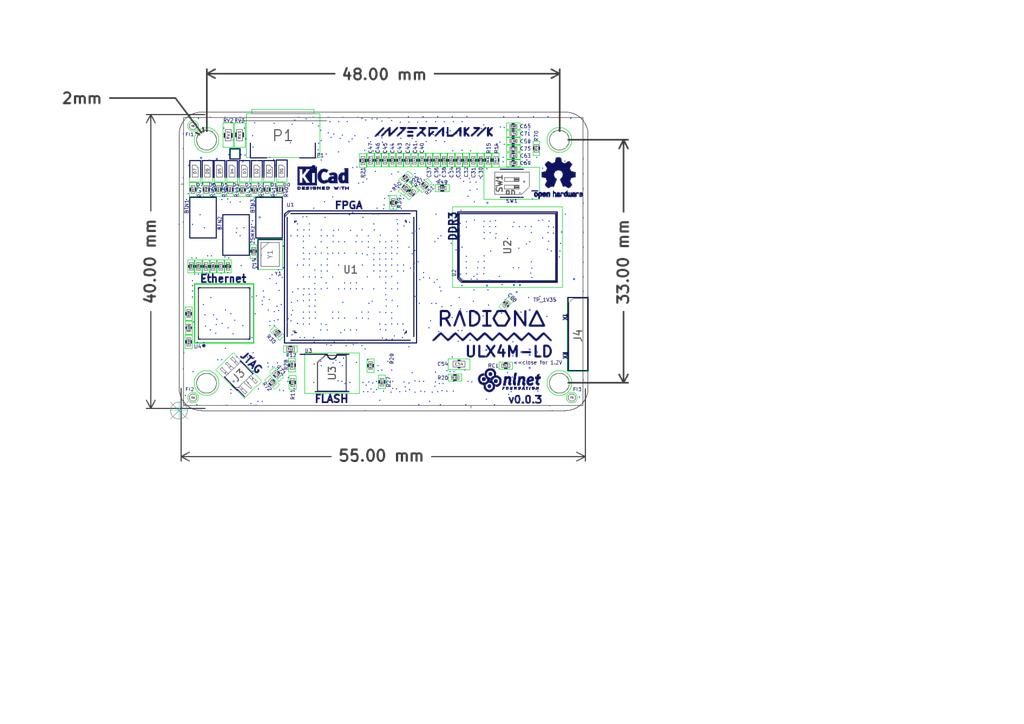
<source format=kicad_sch>
(kicad_sch
	(version 20231120)
	(generator "eeschema")
	(generator_version "8.0")
	(uuid "e3faa013-7c7f-4e6b-8ddc-c7907b29e1ad")
	(paper "A4")
	(title_block
		(title "${project_name}")
		(date "2025-03-12")
		(rev "${project_version}")
		(company "${project_creator}")
		(comment 2 "License: ${project_license}")
	)
	(lib_symbols)
	(image
		(at 100.33 76.708)
		(scale 0.438779)
		(uuid "a1b13f8b-6507-421d-8477-3ab964957f95")
		(data "iVBORw0KGgoAAAANSUhEUgAABBcAAALaCAYAAABqGrthAAABhGlDQ1BJQ0MgcHJvZmlsZQAAKJF9"
			"kT1Iw0AYht+mlYpUHOwg4pChOrWLfzjWKhShQqgVWnUwufQPmhiSFBdHwbXg4M9i1cHFWVcHV0EQ"
			"/AFxF5wUXaTE75JCixjvOO7hve99ufsOEJo1plmhJKDptplNp8R8YUUMvyJEM4wpxGVmGbOSlIHv"
			"+LpHgO93CZ7lX/fn6FeLFgMCInGSGaZNvE48vWkbnPeJo6wiq8TnxHGTLkj8yHXF4zfOZZcFnhk1"
			"c9k54iixWO5ipYtZxdSIJ4ljqqZTvpD3WOW8xVmr1Vn7nvyFkaK+vMR1WiNIYwGLkCBCQR1V1GAj"
			"QbtOioUsnad8/MOuXyKXQq4qGDnmsQENsusH/4PfvbVKE+NeUiQF9Lw4zscoEN4FWg3H+T52nNYJ"
			"EHwGrvSOf6MJzHyS3uhosSNgYBu4uO5oyh5wuQMMPRmyKbtSkJZQKgHvZ/RNBWDwFuhb9frWPsfp"
			"A5CjXmVugINDYKxM2Ws+7+7t7tu/Ne3+/QC3oHLCMHGp9AAAAAlwSFlzAAALEwAACxMBAJqcGAAA"
			"AAd0SU1FB+kEBAc6DK4tVaoAAAAZdEVYdENvbW1lbnQAQ3JlYXRlZCB3aXRoIEdJTVBXgQ4XAAAg"
			"AElEQVR42uzde3wTVd4/8M+Ytoo+6D4F2nBpKfuAgKA0XFZBoqiLCyxoH8EKUlko12XbwgJeSrqg"
			"SFovqJSyLBepLOKtiFZFYBeVSoDKIqYs7QLKrtBySQv0p/IISFvO7486IZdJMrk2TT/v14sXzWTO"
			"zOTMJHPOd85FAhEREZEbFotFrFy5EgAwY8YMaLVaiblCREREtqKYBUREROSO0WhEWVkZAODcuXM+"
			"b8dsNouioiIcPXoUFosF0dHR0Gg06NGjB9LT06HT6YIStJD329DQALPZ7Nf+ArktIiKiSMIbIRER"
			"EbmtTGdlZVlf9+/fH6+88opX5QeLxSJsAxSuJCcnw2AwBKxlhKf9erO/QG6LiIgoErHlAhG5pdfr"
			"hfy3yWRSXWg2m81i27ZtKCsrw6lTp7xKS0Tho7Cw0O51XFyc1xX8jIwMVFdXe1y3rKwMGRkZsFgs"
			"wt9Kupr9erM/T8GRQB47EVFTlfk6dOiAuLg4r1tk+VpepMhyDbOAiNyJioqy+19NUCEzM1NkZWVh"
			"y5YtOHXqFDORqBk7fPiw3ethw4Z5ld5oNKoKLMiqq6thNBr9Pm61+1W7P8d8COaxExE1lVOnTqGs"
			"rAxZWVnIzMwUZrNZBKO8SAwuEFELJEmS3f+uWCwWa1DBU9NnImoeTCaTuHTpkvX1dddd59WTLLPZ"
			"LGx/D+Lj45Gbm4uioiKYTCZJ/rds2TLEx8db1ysrK4PaAq03+33++efhy/4c8yE+Ph5PPfUUXn75"
			"ZQT62ImIwoVtkMFisYhAlBcpsjG0RERu1dXV2f3vqiCv1Pw4OTmZA50RNWNFRUV2r/v374/t27er"
			"Tu/YpcJgMCj+Huh0OslxbAfHtN7wtF9v9+eYD47bC+SxExE1FZPJJJnNZlFYWGj3oEju9mU2m4Wr"
			"Mp2a8iJFPrZcICKf2XaBsA0sJCcnY9myZSgoKJAYWCBqvhy7AqSmpnqV3rF5bH19vct1Hd/zp2mt"
			"7XG7am2h0+mk6667zuVn9WZ73myLiCic6XQ6qaCgQFq2bBmSk5Oty6urq73uKkEtD1suEJFqp0+f"
			"Fu3bt7dGtW2f1MlBBbmlQkFBATOMqBkzmUxi/vz5dt9vuVJtsVjEypUrAQAzZsxwOUOC4+CPNTU1"
			"Lvfn+J63A0e6Om53rS369++PXbt2AQAuXboEk8kk9Hq95Mv21GzLX7b5npSUhCNHjuDo0aM4d+6c"
			"dUrP1NRUaDQaDBo0SLKd+tN2HbUtypT2ZzsFZyD3RUThF2QAGh8k2bZksO0qIX+/T58+LbwNPlNk"
			"4o89EbllO/rv0qVLsW7dOqcxFdj9gSjyZGZm2o1bsGzZMut33Pa95ORkFBQUKH73HbsLxMfHY9as"
			"WejatSvat29v163AcQBG2/0F6rg9HZ/SZ1G7PTXbCvQ58YeaqTMDtT9O00nU/Cl1l5C/3xMnTsTs"
			"2bOtyzhbBIMLREQegwtKlixZgsTERLuKAhE1/0KkbUX5uuuuw/bt263f8aFDh1oHOHR8LxAVVH8q"
			"5rbHpqaQa/sbp/RZvNmep235y/FYAlHpd5fPgdxfMIItRNT09wclDC60XOwWQUR+mTdvnqogBBEF"
			"X3R0NIQQqK+v96tw5zggoWNXgIaGBsW/lTz44INezyDz4IMPwteuVZ6Ox9u0vm7Pn+MI1TblmS1c"
			"tewI5P487Ust3muImpanwAIxuEBEREQRIFCjdDsOSHjfffchLy9PcT/hNjK4P8ejlNbX7QUjXxy3"
			"qRRAcqx8e1rH3cwWnvYXyH0REVHzx9kiiIiIIkR0dLRfsyz8XEF0agr/61//2uenzR988EFI0pBv"
			"QjmzBWfRICKKbGy5QER+4ZgLRJGlqKjIaZmnpuh6vV4oDdrn64COgWpCT54Fo/tGMPfFvtxETUvN"
			"mAvUcrHlAhGptnr1ars5j4HGMRdyc3PBOY+JIoOvLR/KysogT1soc2wGbzAYoNfrJcdgpE6nkwwG"
			"g9u0vjp9+rTw5T1v0/iyrXAQym4t4daFhoi8CypkZmYKpWnIV69ezQwiBheIyDs9e/aUCgoKpGXL"
			"ltkFGWznPGaQgah5i4uLC9i2HJvBu2uJ4Pier03otVqt3eujR4+6XNfxPce03mxPzbaIiJpzUMF2"
			"cN7k5GQsW7YMBQUFUs+ePdmiiBhcICLf6HQ6BhmIItSkSZMwePBgryvHycnJmDFjht2yQM/coEbX"
			"rl3tXit183D1nmNab7anZltERJEUVGDXNWJwgYiCEmSIj49nkIEoAmi1WikvL0/auHGjZDKZFP85"
			"pjGZTFJBQYFkO94CALRp08ZuPW+6KDimVSs1NdXutbsWEI7vOab1ZntqtkVE1FyDCvHx8QwqEIML"
			"RBSaIMPy5cudxmOQgwycl5yoZXJ8eu9NFwWlJ/8Wi0U8/fTT4umnnxYWi0W4+j2y/S26dOkSTCaT"
			"07qOs2IkJycrdttQsz212yIiCmd6vd4pqCD/pi1fvpy/a8TgAhGFhlarVewqQUQtl+PT+/z8fJhM"
			"JuHYSsFsNov8/Hy3aS0Wi8jIyMCnn36KTz/9FBkZGXAVYEhPT1fc7549e4Sr/Tmm8bS9jz/+WOzb"
			"t094uy0ioubCtguEY8s0IiWcipKIAkqOapvNZrFt2zaUlZXh1KlTzBiiFvp7kJmZKeSnYNXV1Zg/"
			"fz4A++ktlUYfd3xCtnLlSutUlfK2HGenULtfNftz3N7QoUOtrROqq6vx3HPPuSyM8+keETVXHTp0"
			"QFxcHNLT0+Xur8wUUo0tF4goaJWK7Oxs6Z133pE4LzlRZLEd7NHTwI8Gg8FuTBZP4uPj4TgtpS/U"
			"7lft/vr37x+yY/cn3wO1jpr1ArkvImp6JpNJeueddySOq0AMLhAREVFI2I6H4GlWBK1WqzgmixK5"
			"X69S89sZM2bYBQvi4+OdZqfwdr/u9udo1qxZAdtWMPM9UOuoWS+Q+yIiouaPESkicsu26TJbIBAR"
			"0Dj+gdwlYcaMGaor1GazWRQVFeHo0aOwWCyIjo6GRqNBjx49rE1wg7nfhoYGmM1m1fsL9raCke+B"
			"WkfNeoHcFxGxvEgMLhARbxZERERExPIiy4stHLtFEBEREREREZFfGFwgIiIiIiIiIr8wuEBERERE"
			"REREfmFwgYiIiIiIiIj8wuACEREREREREfmFwQUiIiIiIiIi8guDC0RERERERETkFwYXiIiIiIiI"
			"iMgvDC4QERERERERkV8YXCAiIiIiIiIivzC4QERERERERER+YXCBiIiIiIiIiPzC4AIRERERERER"
			"+YXBBSIiIiIiIiLyC4MLREREREREROQXBheIiIiIiIiIyC8MLhARERERERGRXxhcICIiIiIiIiK/"
			"MLhARERERERERH6JclxgNptFUVERjh49CovFgujoaGg0GvTo0QPp6enQ6XQSs42IiIiIiIiIZNaW"
			"CxaLRWRmZoqsrCzs2rULFosFAFBXV4dLly6hrKwMWVlZyMzMFBaLRTDriIiIiIiIiAj4ueWCxWIR"
			"GRkZqK6u9pigrKwMGRkZsFgsQqvVshUDERERERERUQt3DQCsXLlSVWBBVl1dDaPRyNwjIiIiIiIi"
			"IucxF+Lj4zFr1ix07doV7du3t7ZMMJvNwmg0WoMQZWVlMJvNgmMwEBEREREREbVsUQAwY8YM64IZ"
			"M2ZAqbuDTqeTzGazyMrKsi4rLCxkDhIRERERERG1cFEA7IIJTz/9tMuVdTqdpNfrrYM5Hj58mDlI"
			"RERERERE1MJFebPynj17xJNPPml93dDQoLiexWIRK1euBAAkJSXhyJEjOHr0KM6dO4c77rgD1113"
			"He655x5oNBoMGjRIsp3+8ty5c15NfeluX/J2UlNTA7IvIiIiIiIiInLmVWXaZDKJ+fPnW19rtVps"
			"3LjRaRuZmZmirKwsIAeYnJwMg8EAVzNThHJfRC2RbWslk8nE7wYRERERsbxITq7xZuWioiK71127"
			"dlVcL5DdJcrKytzOTBHKfRERERERERGRM9XBBbPZ7NRCIDU1VXFdV90l/Kn0m81m0dT7IiIiIiIi"
			"IiJnqsZcsFgsIiMjw25ZcnKyyzEK6urq7F4rNY2xbTqjZh1XM1OEcl/ecNwnRZ7o6GgIIVBfX8/m"
			"X0RERERE1KJ5bLlw4MABkZGRgerqauuy+Ph4GAyGkB5oKGem4CwYpEZdXR3q6+sBgK1diIiIiIio"
			"RXMbXDhw4IBYu3atXWDhtttuw/Lly0M+6GGguz+Ey74oMhiNRlgsFgYYiIiIiIioRXLZLUIOLJjN"
			"Zuuy2267DZMnT26S2RQcuz+E+77YTD7ymc1mYTQaUV1djerqamRkZMBisQjONkJERERERC2NYssF"
			"d4GFvn37suJEBECn00nLly9HfHw8AKC6upqzjRARERERUYvkFFxgYIFIPa1WK9mOP8LZRoiIiIiI"
			"qCWyCy4oBRbi4+MZWCByQ6fTScnJydbXHH+BiIiIiIhaGmtwwVVg4fe//z0DC0QeGAwGu+4R8vgL"
			"zBkiIiIiImoJrgEAi8XiFFgAgOzsbNxyyy3MJSIPtFotx18gIiIiIqIWK8pisYi//OUvToEFAJg9"
			"ezYAQK/XW5/ARkdHQ6PRoEePHjAYDODI+ESNtFqtZDabRVZWFoCr4y/odDp+R4iIiIiIKKJds3Ll"
			"Snz22WeqE9TV1eHSpUsoKyvDypUrXVWyFP9u7usQecLxF4iIiIiIqEUGF4Kx0a5duyr+3dzXIVKD"
			"4y8QEREREVFLI1ksFpGfn4+jR4/CYrF4TKCmW4TFYhFyq4YZM2ZEzDpEalksFpGRkYHq6moAQHJy"
			"MgoKCprlNWXbLcpkMvF7QUREREQsL5JzcIFZQBQctuMvAMCyZcvQHMdf4M2CiIiIiFheJE+uYRYQ"
			"BQfHXyAiIiIiopaCwQWiIOL4C0RERERE1BIwuEAURFqtVlq+fLldgMFoNDJjiIiIiIgoojC4QBRk"
			"Wq1WMhgM1tdlZWUwm81svUBERERERBGDwQWiEOD4C0REREREFMkYXCAKEY6/QEREREREkYrBBaIQ"
			"4fgLREREREQUqRhcIAohjr9ARERERESRKIpZQBRaOp1OyszMFGVlZQCujr+g1Wol5k4LcCSBwaRm"
			"LkaKhoBAnagHulfxe0tEREQEBheImoTBYEBGRgaqq6vtxl9ggCHyRUtRqLv5W57nZuyyfC6/7iLq"
			"mB1EREREANgtgqhJcPyFlksC4wqRok7UMxOIiIiIfsbgAlET4fgLLdNlPusmIiIiogjE4AJRE9Lp"
			"dFJycrL1tTz+AnOGiIiIiIiaE7bPJWpiFotFyOMvAEB8fDyWL1+OQI+/0OfWvgxaEBEREVFYiY6O"
			"hhAC9fX1OHDwK9ZPmzGePKIw4BhgSE5ORkFBgc/fTzmQEIgfa71ebw1KmEwm/mb460iC4AwDPJdE"
			"RESRJFDlRaUy7NL8l3HPvUN4v20GOFsEURjQarXSJ598Ip555hkAV8df0Ol0qn9I+9zaV0RFRTHq"
			"SxRCxef/Jvpcewu6xCTwO0dEROQnpTLs7FlzRD/drwQDDeGPJ4YojNhGfePj4zFr1ix07doV7du3"
			"d/qufrlvv3j99Q34onQvoqKisNi4KCg/tmy5oNKRBNXdTlKe7Mf8aqaioqIghEBDQwOKn9/vcf0Y"
			"KRoConFmCbZyICKiFlCGDWZ50fZh2trCNeg/oB/vrQwuUEv+wSH//fDdjwCAG39xQ8C3bdsMzWQy"
			"SQwuqMy3r7uIupu/Zf4Qrw8iImJwIQTkLhQMMoQPzhZB1MyCCj989yNu/MUNQQkskO8kxmqJ1wcR"
			"EVHIHDj4lbS2cA0mp09Fn1v7ii/37efDzCbGMRcoJNxFMB1bNfDpuH2+XLki8OP/XYQ2XotFzzyL"
			"m7t3Q8eOHZlHYeayqGMmEK8PIiKiEJJbLHy5b7+Qgwxb/7YZHTp0YFm5CbDlAjWpTz75RKhZ1hJF"
			"RTXG/i5e+Ak3/FcrrFu/FvfcO0RiYIGIiIiI6Kr+A/pJckuGh0ePBVsxNA0GF6jJWCwWsXLlSqfl"
			"K1euhMViafE/CLVnv8f57y+g1fXX4pprJGRkZGDr1q38oSQiIp91GnZAdBp2QHBf3Bev3/DKe15X"
			"gQsybNz0trWrxKlTp/j9CSF2i6AmYzQaUV1d7bS8uroaRqOxxebLl/v2ixzDAmz7+8cScLV7RHV1"
			"NdauXQuTySRczSARSmazWazZFgsAGDe4EsE8plDuqyn2R7wWW9pn43eMiIiCRe4S8eW+/SJ94lTs"
			"+KxE9OjZnfeZEGAGU5NVBrKysgAAy5Ytg6u/dTpdxF6jrmbQCOZMEIH27Q3LAQBdfsyIqH01xf6I"
			"12JL+2wt5TvG3xIioqajVK6Wp7LkOG9EESIzM1Po9XqRmZkp5Iq2XNl2fC9S3XPPPXaf79SpU2LY"
			"/b8VOz4rESdPnrS+ZzabxZgxY4ScR3q9Xuzfv1+cPn1adf740/zNdr+8ct04ksD8IV4fARQJzXbN"
			"ZrOYmXdczMw7Lkwmk1e/20REzUkwyouBug98uW+/GHb/b+1mk3Ash1NgcMwFapLCVllZGQAgPT3d"
			"6X15WVlZGcxmc8R+8SVJsgssjHtkPArXrXEatFGn00nLly+3S5uXl2eXPtK1jp0gWsdOEHEdp4jW"
			"sRNEZeVZAQDDR+baXR+pj74iAGDs+KWiV/Ic0UabLmLjJ4nWsROEq23K/+TlttusrDwr7rp3gXWb"
			"N/eaJdpo00Vcxyni7vsW8qbECixF0HkOxrWg0+mkFdmdpRXZnSW9Xi+xSS4RUej1H9BPKly3Bo/P"
			"exJ9bu0rAKC+vp4ZEwQcc4FCrrCwEACQnJys2O1Bp9NJmZmZoqyszLpuJKqrq8OePXvEtddeh4dH"
			"j8ULS55zOW2OVquV1q9fLz788ENUV1d7PS7FiW19mn2B9nzteun8z3/3SoYAgG+P1VjfN+0+JEaM"
			"ygMAvP3GbLvPGxs/SbjaphxokJftN//H+n6v5DnWdeRtmnYfEtNnrsHrr2UiMfEZfqGJgiQSfreI"
			"iCg87gMdOnSQ9n6xV/xx9lx8uW+/+OOc2czgIGDLBQopT60WZC2l9cK1116Lv/x5JfKXvYI77xzk"
			"9gd0woQJksFgsL6O9LxR4+SpWmze0tjEbcSoPGsgwFFUlMbtdn4ztI/174aGK9a/o6Pt0w0fmStG"
			"jMrDvw68LCUmtmXFJ8SC8WT5xLY+EiuxkX8tqDnPvBaIiCLb7XfcLhly5iPHsAAAwK5qDC5QM+ep"
			"1YJMp9NJycnJdmkiUfrEqdi370v0H9BPVYFWp9NJUVFXGxwZjcYWM21n69gJIjZ+kuiYNF1UlL0M"
			"oLHlwbi0fMVAgK17h/R2uc3WsROEbfBBq/2F9e+6uga79bduni9t+Sgbt/SZI0wmk9izZw9vSkTk"
			"NXbHISJqGr8dOUJabFyEH777EYcPHWGGBBgj9BQy8gwR8fHxWL58ObRarfX6kwd/sR211WKxiIyM"
			"DFRXV0fczBEnT54UI4aNwoGDX3n/mY4kCP2UJOvL+Ph4fDRnP35qU4+7W92BZ9rOwZDrBwYsr2wH"
			"5mmqUXVbx04QJZ88jccmLce2j+bDttVAXMcponDN7zEuLd+u5UJl5VnRK3kOAKCi7GU4tjRoHTtB"
			"bPkoGyNG5WHLR9nQ39lTAoDs7Gyxa9cufmGpyURHR0Oj0aBHjx4oKCjgfTrMggKA/011A7UdIqJw"
			"EQ7lRW+Pt1vX7ih87VX+DhM1R/IsEEpN+V2NLms2myNy5ogdn5UIeUAZNY5dPiFwJEHII847ziBh"
			"lz8/r3fs8omA5Fk4zBYhj4lg2n3IaXDGseOXOi2rrDwrOiZNF6bdh4SnbToOCinvQ2kQSNvt39Jn"
			"jvj444+vzuzB2QDInQBdH/4+8W7q9JEQXGCLg/DIx3C4lvl9Igqv8qK3x3vnwLvsZpAg/7FbBIWE"
			"PNaCp+4QjuTuEZE0vsCpU6fE88+9aDffrqfAQp/j9wPdqyR0r5LkfMnNzbWuI49jAQDoXiWVJBSh"
			"z/H7I+/G9XPrAtugwR9m/sZpvWGjclG602hd352tm+dLtoEE/Z09pcGDejitd/d9C63BioF3GbDt"
			"o/n47W9/azezBxFFtnAZl4FBJiIi/23c9DZmZf0Rp06d4u8ZgwvUnHzwwQcA3A/i6IqcRt5Gczf8"
			"NyOx2LhIdWBhxfd/xYHOfwcA1NTUvJ6bmyseeeQR8cQTT9hXvPV6YTAYRE1NzetDrh8oHej8d8yq"
			"WRiwFgzhoqLsZUyfucYp4GCrquoseiXPgTxtpGPrBE9WrZjmtOwr87cYMSoPw0fmitKdRgRyQEcW"
			"1ClUldumTk8UqOsoHK5lfp+ImrcOHTpI+ctewfDfjGRmBAinoqSQ+PTTTwHAp3ETdDqdpNfrhbyN"
			"5uzLffvF5PSp6D+gn6Sm2VjStwNRklCEpJhOUk1NzeuzZ89O69KlC6ZOnYp27drhypUrMBqNqK6u"
			"BgDs3LkTNTU1aQAeS4rpJJVcKBVJ3w5stvl1d+XD4vOLX+A8dgBobFaeeFEHFMH6GoDd+1dfX7UV"
			"AF5KEOheJSlt0zF94kUdUArFbW7FDiRe/It9M/efW5RECvYHZ95Q+FfOm3N6ooALYtfEGCkaAgJ1"
			"oj7i7vcE9B/QT+pza1/x5b79Qu0A68TgAjUxfwd2aQ4Dw3hy6tQp8fDosVhbuAb9B/TzuH7JhVIx"
			"pCoVQ64fKNXU1LxeUlKS9uabb0pA4ywRMtuBLwHg8OHD2LBhg7j//vs3xF0fJ+FIgii5UCoCOchj"
			"qOy7dCBwN/KfCx4B3SaA6K+7iLomrigQERG1ZNFSFOpu/tbjvdTaDTL6CiAkoF5yOY217HIA7/cU"
			"ntYWrrF2j+jQoQPLZH5gtwiiEMkxLED3HjernnZySFWqtRKcn5+fduDAAcX1tFqtZDAY7JZt3LgR"
			"+fn5aQCA7lXSkKrUZpln9agP+21KETjpTjg01Q3XriJsxkxEFH68vhfXXQPUe5emTlwtP5h2HxId"
			"k6aLysqzTgNKT5z8Z/FQ6hK75fJA0e06TPa6qyYFX/8B/aTuPW5GjmEBM8NPbLlAFCIV5f/Cn1cU"
			"oPC1V1WtHy1FQY6QHz16FH/605/sWizY0ul0UmZmppAHdqytrcXRo0cVt9WcXA7CM4JAb/Myn2MQ"
			"EVEEak7dwFzdi1NSUhwq8j8orSUAICoqCkIINDQ0oLi42OVnbh07QYwdvxQnj62S0ibGC9vAwsC7"
			"Gh/2lO404r2ieXbpzteul84D2HqK11Y4mjnz9/jDzExmhJ/YcoEoBHZ8ViIuXboEb/py2UbhGxoa"
			"0Lt3b8n2Zjl9+nRhMBhEUVGRePTRR0VBQYEUHx9vTXPq1CmYTCbhuC2i5oAtBIiIyF8ajQbFxcXS"
			"n/70J+uyxYsXAwDatWsH2+Xdu3fHc889B41G43J7pt2HxI03tkLpzsaHPTs/W2S9T02fuRo//HAR"
			"H773ZEAHfabQ6D+gn3Tp0iXs+KyELUsYXCAKb7NnzcHawjVepbGNwtfX1zvdLKurq1FRUYE333wT"
			"P/30EwBg+fLlsA0wFBUVOW2LiEKDs4AQUXMWCUFeSWo8/Pfee8+6TH5YM2PGDPTr1/jQZ/HixTAa"
			"jVK3bt0kOY2SEaPycPLYKkkpeLDf/B8AwPBRuWgdO8Guy0RiYltr1wjb6a8pvKwtXIPZs+YwIxhc"
			"IApfX+7bLwAgkCPQJicnWyPv48aNQ0NDA/bu3Sscx18oKyuD2WzmTYyIiIhaHPnhjEajweLFi+26"
			"Ozz77LPWbhM5OTnWvx0f6KjV0HAF52vXSzUnX5XO166XeiVfraQmdW6H116difO166XoaA1PTJiS"
			"y+py2Z0YXCAKO5PTp+LAwa/8DixUV1f/R/77ypUr1sj7W2+9BY1Gg40bNwJoHH8hOTnZms5oNOLa"
			"cxxehSjU2LWDiMg3gW751a5dO7sAgqMlS5agXbt2fu3j8mX7oESrVjHWvz/+IFsa89AdEgDU1TXw"
			"BIexAwe/kianT2VG+Ig1DqJgf8mi/P+axcXF4dixY13k1wsXLpQAuBxwqF+/fpAHd6yurkafF7T4"
			"0FIqtFqt4vp6vd56s42EaT+JiIKpsvKs+OuGz/G7tLs99q2urDwrnnuxGKZdh3Ds+BmP096pSaem"
			"WXVMTOPgdHV1DThfu16qrDwrnsjegIMVlaisPOv1Z46JiYJGcw366X6JVSum2X1utcfjKr3abaj5"
			"nP6eC9vjUHuuvLlu3O3f3fveXEeBOB+ejitQx+pr4AHwbqDJRx55ZMNPP/2UtmvXLuuywYMHIzEx"
			"EZWVlXj++edhNBo3rFnjvgvrlo+yMXZ8K7FqxTSMHOG+RerFi5f5Y9mCy+4MLhBRwO34rEQEou9W"
			"UlISPvzwQ9Xrf/PNN2jTpg3OnTsHALj2XJTLmSacHEmwL5RMUX4vWopCnahHSUIRhlw/MGgBiXAd"
			"rdp6XBjJC52oBdldekQMG5WLqqqzeOud3aisPCtcVcwqK89a1wUAtc2hHdMldW6Hg7U294TO7XDs"
			"+Bm325CfosppFzzzDj7e+pXPn1ve3q49h7HgmXfs71FeHI9SejlvfHmiK2/XU96qPRfycQS66bpp"
			"9yGP+58+czV27Tns9L6n68GpzBCA8+Fp34E6VlcCfc+Pi4t7DMBj8uvi4mKpuLjYbh1PgQUA0N/Z"
			"U2odO0GMS8tHuw6TRf++/4Otm+c7Bdocr+ex45eKH3+8hN2lR5p1y4WSC6XC5fTmTVxeDKT6+nrs"
			"+KxE3HPvED5wY3CBKHzMnjXH5y4RJQlFGHIkVaB7lTRlypQNs2fPTlOb9ttvv8XcuXOh1+sluVWC"
			"PP6CTqeTbG8SD56cDKTbJO5eZX+8+iSh9J48ROSQI6kCRxJEc7ppEBH5Glgw5r1nrThVVZ3FXzd8"
			"7nLdJ7I3WNcFrg4u52kfjun0g3vioBl2rz1VHh3Tbnp/b8DywXFb3hyPK2ryxlYZXOgAACAASURB"
			"VB13FTZvzoW83N/jsdU6doIYMSrP4+eVBwSU3z9+/Iw4caoWnq4HpXPuy/lwDOa7uxYDday+8Dbw"
			"4KorhFOlyGYqSnfklhiO00q6a6Hx9huzm3X5SA4qDKlKdS4nRmB58cDBr6TZs+Zw3AUfcMwFoiDy"
			"p1mV/MNbcqFUxMXFPbZ06dIN+fn5wmAwiL179wrbMRgAoLy8XBgMBpGVlSWWLl26Qa/XS0Dj4I8y"
			"o9EIi8XS+GN5JEEMqUrFgc5/t5th4pNPPrH+mJ48edLzD2v3KqkkoajxhnMkQZRcKA3oj3G49ltn"
			"f3qilhlYMO06ZF2WkNAWv0u72+W6ji0FHPtkq0mXkNAWTz2eYrfeU4+n4LfD+yIxsa3b7dmmPV+7"
			"XtryUbaqdI5iYqLQqlUMBg/qgS0fZTtVotQej3xMixY+4rTcU964OzZ3rQy8PRfycl+Px5Fp9yHh"
			"bj+2Ghqu2L1/7PgZqLkeHAXifHi6FgN1rMH2cwsFqbi4WFq8eDE+3Xmj0z/5/XfffVfatGmT5KrL"
			"abTU8p7JllwoFXJ5sSShyGVgIRzKi+FUhm/RdR9mAVHw+Pvk41iXUvQ5fj+OXT4h4mLipJqaGrz6"
			"6qtpa9euRU1NTRc5Gh8VFYVnn30WXbt2RU5Ozoa4uLjHjl0+IZK+HQjDTQZkZGSguroa1dXVyMjI"
			"QFRZZ1Hf/bgEAEnoBLPZLLKysgAAH3zwgXX/8rgN3gRC5JvGsS6lSIrpFNDKt5qnD7ZPHlwVEIK9"
			"zUjgLl+ioqKg0WjQtWtXjBs3zjq4qDdqampeX79+fdquXbtaTJ5SZAUWBt1xM9asnOHUV11p3UDv"
			"w/H1/q/+I4b8+mm77Sml1d/Z06/v2taTwNbN852WK3ULUer3/+ADA5C7aJzHcSoC1Uff13MRKHIX"
			"AbUcAw4jU57zeE6VKE6TqOIasW2x4OlaDNSxBpRjt04HvTEcrXGPNSglj9XhKV2MFA0BgTrhX8Ap"
			"XLt5KpY/fy5DykGFIdcPlIZgoMv1w628GKgy/MmTJ0XHjh1ZRmFwgSg81NXV+ZU+KaaTdOzyCTHv"
			"zLONLRiuj5Ng02dQidFoRMmFUtHn+P041qUU2hitZLFYxMMPPwygcYDH3699AAUosKaJi4tzukF8"
			"8sknYuXKlV4dr+1No8/x+xtvHgFs+qbRaLBp0yZV2xs9erRoqm1GAo1G47JpaH19Perr61FRUYGc"
			"nBwYDAYxa9asDT/3aVUlPz8/raKiAhpNy5mSqzkVLMlzpd+Q/ZBTxan4g38ENLCgtA81FVi1aYPl"
			"3fe+EJOmrLBbNnhQD1WBhUDx9VwE8rqxHXvAX/6cU2+uEX+uxSa9/lw11XcMXGG9QloPQZ8W9ptn"
			"LcOpCCoAgNlsFqrH9QpReTFQZXgGFhhcIIo4coAh6duBjdF1NzfQkgul4qX/txpDqlIhR4KPXT4h"
			"tN8OAF4F9FOSrAEE2/EXOnbsKNnOGKHX68UzzzzjtH15naioKNTX1yM3Nxdy9wvHm8axyyfErypH"
			"4u7Kh8Vfta8EJCrtTUsQtesGY5uRQP6s7loVlJeXi/z8fFRUVCA/Pz8NHgJftulycnJaXJ5SZAUW"
			"7tLfYnfxmnYfEtNnrvG6Mumqu4XSPpRMn7nabp+uji9UlCqy52vXS1s3A4kKrR6CQelcbPkoG47j"
			"HqjlbWDQcWwOV44fPyM6d27ncZveXA9qghyurhFvrvdgHKtfPLQ+kLUe6Nxy4XzpDrdp7FouqAxi"
			"KAn3wPKxyyfE7yx/xIMnJ+NA57+7LbfZlhnllq/hVF4MhAMHv5L63NpXBGI6eQYXiMhvgfxBkn9o"
			"Sy6UiiFHUl3eQG0H2klCJxy7fEL0OX5/402jSynmxc9GdXU1gMYWDuvWrRP79+93as5mOx2lu2kq"
			"58+fL4YOHSp69OiB9PR02A4WmRTTSfrkx10it7bA2rXD3xtGfX19wNcNxjYjgZrP2rt3b6mmpuZ1"
			"g8GQVlFRgfLycqGmi8Rbb73VIvOULRYiN7CgNGBfQkJbvP5aBhyboqsJLDy7MFVV5cy0+5Ddft1V"
			"BNVMRenNtI5Kij/4h1NFdvCgHti62b9gxXMvFqPqxDnU1zW4nTaxsvKsmD5ztVMQYfCgHtZR/pvi"
			"unF1LRysqFRVWVd7PagJcgQ7sODrsforWopC3c3fut1veXm5GIgXADh06/AQMJBbLkR/3UXUhfhz"
			"ydfslo+y/e7W5Cmw0Of4/bjt2p5QquCbzWZRVFSEL7/8EpcuXVKctlxtedFgMMB2avRglBcDVlHm"
			"uAsMLhCFzZcrCD9I3jYZu/vEGHx/5by1FYPFYhG24y+sXbsWALBs2TJr5Nmb4zaZTJLZbBaFhYXI"
			"yspCZmamsL1p/PqGwdLOC3vF0+dexu8sfwxoXqSkpIj4+Hi0bdsWcpN8g8EgjEajzzekefPmiQED"
			"BuDf//43GhoasH///sYCM8cEcCkuLu6x8vLytJycHLuggbvCndxqgSgSAguOFXzAfmwBVxVaV+MB"
			"rFoxVVUlQn46b1uxc1cRVDMVpdppHd0dj+PT+snp9/ocXHCc1lD+HK7YTo9omy+rVkzzq9WEty0W"
			"HAML2z6a73Qt3PSrudhy4Bcet7loYSpGP3SHFMxrOBCBBQCYMP4un441ECRILssK8t85OTm47y7F"
			"taxP2d2NrySPuSAHvEy7DuHY8TPWQNzY8UvFwYpKWCzfKQbpho/MFbbTVroLKMhTWcrpR4yCaB07"
			"QVSUvRyU7ia/s/wRt13bE8+0mYt7bxhk3b7FYhFGoxFZWVlITk7GCy+8YPcgyZfy4sSJE51mLwtm"
			"edGv64qtKxlcIGrpP0h6vV5ERUXhUvRl7PvhBJBcJSWhEwBAq9VK69atE3JQQabT6azdIhyfJCtF"
			"px3TAo1R7ezsbEycOBG1tbWxsbGxtQBw1/W3W28YgexTp9FoMG/ePKxbtw6zZ89Oq6mpwe9//3u/"
			"tllVVYWjR4/aBRRa0jgLvurdu7eUkpIi5LxzF1jIz88HACxevBgMMlBzDywodQHwNLaAPGWfq/EA"
			"PAUWlJ7OB/qJsbtpHZ0q3tU/iamTX/K5y4E7jl0+PAU3HI/BdlDB48fPiN66uS7Ty10fvv/HSwG7"
			"buTzonQtiIafsOPL801+DQcqsAAAn+/8V5N9by+7aFPgzbhKMk/3/ekzV+Of5ceR9Yfh2LvvKN4r"
			"alxuO91k6T//T0x+bAH+VXv1+nzwoRdUH0Nt9Wt2xywHGXolIyhlkiu4ohhYmDhxIoDGh1A6nU4q"
			"KChwG0Dwprzo+EAqWOVF/34L60De4VSURE3wg3T69GnFm0Pr2AmidewE0a7DZDF8ZK51Hdu/5ZvU"
			"3fctVNxGhw4dUF9fj6iL12BgZiIyMzOFyWSyrrtnzx6XNwX5ny+fV6fTSevWrUO3bt2waNGic7bv"
			"3XX97dLTbebgwZOTcezyiYDcGHv16oVu3bpJRqNRmj9/PgwGQ5rttJueyHntUEnGiy++iK5du9rt"
			"x1M6auRubvCUlBSRk5ODM2fOWAMSzDF1Og07IOSKD4VPYEGpL3vj2ALzJXdPFuUp+xwroUpTPCoF"
			"FoaNynV6Or9qxVSPT4wXLXzE4/SEnqZ1VAosjH78PzhY/1uX6yx4pgiVlWd9un4dP+fgQT0Up01s"
			"DLiscQos2A4qqKYLQiCvG0/n5XzZGhza5Pl30Nv8a6rAgny+XE292VTkBz01NTWvp6SkiGnTpomU"
			"lBQxZswYMXr0aDF16lRRU1Pz+rx584RjGldBrH+WH0fpTiOefDxFeq9onqT0m/3wE//Gvw68bH2v"
			"5PN/qX7oNHhQj5Dlz7HLJ8RN39wilAIL+fn56NatG9atW+dTawVP5UUAkIMXwSwvUmix5QJRE3D3"
			"hPd87XrpPICtp64u22/+D2wDDSNG5aFVqxjF9MnJyTh16mrisrIylJWVYejQoUKj0WD16tWS2WwW"
			"27ZtQ1lZmd26/rLtQ7do0SIxbdo0u4h0yYXSxoEpvXS1Mv+Dddl1111nGxSQampqXi8oKEhTSqdU"
			"YJebHNq6cuUKunXrZreu7X5s09JV1dXV/5k+fTpiY2PdF5gGD8awYcMYWKBmE1hw1dVAqS+72rEF"
			"HKfss2027+n4nsjeoPgkX003ikA3pd5dekTMm/MXnDx3j9v1qqrOYuBdBny+s0LcfVcvl605bFsV"
			"KAVwXQ0KqXbAwi0H2uKmX8112TJB7vrgbfBYaVaKm341F1FRktvzIhp+UrX9qqqzGDYqF2+8ZRLj"
			"x+klb48lVIEF2fSZa2DafUgEc3wAb8itMfPz89McuzqkpKQIo9G4wWAwpNXW1jqlUTJiVB7O166X"
			"EhNXuVzngbt/gQ8//85u2ZC7b8ELSz5QdcyrVkxDrz2Hrdeh7Vgojd0i1gcsf5K+HWidFcI2sPDK"
			"K69g7NixHlsrBKK8uHr1avHAAw8EpLxIDC4QtUhv7UrEtzcsB9BH1foNDVesf8v99WK06YoFoHFz"
			"H8MXE47iwsRKXLp0ybpc/nvMmDEikBFoV86cOQPHqYmGXD9QwpEE4W1zN6VAwPz59v0Wf54G8TG1"
			"gQClJwgLFy50Wui4H1dpW7Jjx451AYCkpCTXhd7iYqm4uBjz5s1jhnlJbX9vTnUZ+MCCUlcDV+v6"
			"0q9/0B03IzNjuKrAgvI+p6IpKnGVlWfFjIw1Px/PV3YBlsnp9wJofOL+Q/vfAWjsapD73PsuAwye"
			"WhW4CtwoBXlCOVuBq3EmoqIk1NcH7qFrVdVZGJ97322lXelYQh1YkI91xKg8DB+ZK9wNvhlqFRUV"
			"Tss0Gg3i4uIeKyoqSnvzzTexd+9ecfvtt/t9vE+NvwElb+fbLfNmQFF3eRbIwELJhVIxpCrVaTyv"
			"hx9+2NoNIhTn5uDBgzh48GBAyovU9NgtgijMtI6dIBy7QdiNauxmGdAYhf6g41pp+/bt0rJlyxAf"
			"H2/3fnV1NV599dWgNzUzGAz45ptvYDab7fZVklDUOKuFF5Qq8y+99JKYMmWKSElJEXv37hXepHWV"
			"f2q36SrvW6KamprXX331VQDAAw88wAyhiAgsAMDv0pwHp6usPKtYKVPT8kApsGDIfggjR/Tz2BXC"
			"1SCBTRVY+NMz7zjll9wlZMxDd0hjHrpD2vbRfLT9xdVnWHu++Bq5z72vuE25VYGrwELukiyn7kGO"
			"+XLTr+bipl/NxdrXFylWkMfddcHn8RSUKvJyK0LHwMZbG2bh2ObbpEAH+eRKu2MFtbLyrOKxuBsn"
			"JFiBBVu79hzGsFG5PneJCYbp06cLg8FgPZ5+/foBAP7zn//gtttuw8aNGz1uY8tH2R5bt/RKnmPX"
			"JQIAtv29LOya+A+pSkVJQpHdMrnMFqrAQqDLi9T02HKBqAlMHVaLg1uycELhPbnpZyD83K/NaQBH"
			"+YYaTFqtVpIH7bFYLEJu7uZLNFqpMj937lxr2uuvv16MHj1aKI3w7E0gwHGbjzzyiEhISMCSJUsY"
			"NVdQXl4uDAYDzpw5g169erG7QxPztzLTEls+2D+Bv+qmX83F8fpfeKxUO/br9zaw4Kky52qfalo7"
			"KG0rEFNRKs3IoNSyIDGxrbTLfF7kPf1n7LQJMEye9hexMOdhVccv3w+3bp4Px8CCUoADAAbe9l+K"
			"2/VlKkpX6ysNXnlLz07Y+NacgD6pl8+B43HYtmBQOh/uAguurmF/AwslnzyNxyYttwtwVFWdxfSZ"
			"q8Piu640+4PcMvGpp55S/dltryPT7kPilfyP4TjuQscOsThca5+uvr7B6+tu8KAemJ/9v0EJIiq1"
			"WpAHcNy4cSO0Wm3Izk0gy4vE4AJRi2Q7O4Ot9u3/G+drnddPTGyLiloVGz6SIEoSijAEV/up7d+/"
			"HzfccIO1Ofo777wTsoi0TqeTMjMzhWP3iEBFo8vLy0Vubi4uX77sdjBBX7bZ0NCArl27YtasWRuW"
			"LFkS0HxpTpU422m8HMmzPfTq1QuzZs3a4HieicL5mj9R/ZMwzH/VqUXA79LuwvF65z7TC555B++9"
			"v9frSlliYlu7yrw3lTl5n/JT/V7XfORzRTBQU1HajgEk55mrLiGDda2l3aVHBADsNDXOJFD0bqld"
			"Vz+gsVXB6y++5DZgYXvtOJ6LhIS2WPvC/7gMLCidC9X3VRUGD+oBNV0APO3f9v1WrWJw3mb7tgGE"
			"3LyrLUCiHM6Vu+vL12vY02dp1SoG/fr+UqqsPCt+n/mq9VwrHV+43cfsKkU2U1G6U1H2MqbP7CFc"
			"zZAyaODNOFxuv+wvq/6O3wztg89KJonbB3SDuykpo6M1qK1+Tdq6Gdi157BoHTtBvLVhlsdWTt6Q"
			"Wy3Ylhfl7hC24yGEslwczPIiMbhA1CL1Te6Cr527BeLWXomoKGv8+38fflF8/c1pWCzfITbe/iY1"
			"6r9+bReFNpvNIisrK6R95xylp6cjKyvLbk7jQESjjUajyMnJQXFxsVRdXf2f+Pj4X/p7rPI2s7Oz"
			"Ife7ZIVZuQCm0WjQtWtXjBs3Dr1795aYT81fSxurIbfQgk9PDgbQWNl68IEBbqeQtPXgAwMwbfJ9"
			"qiplt/ZKtFbCvEnnaMTgm5B2d2jGEnA3FeXFi5ft8sFTnt05sLu0u/SI6NQxFm++vUtxHf2dPaXY"
			"+ElC3q83Y1hcbTHwX16dC9v7qj9cDTTpy/5t3793SG+8/Ubj8lUrpsF20MoTJ69OyJTQqY1P16U/"
			"16KrY01MbOt0rm2Pryk4tlhwNViol4EVt+sXrpnp9P7HH2Rbl3lqnWrbnfN87XpJnma1R+/ZoktS"
			"nNvAhBpKrRbk8mJTlRXl8uITTzxhHwRh6wUGF4jId7ZzJLta/v7Gx+3Wsd6kjiSIuf89DR/htas3"
			"uMJCJCcnN+nNQo5GFxYW2r/RvUoaciTV5z6IBoPB+pkCEViw3WZxcTErcS4KZgoBGX5xqVle83LL"
			"hFatYtBP90uPlWTbKRAXLXxEdfP3F/LScN110V6ns9/nLuRMeASJiUk+5+OihY+guvp77Npz2NoS"
			"wnEMAttuEe4kdW6HTh3bqA7G3Dmwu1RZeVb89FOd9VjWrf2DU0BD3q6nVgCBOhdvvzHbp7xUm0/e"
			"7t/V+4mJbaXKyrPiuReLYdp1CMeOn7GmeerxFFy48JOqvPA137z5LI7n+qnHU7CiYAp/BL2g1f4C"
			"5yxXX8vdIg7XwqlFhC+GVKUC3avszn1WVhZ8nYo8kOVFvV4vTCaT0OttZkbxs7xIRC2QXq8XSt0E"
			"mrM+t/YVnj5zQHd4JMFpe0OHDhWOA+Q0BbPZLIYOHep0HNFfdxFqPlPr2AmidewEYdu0MSUlRciD"
			"M5WXlwsAmDt3rt37cjq7/FG5TXlObKPR6HqbCtuNFCkpKUJtU9Jw3kfYCPD14Ti4HZFapt2HxMy8"
			"42Jm3nGxect+cfz4GV5HFBm/saH4FwJjxy8N6n6Uyl733HNP2PwOKJWPPZYXA7Qfb8vy5IyzRRBF"
			"agHSZAr5iL+uyMcgH5NMgn+HlpaWhoqKCuTk5MBgMIgnn3xyg9q052vXS0pNIeVtGgyGtMWLF9u1"
			"kHCXjoiaTqiCLZEQ1NHf2VNakd1ZWpHdWRo5op/UuXM7/p4RhRFXrVgDxbHsZTKZRH19+MyCFRXl"
			"3LC+TnCWruaC3SKIIlRRURH69++P7du3h8Xx9O/fH0VF9lMeXRZ1qgMBjX8pP+VesGAB+vbt69Tv"
			"358gQGZmJmc/oLAViG4GLXF2iEgSjPPHa4KaNYem/kqsLQ+jrwBCAuol9WWFELVcqKw8KxY88w7+"
			"8eW/7aa5raw8K9ImLsPOzxb59f10LHvNnz+/ybtE2AqnQAd5jy0XiCLU4cOHkZoaPiPspqam4vDh"
			"wwHd5ksvNfYXXrRoEVJTU+3mr/Z3mwsWLFC9zU7DDogOT77Di44ITfN0/8S2PlIoKsSh2g8RBVnd"
			"NUB9eH6Vp89cje2f/hPbPpqPgXcZrMsH3mXAhnVZAd+fUksBIp+vJ2YBUWRqaGgIiy4RMp1OJ917"
			"770Bq3B4Gmgw1NuMqf8vXnTUrLCSzPPHa4IinfO4Pj8orSXkSrY8FaWn8oBp9yExdvxSlO40WlsW"
			"yK0iYmKioNFcg366X1pndqisPCt6Jc8B0DiVpbvBNPfu+war/zLdbrs33tjKbl+BZDs7RVOyHQPB"
			"aTyEKQD0SSEfd+GH735EpI0JF0jXXHMNNBoNhBCor6+HyWSSGFwgilB1dXU8pp/1HF0uvn/yB5zC"
			"oKBsf8N7F3D/ifHAZl53RKygElG40Gg02LRpk1e/SaNHj3ZbmWwdO0GMHb8UJ4+tktImxtuta9vF"
			"YuvJq8unz1xtfW/6zB7CfVmpAWMeusPumN9cPysogYVwLS9S83DlyhVcuXLFbhmDC0QU8e7p3xpb"
			"dl8J2vbleZiZ0665mxXC9j1vnhw1R+zTTsTvE4WO/FQ+JSVFxMfHo23btjAajZJ83ykuLpZs70HF"
			"xcWSuyf59i0WVqke/2DXnsOKf7sLYNi+HpnyHNp1mCz69/0fa2uISBQVFRWSMReuSK1Q1WoRrkit"
			"0OXHDH5RfOTYcoHBBaIId/r0adG+fXspXI4lEGNAeJq60LZyKkuddQqvjnbdssCXbRIREVF4s62o"
			"rlq1yloeGjx4MHbt2oXy8nKRk5PjMo2jEaPycL52vZSYuMrpvcTEtqjEBBEdrUFdXYNd94eYmCin"
			"gIErrgaYPA9g66nIPVfyoJKHDh0S06ZNsx9k8kiCUDNgpzc6DXtRdIyLQe7UXHTt2hVK5eU+t/YV"
			"4TTYZSjJ58HRM888g//+7/922fWawQWiCKXVanH06NGwOZ6jR49Cq9X6tQ1fn2S7a1kQiU/HAyHQ"
			"+cJ8bhRJT1jD/akxn2qHb34Galv+puc10nIlJiYCAOTAwrhx4/DWW2/5tc2kzu3wfO54jBzRTwKA"
			"XsmwljsuX67H+dr10t8/rRCjH35eeQNetICMlqIap2cMcIU7HKxYsQLJyckwmUxB3U+XHzOw7I/L"
			"oNPp+f13cR6UvP/++ygoKHCZZ5wtgihCde3a1Wnqx6ZUVFSErl278sQQUbOvZId6Ngwifsf8N336"
			"dOsMUIcPH8bgwYPx6KOP4r777sNnn33m9/Y//iBbkgMLANCqVYzd+98eqxGrt12Lm34112XAAN2r"
			"JDX/6m7+VoqO0KHzDh8+jPT09JDsK5wGPg8nZrNZlJWVKb5XVlYGs9ns8vvJlgtEESo1NRVPPPFE"
			"WN0sXnjhBeTl5fHkkMsCJcCniM1FuJ8nXkfhm5/hcm54jbQcjq3nFixY4NO5ryh7GQPvaiVWrZgG"
			"20CCkosXL9u9/ue/zuCLg667XEjw7pC8Xd8Vk8kk6fX6sGn+H26znbVEhYWFPr/P4AJRhJKnfgyH"
			"cRdOnz4tHn300RZ7s5D7WbrqR0mReX4ZLAm9u+9bKF5/LTNoo6rzfBIFX6C/Y57GVbJWilSMr5SY"
			"2FaSp5Xs0Xu26JIUZx1gcez4peJgRSUslu8ghEBdnf120tKed7v/y8K7WRu8Xd/TZw8XnL2iaZnN"
			"ZpGVleV2Hbn1glK5nsEFogjWpk2bsBh3oX379lJLnic4OlrDizGCK208v+Hj0OGTGDYqF5u37Bee"
			"nirKho/MFXLlwHbANXlQNldBQTldZeVZ8UT2BnxWUg4A6Kf7JVatmKYqwGHafUiUfP4vDLn7Fujv"
			"7Oly/bvvWygy/zAcAPDupi9QX9+Az0rKcfuAbh735TiInO3nsf3sarlKI1e4ZDExUdYKFgOrkUXp"
			"O9OqVQwuXrxsN4hhoK5/fzi2WFAaVNHb61P+fIdrgcPlV5e//cZsl9sJ9+9A27ZtYTKZhF7P8Qda"
			"Ok+tFjytxzEXiCJESUKR02BA4TLugl6vF8uWLbNfeCRBlCQUtYhzI0kS3E1tRZF5fk9s6yPxKXdo"
			"NTRcwbaP5mNcWj5i4yeJ1rEThGn3IfezwURrIK8THa3B+dr10vna9VJt9Wtuz92XX/0bQOP89W+/"
			"MVuqOfmqtKloLv5ZfhzTZ65WVUEbMSoPLyz5ACNG5WH4yFzhLmgyacoKTJqyAqbdhzD2kTux+i/T"
			"Ve1L/kyvvToTN97YCrb5IX8Gb+zd943i8ukzV1vz7nzteumcpVD64L0nnPZJzd9+83+crq+ak69K"
			"52vXS7YBpkBd/4447klklhctFosYNmxYiy4vNjXHsRYcz4Xta1djL7DlAlGEkGdEKLlQKoZcP1AC"
			"gFmzZmHixIkumy6F6ocqKyvLrktEyYVSMaQqFfJxRrrLl+t5gfL8UojOheNT0xGjIFIffUUUvflH"
			"xd+bhE5tMHb8Uny+819iZMpz1uXvvveFePud3Xj3HeV9XbpUh+2f/FM8lLoEpt2HhP7OnpL+zp7S"
			"8y8Wi117jiimueveBWLnZ4skANi6eb5k2n1IyFPbbd3sPmhS8snT2Po3MyaMv9v6GU27D4mZGa+6"
			"zRM58DXmoTukysqz4oGHnrf7DEp++2CeOHb8DCorz7rcnqMTJ89Z80FeJv89djxYEYwgDQ1XXF4P"
			"rVrF4LyLdL5e/6qpmG3hPHYo/QqE1fXpqhuHbbcNf2ZgCtfyotFoRLdu3Vp0ebGp2bZGSE5Ohk6n"
			"s2t5rNPppMzMTGsAQqn1AlsuEEWQkoQiDKlKtb7WarVSXl4ePPWdChaLxSKys7OdIp9DqlLBKDQR"
			"BVpiYlvnykTteslVYAEAnno8Bbf17gzHwMKsOa8hKsp9l5eHUpcAANYWXh1p/tDhk0jo1EZx/Q3r"
			"stA6doLolTxHtI6dIEaMylPVraZNm9bo1/eXUk72aMk2eKK/s6fUqWMbt2m12l/Y5o/04XtPYvjI"
			"XNE6doJQyi8A+EvBVAhxNf9s/9luz5Z+cE+MHb8U6zd8LnaUlAvT7kNi+Mhc0TFpuijdaeTFGUFs"
			"A6q2f2/esl84DmLo6fr3RaS3CtNoNCguLpYc/7377rvSpk2bJI3G/654657DdwAAIABJREFU4VZe"
			"lJ+YO84SwfJi6M+BzNWMHbbLlVovsOUCUQRRikbLUcemiEYzCk1EoXRrr0RUlHkdkLC2Avjzir+h"
			"vr6PmPb7Vbh9QDe8kJeGt9+YrZjufO16ybT7kFhb+Bk2vb/XuvyH8xexaOEjWFEwxeW+KmobX5t2"
			"HxLPvVCMjz9wf4x9k7vg6wrn5Xfdu0CsWjENiZvnq84T28/73AvFivklD1r32KQCfP6p/Xs3d2uv"
			"mOapx1NQW/t/eH7JB6isPItWrWLQT/dLlO40BnWATWoaSmMXFK7boeq7Znv9jx2/FDf9KkCD33av"
			"klQfd/QVQEhAvaR+PIQjoWnhILcGqampeX39+vVpR44cwaxZs9C7d2/J9v1IKS9aLBYxceJE65Ny"
			"lhebhlKrBaX11LReIGpyer1eRNqAf31u7Ss8feZg7LfkQqlwvAHK/dgsFkvI8thsNivv8+ebWchv"
			"5PK2Al04ULHd1rEThFJBjCKnkO3x/B5J4PknInJQWXlW3D7hkEga+U//fiNV/sbKv9e2/wK9D1dM"
			"uw+JmXnHXY8X8fP25W4RS5YsESkpKeLo0aPi0UcfFfJya7cJP48nXMqLmZmZ/pcXfax7+FuWjxRm"
			"s1nIdTE5wORYR7PNL3frs+UCUYRRikZrtVrJbDaLiRMnYv/+/aJfv35BjQLLUei8vDxotVpGoRVw"
			"mkKi4PJ1JHpf0slpdMlJUDtLRaj3Fcrj9OcYqWVJTGwrvfveF2LSlBVB2b7z+AU/KK0lAPVjGsgB"
			"ieuui0b/vv/jdipKuVWE3A2kzaB5rgMfA+8BYiHkY9y1axcA4KmnnkJ9fb3zMQwEzmN9sy4vAsCV"
			"K1ewbt06lhebkNpWCzJ3rRcYXCBqAqdPnxapqalB2/6xLqXoc/x+HLt8QiTFdLJr7lZYWIitW7eK"
			"4cOHB+UHe8eOHWLixIn48ccf7X6cjl0+Ifocvx/HupQiCZ3UbzAYT3wDsM0YKRoCAnWCg/kRhRt5"
			"JHoAeGHJB6qmXBw7fqn4+ycH4G06230BQGz8JHH7gG7wJl2w9+VrWl/yxJ9jpObNtPuQyFnwNj7/"
			"9BmvzvWYh+6QgtW6T6PRYNOmTdL+/fvFs88+63bd7t27Y+LEiXjqqafcfsax45di1YppGDmin7T1"
			"1NX3bKeirKw8K4aNysW/aq++/17RPAz99W0u80ae/lbmadDGQEyD3JTlRYvFInJycjB58mS7wILP"
			"5UXyiTzwuiw9PR0FBQUe06Wnp1vH6JDHXmiqwUCJnLS0bhE/zyUc1M9bcqFU3PTNLeLTH3cLxx+R"
			"3/zmN0Jp+phA/EDdf//9TtveeWGvuOmbW4LavK3JsVtEi8VuEeF9bkKVrjnsK5THyd+8yP/NU/oX"
			"13GK8DVtMO7BY8aMEQBgMBhESkqKMBgMwmQyWbsXlJeXC/l/xzRK+1B7nI7rjXnkJdE6doIYPjJX"
			"VFaeVdxGG226aB07wa77g3zMtseXkpIiWsdOEG206QH5jjVVefHxxx8XX331VZOVF9ktolFmZqa1"
			"e0NmZqZwVUdTyi+ltGy5QNQE3tqViG9vWA6gT9D2MeT6gdLdlQ+Lp8+9jE9/3C3uu+FOa0TaYrGI"
			"hx9+GHq9Xixbtgz+RhrlqGdWVhY2btxoF4HeeWGvWHjuJSRf2yvozdsCVZiNiYlyatJIROFt7Pil"
			"4rvvf8Q/9h1FXV0DKspeRq/kOR7TpU9dIfaUfo2Tp2pVf99DuS9f0vib1tt0vuYHNV833thKcbDO"
			"3zzyknA1fSsAjP7f27Hp/b1O11Wv5Dmiojbwxyl3J9BoNFi8eDF69+4tGY1G67LevXtLKSkpIicn"
			"BykpKaK4uFhy7ILgC8dWBRcvXcaWj7Khv7On1GvPYcWyitK0xj/PFIGKigphNBqFwWCQ3K3P8iJ5"
			"q6am5upvv8pWC7bry60X5O0wuEAUwf6qfQV9jt8PxxuG/GNuNptFdnY2MjMzRXp6utc3DbPZLAoL"
			"CyFPN6nT6SStVgvHG8VXl8pxoPPfkYSNQf28jk0KfSXfsAPR5JCIQsO2STIADBvVVlWwsXDNTGu6"
			"4SNzxa49h8NqX76k8Tett+l8zQ9qns7Xrpe2fHRIpE1c5vRew5UrbtMuWvgIvj1Wo3oWkkBp164d"
			"bAMIANCvXz9s2rQJALBkyRI8//zzAdnX5i37xbi0fLtlH3+QLX38QTYAoFWrGJz3cptykKG5lheB"
			"xifgWVlZYVFepKtOnbrat8fb8yp3oXHcDlGTa2ndIuRRVkNxHMcunxB3Vz4s9JWjxbrvNzrt02Kx"
			"iOzsbDF06FCvjkmv14uhQ4eKzMxMxVGFN57/WNxTlSrurnxYHLt8IiSfVW5SiCMJvv0r7yxQkSjk"
			"po9eNTlkt4gWS+n8dhp2wH5EcHaLICIKHhe/sXIXg5qamtfl2RcAYO7cuaKmpuZ1eZ2pU6favXa1"
			"D9PuQ6Jj0nSxect+t/d80+5DwlXgYcwjLwl39xKlbhE1NTWvz50717o8GOWKYJQX9Xq9uOeee5xm"
			"FGjq8qJ8bP6U5VtaHU3tOWfLBaImYBvpCzZ5gJ6SC6Vi1MlJsB0VGIBdkzRPP7bR0dEQQqC+vh65"
			"ubnQ6/XS9u3bnZpQlVwoFSNPTsLmjq9hyPUDpVBFoK1NBOsloFel703qKhKF3faIKCxwlhXi9dy8"
			"VVaeFc+98SMA4KnxNzh1qwiWuLi4xwA8Jr9+6aWXpJdeegnA1YET16xZ47midWdPqXXsBDEuLR9x"
			"HaeInj062g1gadp9SIwYlec0q8pd9y4QG9ZlYeBdBujv7Km47fOlO1BetxU5OTnWZePGjcNbb70F"
			"g8GQZjQaN8jHXLrzCfSOHg50D7/yolJZ8eeyr9O6TVVeJKII19JaLniqxAfLscsnrE/pgzFYjnXO"
			"5CMJIY0+y6yR/PLO/u27vHNA579my4XIxgEdQ1sZczlHPBqb8LtbrpS+dewE8VDqEqd0D6UucXte"
			"Xe3r7vsWuhywrbLyrLj7voXCm+35ui9/0vqSJ/4cYyRei6HYRiCOwdcAwS195ohBEw+JMY8ftXuK"
			"f9e9Czxej/Jxd0yabn3C7ymdr/dg+em/mn9jxowRo0ePFu5aLtgGERbnbXK6tu+6d4Hi9S7n2cTJ"
			"f3b9ffh5+44tF1JSUsTo0aPFvHnz7N4P5n0l0suLasvhbLngfcsFIgYXWlBwQelHPRA3jUBvz+9K"
			"nr833J+7RTC4QAwuNC/tOkwW7pa7Ci68+94XTunefe8Lt+fV1b5i4yeJiZP/rPjexMl/FrHxk4Q3"
			"2wMAVyPwu9uXP2l9yRN/jrGlBhea6zHI18CYx4+KTsMOiNaxE0Rs/CTROnaCx0CS7XUi/3a6m0Eh"
			"EPdgWXl5uV+zVER/3SW4ee0QXHAlFMGFSC8vMrgQvOACu0UQtUByM7eSC6ViSFVq4w2qe5VvTROP"
			"JIghVakoSSjCkOsHSkMwkBlMFMYVIiBym2Hfrb8FE3+3X4wc0c/6+TZv2S/W/bUE774T2M/tal+O"
			"A7k5kiTnQ7A9RiUNDVdUbyuQaZX8ZmgfxeMM9H7CXTh8h5rqGOQBCd99saskBwlqq1+TACAxcb3b"
			"tBcvXrZ7fb52vbR1M5C4eX7AKueu9MZwtMY9AOxnhfKULkaKhoBAnWh5XSVZXiRvMbhAxCBD403j"
			"SKrq6KztjZY3CSIKm0JNlAbTZ67G+g2fi4RObRAVrcHY8Utd9nGWzZrzmqplavZ1442tsGjhI1i3"
			"9g9OaRYtfATbP/2n3TLT7kPC0zG6Gv/l8uV6TE6/F+vWIuBpHT+/p+N0tZ/rrot2mR/UPLkKJDUp"
			"lRXe81AIfngYt+ByE3wcpdYLUVGNAZGGhoaQHw/Li6QWB0SisCA3tTGZTBFzTfa5ta84cPAryd1n"
			"jqTPGw7k5o3nS3fA58g60NgtYmDj0w3Vc8O7ieZbj8vLOeqpmV137s6vP097SLXKyrOiV/Icp+UV"
			"ZS+7HThOHoTNljwnfaD3JadLTGyLysqzqtK52pea3xVf08p5ovY4fc0Par6/eY5atYpBP90vsXXz"
			"fMmbtGrSqboHqzn2gc4tF86X7lBdQQ7q77i39wneV/yue3gqh3sqy7ekOpraehpbLhAREQW58H0e"
			"O+wqYY9NKrAbYZx8U3KhVLzy/17F9h9NuCAuIvGiDih1Xi/xos5t5UOP+53S6bHDbRpf9yWnq/Ai"
			"nat9NXJfqVKVtnuVhCMJIlqKsjb9lvNE7XH6mh/U/Nj+ntkvB7YCwEuuz7dSWqd0PlSYo6Uo1N38"
			"rdt05eXlYiBeAODQ0sbD/uSWC9FfdxF1PP1EDC4QERGFUnS0BnIfZNtAQ2XlWTFsVC4slv/nMm2L"
			"nW7RhwrokKpUVZUDl/vy9ilhBO9LTeWsJeVHSPbF/AjI7wAASC4aY9t2L8jJycF9dymuJQD7bgfy"
			"9JS25MCb3EqnY4dYdEmKs2tx0Tp2gkjq3A6dOraxLh87fqk4WFEJi+W7q60l2JKRGFwgIgpPcmXs"
			"+3+8FLRtt7iKHvmlru5qn1h58DMAeGxSAaqqziImhrdfR15Xbv2oiJD6yhlRc3DZRZsCjUaDTZs2"
			"eXVxjx492u3vSq/kOThfu146XAscLr+6XB6XZMXyKXZdqt5+Y7b1bznA/K9anjNicIGIiBh4IC/d"
			"O6Q33sbfAMDaFcLd9Gct9Xpi5TY8K2dEzfp35efZSlJSUkR8fDzatm0Lo9EoyS0aiouLpeeee05c"
			"uHABFy5cwJIlSyR3M5wojc8imz5zDUp3Gt2OnTJsVC62fTQfiYkv8+QQgwtEROFIrox5M1+1t9sm"
			"8lbr2Ali8KAeeCEvDW9ffIkZwsotEYVYff3VsRVWrVplvZ9rNBo0NDSgvLxc9O7dW5o6daowGo0b"
			"lixZYpfG0YhReS67NFgs/w+9kuegdewEER2tcer+ILdcmz5ztesDVtEaqyVPjUkMLhARRSwGHsgd"
			"u/nb2XyfiChsyNM55ufnw2Qyie7du28wGAxpAB7zdZuSJNkFExwfeMgt1/abpyjfD1SOT3GZp4/C"
			"GIMLREREFFY8zfGuNNhaINNF6r7UpGtJeR9u+dFc897Xz6Z2n4Eyffp0IXeLkJedOXMG+fn5qK+v"
			"T1OzjS0fZWPEKAil1gsazTXWv9997wvx9ju78e47ztu4eJHhAWJwgYgiyInqn0RuoQUAMD9di07x"
			"1/IJfAsyM++4+PDz79jyIkSKz/9NpJyaAgD434dfFF9/cxoWy3eIjZ8kbh/Qzb+53SOUu0HY3A22"
			"ptFosHDhQsTHx38bHx//S7XpAChWbDzty9djVErnqvLlz75cfS536QL9uXw9Z8HYV6jzw9trMdR5"
			"7yo/fL0Wff1sao4T8G+cI8fP6WsgQ39nT0lukWDafUi8kv8x3iuaJwE/j6/zxtWBHfV39gQA3HXv"
			"ArHzs0U+/85zfCdicIGIwlpuoQUffv4dMyLQXDV9H9j4XzDGhHAlJqbxadDla3/C/203QZ6/PkaK"
			"xpY537s/3mas9cB7wuL8N87l3vj60dOZuLvVHfgcVXh/4+N2hcOtm/m1UeJuQDVP7xUUFGDKlCld"
			"vEkXFdVYHDKZTGLv3r3YtWsXiouLJbXHUV5eLnJzc7F06dINcXFxj7lL19DQAIvFIq655poN27dv"
			"T0tMTIRer5fU5Me8efPEgAEDUFVVpeoYo6KisH//fnH48GEMHTp0Q1xc3GMGg0EYjUaX6RyXl5eX"
			"i3Xr1nkc6E5+r6am5vX169enAcCECRM85oercyY3Ww9k3kdFRcFkMgm9Xi+lpKSIwYMHezxG2+U1"
			"NTWvb9++PU3OSzWf69e//nWXJUuWCDX5YZuH27dvT4uKisK+fftU572350y+Pnbs2IEjR45gzZo1"
			"ku33QU3eb9u2zXotuvueuctHT99Pf7kLljjmh9yKwp2KspcxfWYPp4EdX8hLw/ffXxAzM17Fbb07"
			"N46388ZsbFiXhSeyY8VnJeWor2+wm02oOaqsPCueyN6AgxWVqKw8a1fu0GiuQT/dL7FqxTSXA1uG"
			"k9OnT4v27dszaMPgAhE1NxHfWsJFX8mSC6Vi5fC9TjfhULnpmtb4v+5VkjxU3mXg/7P37fExXev7"
			"z5aLE06qjWTokYzo4aAJoYoGQbV1QkXHpUiMlJZo4zhJEeQmdUnSRmjCqR7Ri0bEpegoRW+KJFJa"
			"LTURSkkmHDWJ/L6kQnOxfn9M1s6emT33mVxYz+fTT2PPXu9699pr773eZ70XlKBvg84P1hxrjrGm"
			"JI6bmyuqDMyBagBH8St7CVgA3YRqQmPJWLK1uro6lJeXIzU1FZMmTSL19fXIysrKkUgkM0y1k8lk"
			"ZM2aNUb1EPtNJpORhIQEKBQKrrq6mgAw2hcAXLlyBR999JG8vLzcLOOHyrty5QouXboEAOjUqZNZ"
			"Oq5cuVLzfBw5Iler1XjjjTeMthNeFwAkJCSgb9++Zo9Hdna2PD8/nx6WmxoPQ/csIiLCrLFPSUlB"
			"bm4u1759e2JOX9nZ2bh48SKJiYlBg55GdaTH1Wr1lvj4eHrPzL6ubdu2CQ+b1ZdwDNu2bWvRXLT0"
			"ntH5kZ6eDolEQoqKiiya96aeXXPG0ZSe/DrCDh4LYiS/oQSNhmDIaBYeP/tzQ74dI+ebvX5qYR4L"
			"cyOzkH/8vN7xmhrNPcw/ft540soWBPo+ZWDkAgMDgw2Ie7Wz1t8bYh3fZ1N6S7gHPgt4wPpd+UD7"
			"6TKyXSBjxJsIbKwfPAiNJWpkWWpQ/P3vfycwM0mbuTuXhjBw4EAoFAqT573zzjtwcnKCn58fgoOD"
			"QXfSTbWrr6+Hl5cXXnjhBVy+fNlsvfz8/BAVFZUTHx8vt+Tahg0bBqlUalFf1Ch2cnKCgGSw6J55"
			"eXmZ/f6urq7GpEmTCCVqTKG8vBwxMTF6+prCRx99JH/88cchkUjwwgsv5JirX2JiIi5cuABnZ2ec"
			"P3/e7GtauHCh2fOC4qmnnsKzz2q8twoKCiyau4sWLTL+XeWN8ttax2nVBb1zA4Gqwu/02hkbR74d"
			"stnLrwXj1M+m3wf5x88jr6CYBA3t3WK/y1fa/wfb8h9lN5SRCwwMDLZC6DXQFMRCawPdjW7trotW"
			"zQ0W28nQjBAzYBITEzFgwAAtI4uepwk/0fzb2ZkAqIKfn5+Wgb9mzRrOWDvan6EYbGNtdI3i+Ph4"
			"i/tKTk42uy8vLy/MmzcP/fr148zVUaFQcAqFAsnJybh48aJ89erVosZcIynbeF1iRIkl42FJOyEW"
			"L16MmJgYh/QVGxsLX19fvTwIpozipUuXWnXPBgwYYFJH3bFftmyZVWNoTTvd8VAqlSQhIUGvjTEy"
			"SNzCEOdEDI0jhYuLk/UvEDNC/cSvh1XzMRelpeXkqcFLzDo3JfUzNmCMXGBgYGAwjryCYrLtWDsA"
			"wNiACvTxk6JrVy+ThujssW3w+VHN39OC/sSS0nJiTjtLYKlrI4OlBp99iZuH8X4x8sbCRYqzM/77"
			"3/9CrVZv0XOT1zFe6uo0Qzpx4kQEBweT06dPo7y8HNXV1UhPT+dMGT2nTp0ix48ft6gNoMnTYE1f"
			"X375JUpKSqBWq80yyhqMsZzo6Gj51KlTiY+Pj0U6Hjp0CDExMRg0aJCoMefi4qRFqKrV6i07duyQ"
			"O3I8hGH2QvJI6FlgrC/ahu6eaxm8BtqlpqYCQDdhf+a0s6QvQ9dlsC9nAtRxBtuYOz/sMR5aoQ7O"
			"pl/9wpAl7UEgVrVzZO4F9r63HWeLVHz4gymY4+HQnOh251+YE7yObbIxcoGBgRl39jTuLJU9NiQV"
			"HQYtBABsWZ1ptn4jno3n/35xvGXXJaYz1eHWyTXNOh6OkG3JtdlrHCioHH7XqjKb0zU6bAFdlNi0"
			"O8Xw0MDDwwP//ve/ER0drV8mzoDxQmPIKVatWoX09HSL2pnbRjdPgzV9UQOQNyiNGGVpaWny6upq"
			"AMDMmTOt0jEoKAhixpyuUZeWlian8ciOGg9hj15eXrzHgrlGqpOTEzw8PLB48WIsXbrU7HaJiYn4"
			"73//iyVLlmDJkiVmtbOkL+F1rV69Gj/88AMGDhxouB1HtFoJ+2qK8fDy8kJ4eDh69uyZI8iHYGoM"
			"yblz55CQkMDn/9BCbRur2plruIrCQN4b0fWUy32AcEAdZz7RfYF5OLy34Uuzz62vv9/ir6d///6M"
			"6GfkAgPDwwdHGnfWyLaXIWuLzo6U3ZLG2hTu/3kbPj6euOWgeSc0OuzlaeDuEU4epN0pS8A8FixD"
			"ly5d4O/vz8XHx5OioiKzjBeFQsH9/vvvpKKiAp988gn8/f05M40eVFdX4/PPPze7jbV9xcXFYdCg"
			"QVxYWBgx1ygDgPT0dE6pVBJL+oqJicHf//53dO7cWTR+n76ndI06a/qydDzuC7SJiopCjx49OJlM"
			"RhYuXAiepDAyHhzH8e0mT55MzB3H6upqREVFYdmyZfr5NQy0s6Qvel1+fn7o0aMHPwYG2+m0F/al"
			"d88cMB5RUVHw9/fnZDIZUSgUjX0aadOnTx+cPXsW6enpeOedd8x+pq1tZ3cYuTb2vjcMS7wRamrq"
			"UCripco8+Bi5wMDA0MxwpHHnCNnCfztK51sn1zT5eFjzQbRmrKsOZZst+w9lNk58t4kTehrYe0xs"
			"2kkyQbwwMBhDUlISB2h26fV2cA0tfk+dIunp6by7NTWYDC6EGly/9+zZg+TkZA4AaLlGc/pbv369"
			"2e1oXykpKYiJiSGrV6/mwsLCSEZGhtHqCBTx8fGEGuzm9rV69Wp0796dN3ZPnDhh1jha0peh8TA1"
			"9hRt27bVJyLMQF1dHTw9Pfm/zYVKpUJQUJA4aWXHvpKTk7mwsDCSm5vLARpPHEv7cvR4WDv2Z86c"
			"AQAsW7YMGRkZOZs2bXJoO2u/wfqE2m2xs4jmmXHmx83YvKXf27/8xQVPP/V3HNwfx2nmVQV5e7UC"
			"ZVdvoq62nj/uyLWRNdDV05KykZZ6I5wtUpl9bl5BMdm2vcAqvRgYucDAwNDMhpih3arWMA6tbTwc"
			"KZvU/9mq5h0DgyWQyWTEycnJJLHQuFCXEd2wCPHzfIhuuytXrvDnCQ1OY20AoKKiwuJ2Xl5eWL16"
			"NQcAEyZMQEREhNyRfVGiJTk5mZszZw5v5BQeWwx/lzFAT00SQ2XtQT7m3pq+dNuZO/YBAQHYsWMH"
			"fy71WjDVFwB07tyZs6QvLy8vTJ8+XXQ8qiqzOer6bo++ZDIZTywA0MqvIWxXVfhdg0u/9X1Z2044"
			"9kKvBXPuc2hoKLZt24bs7Gy+pKSpcTTWTjgf7QUnJyfs3r2bO3XqFP9uUCgUHC2J+frrr/NhSrGx"
			"sRgwYAA3adIkYswAnjY9Axs3RGDc2AHcwf816P7LHyQ4ZBnKyipwYF8sdKskuLg4ofLGxxqSqdOs"
			"ZguvUKkqSHBICsrKGp/T4JAUsys7WLouWBy7FSpVBRGSBLrkkEpVQeZGZmFsSKpW2+CQFPYRZOQC"
			"AwMDw4ML5sLHwOBYiBlL9fX1WLVqldbuqq7hI8Tq1atx6NAhdOrUiXh6eiIqKirHnPKQGRkZOd26"
			"dTN7J5vixo0bsKRcYINRm1NeXk4AYOvWrcjKysqhBIMj+6L/prvF/v7+nDCOnLrGW9uXsB0tf2nO"
			"2M+ePTvnzp07pKKiAp6enhZ5qthzPOzdV1ZWVg7QWBY5KyvLrPGwpi9r282ePTvn5MmTWjqaOxe3"
			"bdsGABaVHDXWTnc+2uMbTD3w9uzZo3U8Pj5enpycnCORSGbQMaPnGAvbGxuSiqrKbG7c2I38Me/g"
			"M2TywnO43WCwjw1JxZhxKUS48y4MiWyuSlQFhRfI4tgcLWIBAMrKKkR1FhIqKamfIf/4eYv7LCur"
			"MEpe5BUU65EdwrbLV31KZoU/yzwYGLnAwMDAwMDAwGAfrFy50mzXfHd3d8yfP99ouTsxSCSSGRDs"
			"opoLc9z+TfWlUCggk8nkTdWXo65L2I6Wv7RGx/nz55OmHPsHoa/WMBdtaWctaJhDRUWFVt+VlZWI"
			"iIiQC6/VyclJq41FJIZTWwAa4nPXnu9J1IKPMTcyq8W8Q1WqCvL6vzYhL7/Y4Dn5x88jOCQF2TlH"
			"iY93Rzi7OCEl9TM9jwJrCAZKXoROGwpLZKev3Yfvv7/IPoKMXGBgYGBgYGBgsA3WGCJibuEMrQuG"
			"kk8yMFgL3RwWeok8oamaYQ2oRwXNqzB54jPcrj3fk4g3NmqdZ89qVJYSC4nLdxglFoREwLx/f+gQ"
			"PfKPn7fK+8GaNgyMXGBgYGBgaIEoLS0n/v0XsoFgaDXQNUqdnTUlYcWMCUPtrGnTGvoyt11T9sXG"
			"o/WPvbXXZkmftiIqKiqnqKiIDBw4EPHx8RwADBs2DFKpFCqVJung1KlTc+bPn29UzoF9sZg23Y3Q"
			"nAvC34SVrCZPfEar/DQN5corKCa2egJYirmRWa3eQLd30moGRi4wMDAwMDQDLMn0zMDQ3CRBU7pq"
			"s77YeLCxd3w7e4GGf9DQFIVCwemGqSxatMiknKChvTl3j3ASKs+E199eI8JqEbW19bwRrFt6etr0"
			"DHLnzj28NDGt6Y09O5bvbk5MmjAYmz/MBgMjFxgYGKwELbt06+Qakwtv3cW3LR9yY4v6rKysnIaP"
			"tM1yqWwnJyd0794dUVFRdpftiPF4mGS/vs4ZHQYt1JuDjryXLRm6JbziYifAnAzbDK3LEGFgYHhw"
			"YG6IjbleFHT3vAoArRYhPC6G7Vujm+2d5uPdsdXfQx8fT6xImorNH85jE5qRCwwMDI4ALa+ke1yp"
			"VJKUlBQolUpiTe1qY7IBoF27dgRWJD0zpfO2bdsQHR0td4TslJQUh451a7uPjpZt671sqSg6V6aX"
			"1XpsSCrcPcIJc9VkYGBgaHnQJSrF8h486O/vpTEyHDl2TrQiQ2vBxg1zWMUIRi4wMDDYCt0kQUIY"
			"KpXk7+/PqdXqLQsXLpSr1eot1uweGyvDlJGRkePt7U3S0tI4e8kXUu1EAAAgAElEQVSlBq5SqSQ+"
			"Pj7knXfesatstVq9pbq6mgCwyvOiOWUnJSXJrSUB7DFHrh4K4B7xmkOa8l62ROQVFJOXQ98VXZy5"
			"PCAupwwMDAwMDx6kUk+uOXI92AvDhvRiHoKMXGBgYHA0jJVKkkgkM86cOSOPjo6WK5VKuaWGqTmy"
			"H3vsMfLaa69ZZEybKu9Ejd5HH33UrrJprKVSqSTR0dFytVqN1iJbrVbTclnEUvLCXnOE1P/ZpPfS"
			"UjRFBm5jizKO47QSXzIvBtOgIV/W1K0XxQUf0mTtHpC+XDkXEBDUkjo2Hs3dV2vRsaXDjOuqwnci"
			"R30e+MokQUN7c2PGpZDWltjRx8cTGzdEQLo/jn04GbnAwMDQnAgICOCOHj1KUlJSIJPJiD1jmAMC"
			"NAbBiRMnrA6RMGWsO0I2NaAbPA1ahWydGuR2le3IOeLoeymEbuKspkZNTR1+vXid14XBBvLAAqOn"
			"HeeGgX8JwJuPzUZA2yfRzdWHkTqWzFvdAz3Lmnz82o0aT3YuStLLuu9oqFQV5Mlh/wb3hzPIX+tw"
			"Ln+d2S7XeQXF5Pk9c/HNxI0O2U1VqSqIX78FAICi02t5vZot/Io+k62BNGkhBIajoUUMWvDcbtwQ"
			"Ad3QvpYOFg7ByAUGBoYWhBEjRnBKpZIkJSU5RL6Tk+MMKSa7aWQ7eo44ekwA42E8TYWJU9JbjC6t"
			"AaKkg5mLZGpkVQM4il9xFJ+yAW2lcDr9KELlmfDoNIvU1tbjwL5Yswz2MeNSyMH9cZxKVUEWx+bg"
			"8BEl6urqUVtbb9RziLabG5mFDm3c8e/YMVj33kHMjcwyS98x41LI2JBUuMIXYz9O5eWJzVEfH08c"
			"2heHxbE5OFukgkpVwROhxnT067eA/z1wuBtRqSqIVOrJWUtcGtKR6qlltLo6w8mpDQb0f0KzW0yN"
			"umYgnhgMgxKDLr92I7U6vxkjdltbeAQLh2DkAgMDQwuEv78/N3nyZIcw7Y40pJjsppPtyDnSFAZ3"
			"TU1dkzxLCbETsSp1T4vQpSnw4kuppKS0HCpVhZbxQQgxaSDZLdyB4YGHcB6NDQFx9wgnpkiGH3/6"
			"DQAwNzILQsPZo9Mso+8x2u7EDxeR9f5cTJ74DLdrz/ck4o2NZulK+6IE18H9hs89tC+O3yUWXqMp"
			"HYUkQuGxZAQOj9fyZrAUJ364aPb4AxrPjGnTM7Bs+Q6Dbewe1sRg3bcVlg9/XTN6+VmKEcOfhLFn"
			"jIGRCwwMDA6ATCYjXl5emD17NgYPHiz6pTEVH29OH4BmB7pXr158mUFb5MbHx5Pk5GROt0QUdc23"
			"VWcAUKvVW77++mt5QEAAhDkFbJG9aNEiMnDgQPz222+or6/HqVOn7KK3Wq3esmPHDrlSqYSnpyc/"
			"xnSc7DUmYvfAVr0/+OADeUlJCdRqtWipS3vr3VwwRSxYgryCYvLehi/5HU3hjuG8yH82uZu4GJYu"
			"lunlmqDkiaPDP5oijwZDyyQa6M7qlLB3yc7cN0Wfg3v3avH1N7+QiVPSkVdQTCgR4exsfF7eu1eL"
			"/QdOkVB5JiZPfIYDgMkTn+EmT11DdhmwpV+ds4EcL/wV1/5XaXY+FVdXZ5z88RLOnVnLjXguiRz9"
			"VnP8Soma9H1qkdG2gwZ2x6EGg0oq9eRWr/mcBIcYr0okRgTyBqiF5C4dy5M/LmjWZ7A1vAPMJVsd"
			"hRo9vwXThE/Z1Zut5n1w9Ng59lJk5AIDA0NTw8nJCcnJyTkRERHySZMmkfr6eqxatQrWlhgUYsWK"
			"FSQ0NBQxMTG8oSiTyUh2drbNZQYvXrzI609LGk6aNMluiwmlUkni4+NRXl6OTz/9VMuQtgVlZWW4"
			"dOmSFqFgD72zs7PlP/30E+Li4uDv788VFRURADPoODkC58/bntjpm2++kZ88eVKr3NfFixdJenp6"
			"szwP+xVL4dvVC127epksPyY0aMSOn/rpMhn5/Ft2003owm3IaM8/fh75x89D0mU2GdD/CcTFTmg2"
			"t9Cgob05Q+PWFOEfjzzihsJjyXrxtu4e4aS0tJzo3mOG1gep1BNFleLG7c7cbKNtaSjStOkZPMEw"
			"aqQ/tm813meoPJOfRx0GaZKwOjt/Z/D8jzZF8vPM3IR4bv2icPjCoxoD6dvlfPu8/GKTbR/t0F7r"
			"3zELx3N5BcXk9Xmb9MaK4v31c0AJCN33mV+/BeTm7+YZ8UJj+dC+OEila0XbMI+F1ott2wtaja75"
			"x89rkYcMjFxgYGBoAvj5+ekm/QMAkpycTOLj4216Ibdr1w4xMTEO0bumpgYnTpwgaWlpWteye/du"
			"m2XHx8eThIQEKBQKjiYqVCgUdtHb398f06ZNw8aNG+2q94ULF5CRkaFVVUGpVJKEhASbdV6+fDm5"
			"du0a1Gq11vF+/frZrHffvn2xc+dOAMDvv/9OKioqkJSUhMDAwGZ5Ht5OU8BQfLGoEeDmiioDRICp"
			"3UJLiQVLEmndvVuD/OPnMTYktfkSuRl9fh3rjVJVmc0d2FdM5DPXif5+tkjFXv4PAPr4SVF02rr5"
			"AWg8gLZtL0Dkvz7AmHEpJC1Vju1bo02249seawcAWDrdeDsKS94tnx/9P71jis9/MNlu+9ZovT6C"
			"hvbmJry8mhgaK6nUk1OpKsiMWetBvSQo/tHjcYNjbOy9IpVmN+vcYFV37I/WWI4yJfUzduMYucDA"
			"wNCU+Mtf/qK/gLGTMR0eHp5TU1MjLykpweTJkwkhBL169UJ4eHjOokWLbJafmppq8lqsQXJyMqdU"
			"KomXlxcpLy+363jfv38fPXr04Oytd3Jycs4777zDe4RkZWXlxMfHy+2hc1JSEqdUKskvv/wCiUQC"
			"Ly8vODk5YceOHfYgWziZTEZkMhl5/fXX0bZtW3Tv3h1Tp07NmT9/fpM/D6d+vmzR+WI7nZYSAeYQ"
			"C4tjc6yWN2nCYGz+MPuhe7cZ2q3qMGghDpx5lL38HwCIGdLWzpGzP8OicnXCthti7Xtdhnb29+xc"
			"ZPX1fvZpjNG2hjLqm2rH8PDA3ob6sCG9MC/yn3B2dkLw6H4cDfc7fESJu3dr7NIH815g5AIDA0MT"
			"Iy4uzmEvXBGPCGoI2yxbrOyhPa/FHmEhhgx1R+itO9aGxr6ljYehe2mPOWIN6uvvm32uj48ndHc6"
			"VaoKkrh8h12JhcTlO/DFwZ+sau/j44kVSVOx+cN57GXnADxsielKaq6SgNLRONP1K/i6ejf7NY94"
			"Lols+Xg+pFJPPgTHzc0Vd+/WaJVhFGs3f94YAMCu3d+jrq4eX359BoDxHe8RzyWRVSumIWhob27a"
			"9AxibpUJS9tZe13W6iisCKFSVRCajHFF0lSTfemO4+EjSgwe2EO7WgTDAwFzQnrMJRVoyN5BAaEn"
			"JADyCorJ3MhNdvmWzo3chP0HTpE+flKwcDhGLjAwMDQBdN3ns7KytNzrrQVN1ldfXw+lUok///zT"
			"IbJPnz6tlSiyNcg+c0azkO3evXurkO2oOQI0JvwUJnO0p3xLYK67Pi0Tp7t4nhuZZbcFmD3kPaw1"
			"vnVzPQiNqlsn1yA0MRYbGAliEY5VnyABpaNxq8c5LuDiaLL51qdkZoeXm3VuFZ+/huCQFL4aQlVl"
			"NkfDlPz6gRhrN2u2ZgY88ogbMtfOwq4dCzlTlRiKz1/jQ42EXhP2bmfsuoJDPO2uI60IsWvP9yRw"
			"eDxu374LFxcnfP3tL6ClLM0dx2lThyJqwcdml+dkaJnQTRpsL9AqKQdNeAkFDe3N2csLsKysAqHy"
			"TLi6OvP5iOZF/hOMbGDkAgMDgwMgk8lISkqK1u5xu3btiFqthq3GXWZmpvzKlSuIiopCYmIiBwA9"
			"evSwq+w33ngDI0eOxPvvv4/MzEybE0U2hWyaGFKpVJKUlBS7yFar1Vuio6Plubm5dpftyDlC9YyK"
			"ioKvr++VTp06PQEAfn5+BHb0vLA3xIx2e8ejmpKn8ZyYrrVAEu72PMw1vl1cnFB542Nu157vSdSC"
			"j1FlIOmfrXhYPBaOVZ8giRXpGo8FeONM16+QcDMNR6oLych2gc02BvX19/mSjbowlA+FtjvyzVs4"
			"cOhnvCIfwT/LphKN0nYLYj7Ryk1g73aGrmtyzCXyY3E1cGatXXXkOA7uHuFk1uwNeOQRN2zLieIr"
			"zsyN7Epg4TjmFRSTyH994LA1y0NpcIlUUrI3hKSsI3IrDBvSy6LSkFKpJ2fP76pu4mNXV2d4dJpF"
			"mqtaBwMjFxgYHlgsXboU77777mVq2GVkZNB4fZuMu4qKCixduhQ1NY2xcxcvXoQ9qkUIZT/99NOc"
			"PSsMOFJ2UVER/7e/v7/dZMfHx8szMjJycnNz7S7bkXMkMzNTLxGl7ji1NIgZ7fZO4AgYj2815DlB"
			"d3uytx5F+PQRBmPIDe1KCUtamlNpguaDsPfulq2ghtTkic9wmt3fuwQAik6vhV+/BQ/dO95Wj4XE"
			"inQkdXyTD4XwdfXmSmquEt8rgcAFH1LSrbBZwiQ6dnQX9cyh5SKNtRvw1BMcACQKHpHOnR+FscoI"
			"wnZCiLUTeotY0s7Ydf2vvBZ1dcTkmFjSFzW6jnzzFg5++bPmvWEmSWBoHIOG9ubGjEshZ3+2/z0X"
			"Voh6GGHPqli6cHFxQm1tvcN0j4udYNJjQRd0LtnTI1CXbLClNPL169fJ448/zogJRi4wMDAIsWzZ"
			"MgDoJpPJiLOzM9544w3U19v+gblx4waVDSqbEIL8/Hy7yp48eTJZunSpXXR2tGw6FoBmJ8JessvL"
			"yxERESGXyWRye8t25BwR05vuzrRE+Ph4amKJBQskS1w3xXZHxMo1mtqtMRbuQI8n6CSZE9ayNyRb"
			"uLMzNiQVY8alEEOx0/ZOXGlPCA0poaEUHJIiWr6QwTSxMKr9EK05QMmEI9WFJKB0NG7UVVzu5Oz5"
			"hK4MR+aleKpfN/wqwkN+tPk7q9qZqj7RVO0MnX/281Srx8SYjo8//hhPEgjfGx9+dBhBw3rDEElg"
			"qK/ho5YR3fekvdAUZWxbMhx5/Y6UbYsnXVzsBDiySoUt101LizMwcoGBgaEBjnKvY7KbVjYbD8dC"
			"KvWE9988sOm/r4vmWbC3gW3Ma8HNzdWqRdrSxTKLF2j5x8+Lxk7bWsHC0RAzpKhXxxvzN1lVvrAl"
			"oSkSSR6rPkHeqXxflFgQYmS7QK6k5ip56dqr3b69U0Ceaz+0yZ5pQ9UiTFVVMNTOVPUJS9oJ742l"
			"/Rk6bo7rtjXXZogkuF11FyuSpmLD+tkW9XXs8ApOKl3hkHteV1eHhxmOvH5Hlgi2xmtB+O4WI+Gb"
			"+7qvtP8PtuWzykP2Rhs2BAwMDAwMDzp8u3ohPnaiaJ4FR7hrGiuJOWqkv9ULNDc3V4vb0VJeQmLB"
			"lgoWzWl0SqWe3Bd7Y5kLqwkUFF4gC2+sxHuSVRjVfginVqu30JKxarV6i97z4erNrfJcjBU3MyBm"
			"ZDuKBFGpKsjwUcv0jI7ho5YRlarioYzNHzMuhVhy3NjzsmfnIo5VfGCwB1gpSAZGLjAwMDAwMDTg"
			"i72x3PCgJ/XyLMyN3OSQ/oyVxJwX+U+r5VpLTAg9KeZGZmHPZyda9P1SqSqIu0c4cfcI1zIy8wqK"
			"SWRqKaE7/60VjjTYFXtPkuTUPSge8Qh8Xb05mixWoVBwCoWCi46Olou1e779MG6l5yLIrs0mJTVX"
			"m2R8/fotwLHDK/TG4djhFZyx3BrmGODewWf05ok1hrs17dw9wsnEKel6v02ckk5M7eAaIiaNEZaG"
			"+jNF0hjS/2EmdxjEceir0w/cfOh251+YE8xi7OwNFhbBwMDAwPBQwhHhEBTG3DRt2QFKS5XDw+Ov"
			"KLt6E3W19ZgX+U84OzsheHQ/jhoZpgwTY0aKj48nViRNAQAsW76z2cImaPk+AAgc7kZoST/ZpNVw"
			"fzqaTV4DEFYb4RqWeOvXr+er0ACaZK7e3t4kLS1Nbx4ObzeYAwDFhS9btCHx40+/WXS8qdv5dvXC"
			"4IHdsWen9vE3o17E19/8YrQvQ8SkMcLSxcUJb0a9iD07F2kd15A0JQbv5ZUStejxY4dXcIHDb7SY"
			"OUDzHLWWMLwHEXV11udRKi0tJ/79F7bI6+rfvz+bU3YG81xgYGBgYHgo4WxDhunmglTqyW1YP5vb"
			"99kS7uD+OG7c2AEcJRbMMVhKS8uJMSNl44Y5mDzxGW7yxGe4jRvmNNt1CsM/7t6tQXBICqoqs7mf"
			"TryDkv19uYelhKS5KKm5SvyKXyBjQ1J5Qui54bcRFhZGVq5cyclkMjJnzhyiVqu3SCSSGdOnT0dq"
			"aqpoiIQh0kIsfKG5MCLoSew/cEpLn/0HTpERQU/y/xbzDrl3r1ZUnqHjwt/F+jPULmhYb6x77yB0"
			"d/+Dhvbmhg3pZbQvQ8SkMcLS2dnJKtLy2v8q9a5Lsfck6eI7l2zf2nJIPCcnJzg5ObEHvRnx3oYv"
			"rW57tkjFBvBhWluxIWBgaHpcv36dTJkyhQ0EQ2sxaO1eprAlZPz38e7YKu+HoTKU5hgsZ4tUZntV"
			"ODoJlzHcvdtY/ra2th7vr58N366xpGtXL0YqiBALAaWjcX/o0/yxaZPaIipqFfz9/Tm667tkyRLQ"
			"8rMBARqj+8SJEwSCcrRU1pmuX8EX3hpD/rkkMjYk1SF15DWlRUGAxmSHdM4VnV4LqTTboDE9NzIL"
			"2TlHiY93Rzi7OGHa9AwEDe1tsk93j3AybEgvbNwQAb9+C8wu36ebGFUsUSrF0hgZ9u77AYHD47Fr"
			"z/cE0FRu+EVZClNVGIRjAmjKyxJCjOo4aqQ/tm/Vf09Mm56B7VujETQ022BfgcPjtY7Ni/oQt2/f"
			"bVEx9vX19XB2ZiZLc8KYx5sjiQkGRi4wMDCYAWtK34gZY3TRaPABN1IWUCjPUtm2lBu0VmehgWvI"
			"2G2Jsm0d65Ygu4+f1O5jYqr0W1NgaYwMR46da3LX/9LScquMZE2OiCybSnq1pkWekNgYJ3sbrq7O"
			"kHSZTQb0fwIH98cxkgGaihBR5Uk40/UrjPVZi7KyCkyb1BabNm3ioqOjSUpKComLi+NkMhlZtGiR"
			"SVmTr8/VEAsNZSoBYNWKaRgbkopTP10mq9d8jrq6ehw+osTggT1gqMypBd81vszo2BCNQX1gXyyC"
			"hvbmDBELgCY8aHFsDt5J3wuVqgJubq4Y0P8JpKXKYWzHvaoym8srKCYffnQYwSEp2JYThXFjB5jU"
			"v6oymzuwr5iMDbnLz0mN0d7bYOJRWpFl+44CfrwKjyWbHC9rxjMtVY4vDv6kRUi8NDENtbX1RkkC"
			"qqdfP/Ouy54w9f3QxcNeZcJcmEuWWYq7d2uw/8ApYs7zoktyOaoMpTnEGwMjFxgYHgpsy5fiSvv/"
			"AAgwu42uMWZr7KFQnr1lG4ItcoUGrpix21JlO3qsm0L265sGY3vZGqCnfWRXFX6H7T2zm9Q4HPFc"
			"Etny8XythTtdWAeHpDQpwWCNi6i99LRl96kpYWyX/OA19g2hZEBMeTJ2PL6BJwPi4uLISy+9hFmz"
			"ZpFt27Zh1apVnJgRR5M8ZmRk5CgUChyrPkESK9KR5hmvRSwAGg+WMeNSyMjn38Ijj7ghc+0sTJs6"
			"FFELPja6e28JtD1mss0mJfj50jAvpGaUyhP2NW7sWqt0NEdPXR0P7jdPP1tIGnu0NWf8WwIsJSes"
			"MpIEBHlryPdA35vWeLeZg8WxW6FSVRBz5xv9btmTTHByaoMB/Z/AvMh/oo+fFMybjZELDAwMLcAY"
			"E8pzhGz0LNPIu+BDhAapLRAauGLGbkuV7eixbgrZI9sFcrjg06ozRRefv4bgkBS9hZFU6sk5YmfF"
			"WCiJNd4D9ko+aSzfAkPrIhYSK9J5YkGtVm/JyMiQh4aGguM4ZGZmory8HDKZjCgUCo7+HwCKiopI"
			"dHQ0MjIyciQSyQwqK6njmxjVfginUlWQt1cr+KShB/fHcQf3x3GrUneT8OkjeGP0ndUKkn/8gpYh"
			"ETg83qzdeYqnS18kux7fqEdoPMigFSxsyRtiDxmOlGcOFAoFp1QqCZ2rALBixQp06tTpSqdOnZ4w"
			"RSQ4OTlh9+7dNusrk8lIbGwsfH199foFAKVSSZKSklrVHDPkeWJrmFtZWQWCQ1KQV1BMTHm32JO4"
			"9/HxRFrqdJ5MOHgNOOggoo7BdrCEjgwMzYA5wZXodudfbCAswMh2gZzY3y1dNkPLQH39fZSVVYju"
			"tJqTZM1S9PGTGvwt//h55BUUm73IyysoJvnHz9tFr86dH33gDLXWXpbSWmIhqeObWqUmQ0NDkZiY"
			"iISEBN5Yy8rKypkzZw4/PkVFRWTbtm08sVBSc5XElCfzxAKgIbL27vsBw4b0xC/KUr5cYULsJE4Y"
			"xrDuvYN83hJKLFwr2Wi0hKQufrz3CwJKR+PbOwWs7OFDCH9/fy45OTlHKtW8L7/66iuIGfhiyRw5"
			"zn6f6tTUVMydO7ebTCYjuv8lJCTYta/mhDBRri0Ew9iQVKNEhUpVQRKX77CbR+DGDXMwbuwAjnkp"
			"MHKBgYHBAFjpGwaGpgVNYmjIsN+4IQI+Pp52629e5D+N/p6S+pnZsoyd6+PjiffWvYZffko3K+Ge"
			"MdID0OSDEPuboWXgRl3FZaGXAQBERETIc3NzuT59+mjdfz8/P0gkkhmbNm3iFAoFR4mFzA0qvPLq"
			"B3IA8L0SiB2Pb+BlAcCJHy4ic+0sLImRcdu3RuuF0tAEj7dv30XotKEAgIVLslF4LBmAJubbGEpq"
			"rhJc8NH817OMu9XjHLekIsXuBENLJZ7Eqlg0hwxHyrMEEolkRkJCQs6wYcOQn58veo5Y3p6mzMHw"
			"oOR7GDXS326yjD3ny5bvwJ7PTtiNEGlJyUUZGLnAwMDAwMCghbmRm/RKxEmlnnYtvWjKG8KYJ0Je"
			"QTGZ+dp7ZOZr75FTP1026rWwImkKwuUjuG6+ErMWX6ZID2E+iNZQPqw5jaKmRknNVfLa74u6CYkF"
			"XSgUCm7VqlXw8vJCcnIyFxYWRgDg+PHjPLEAAHm/KOHyuT9BzzJONyRBuEsbNLQ3pxtK8/a7Megw"
			"aCE6DFqIoKG9ueGjlpH5kcF8KERtbb1eeUOhoe97JRBHfHY2hs8B2PX4RsRUJNudYBg/4lH2wmsF"
			"kEgkMxYtWsQZymugUCi41pDzoKXD1Pu/uYiKltAPg/3Aci4wMDAwMDxUMBYeMWZcit1CEOJiJxit"
			"7EBL4oVOGwpaTi8l9TOtNrtN7P5MnviMRQvuoKG9OUmX2URY6lGIxbFb+dJ5i2O3ssnSgjDi6mQc"
			"9d6ll58gKysrB9BUWsjKysqRSCScWq3e4ubmRtatW8fHtW/f/ScA4H7ne6jfeRoX/3GYLzcphFu/"
			"KBy+0GiU65YuDez7V25yzCXy/dk7AIBjh1dwww+v4H+vqszmQuUgukb+50f/Dx3ynie3en7DjUSg"
			"lkxfV2/umzv5ZMXNDHx7p4A8136oVYaku0c4cXFxgrOzE26dXIOlWWuxIVbzm0pVQeQz1+HY4RWc"
			"bhtAsxNrjwoYDOZBJpORTp06wdPTE+PHjzeY86ApYCrnQkJCwgMx5vb8xjk7G/ZceO3VUSa/XZYQ"
			"ItvZp4iRCwwMDAwMDC0ZNDxC191y44YI2CsJlTkLufzj52HLQs+aBF2jRvrji4M/GSReZs3ewCZI"
			"C0Rp7TW8oY7TM74lEskMADOUSiWJjo6WA5hBj9GY8W+PPcITC9VbfgDxv8JRYiGvoJikpH6mNQ8/"
			"P/p/Wn1ryhUuwJjg/tiZ+yY3UKLElyf3GNRV12V68UInbJ0cqilzKUJoAMDz7YdxNJ+ELQRD5Y2P"
			"+XZ+/RpJDr9+C0RDh1xcnFB542Nu157viT0rYFiK5kiq2Ny4ceMGbty4gaKiIgDoNnXqVNK9e3eM"
			"Hz8egwcPbrJxSE1NBYBuYokjzSEWrt74k6R89DsAIO7VzvDu1LbF3sPXXh0Fe5ALxox+UyS2pd9R"
			"9vZn5AIDAwMDA0OLBw2PECtPOXhYHP74457NfdiTrLAX5kX+0yC5wNCC0bOMO4hs/KG6Q8SMb39/"
			"f06tVm/x9vYmaWlpXFhYGMnNzeWARhLqXlIxyF8bPRHcPcLJtOkZuFaykT9P17iVSj0RHJKCA/ti"
			"+YX+JznHjKpKQyPGjR3AAZpQiJJuhVoJKGlSSWG74e0G8wTD5lufkpkdXjZpWJhrlFPCY8y4FHJw"
			"fxwn1BXQeAG9s1pB1mTsZ3OtCUDDHJRKJfn8889x5swZ/PnnnygqKkJRURHMIRocXY5SWIrSGFI+"
			"+l2PkHuQMWxIL5NGvzES2xIc+uo0CR7djxEMjFxgYGCwOxxZCtBOsl04Z9SSuland5PKbq330U7y"
			"DcpuBhgKj5BKPbkdnx4ny1ftspkUoGRF8tt7kLs9v1mvt7S0nHTt6sXZyzWWynO03g/jjq4x5El3"
			"c2+pIEowSCSSGWfOnJFfvXqVZGRk5OTm5mLb7b0k9Pq/0NWlC6qeOMsBQNfLz5DSJ77nfHw8cWhf"
			"HKTSjdi153sS8cZGvf58u3rh/fVz+LkcODweh/bFwa/fArh7hBM3N1cM6P+EVjhB0em1kM9c1/je"
			"6FnG+cKbL4PZQHqQX375Rd63b19OjGDIurUVR6oLiaUVfGhohJuba0NZzGzsP3CKhMoz8fU3v5CJ"
			"U9JFvZb2Hvl/JDZqJYYP641dO5r+vlo6vy15LlryM+Tv78/rJCxNKSQaJk2aROrr6yHMu8ByMFgO"
			"Wh7SVsTFTjBZCtJeJHZdXT27cYxcYGBgaDEQJMwydk5eQTEZUTce9zvfs0l+re4iuOIrWCXXDN25"
			"P5y1duBslenuEU6qkG3+uDnqflgJq8bDgE61Drze2hb2iBgysKe+PIQ79dNlMvL5t2zugxplKlWF"
			"xe6ow4b0wmuvjgIALFu+0yayQ5ig0R4eFa0h4eODAup54Obmirt3a5AnzTZIMAQEaAzI3NxclNRc"
			"JQGlo9GhjbsmX0NDSMJR710YdGkcOdd9LRc4/A6hpMHo594dI2QAACAASURBVAP0XJ2/2BvLSfdq"
			"EhfIZ65rMNg9OXePcDJpwmD07tUF6947qEXUSaWeXEnNVTLw8j5yL7APfAI8yZGvl+ZkZmaCkh4Z"
			"GRk5mZmZ8sOHD5NRo0bpEQwlNVeJ75VAhFybRfZ1+Zgz1yg/sC8WY0NSsXdPNE92vL/xK7i4OGHi"
			"lHQAwJGj5/TGd97bKuDxV+Ds/B2bcM1INFy8eJHExMS0Kr3jXu2s9TfN89HSMDcyy2bC3NzqDfYi"
			"sRfHbtXzMGRg5AIDA0NzGKYXfIi7RzhxddW49QkTVU2bnkHOFqmgUmk+MmNDUtHurwPxhyrX7D7c"
			"PcIJPEDoYlcYy0pjeMeGpMKtc39sPfEaAto+iW6uPpxZcgG4dHIitbX1KDq9ll8gasWXvwCzSu/p"
			"6msyaZcVu/Pugc9q/ZvqNW16Bvnp9BXcvFkFQghq2v6JP77Os0h2xxEvoKamDsOG9NLSWfceWjoe"
			"puYIoNnlmDFrPY5+u5yzeA42jCO9Z7r6q1QVZG5kFq5euwnvLh3tmkTN0jwEhs4XIxasyXFAjS36"
			"bLy34UscPqKEWDyqq6sznJzaYED/JxAXOwFBQ3tzBxu8tFWqCrI4Ngda990MUJmr13yuR3iIyRPq"
			"MHLEk/j5dAlu3armiRExebbA1K4q81hozAtQ1fDvLr5zSZ50o0GCAQCOVZ8gAaWj0bdtbyx8LEIr"
			"ESRNoJhStp4c9tnIzZzdhdy+fRdpqXJ8cfAn0uVvHujmK4EwfADQJG+USlfw77nNH2oIWV2vh5Ka"
			"q6Tb2SC0mzEQbaDxEkpLS5O/8sorNEcEJBLJjKKiIvlXX30FpVJJhDvYVEcA2IePLRoratQIDaAv"
			"9sZywmd45Ign9d7XHbCQAEDUktnYvjW6xc8JS56L1vAMyWQy4uTkBF1ioTV4KAhzLLRUYiGvoJgY"
			"SzBsLkaN9Dc7waKppMbmwJCHIQMjFxgYGJoJN3//SC9R1fat0XrZsv/4Og/oaZnsqspsfrHr7hFO"
			"OgxayJMVABC/dCKWvjQfMvedFi0Oqgq/4w1ZYUIuANixNRpjxzzFaVxtLddXLGmXu0c4oQvMvzl3"
			"wv/+/qNlixkPEKHsA/s0Lrd0nOkO+B/H8iwmiWo86khVZTZ3cD/gd/w8PxZi99Cec4S6T1ZU3LaL"
			"UaSrP02ulldQTKZNz3hoFg9CgyevoJhs216Asqs3UVdbj3mR/0QfPym6dvXiDl6DntupreSL+hos"
			"kqfRwXx5DA5crOlkZr9WspFbvupTkiR9WZRgOFZ9giTdXIO+bXtjeceFoqUraQJFlIGsvDoV8Ynb"
			"+DlxvhI4r2wkteZGZvHkkiESc9RIfz6cwP9ICNpFD0Sb3/8CAJj/ujdCQ0PRp08fbsWKFeT111/P"
			"kUgkM/z8/Di1Wr0lIiJCnpycTOLj47Vkl9RcJZOuz8Wprl9YNPc3bohAoLKUUC8LY88hxa2TazBs"
			"SC8E9o1jO6QMDxxSUj+zixxLqjfYy3vBUAJmhpaJNmwIGBgcj9jYWPLyyy+ToKAg/r+m7H/yxGe4"
			"7Vujcerny6K/DxvSy+Y+KLEg/Dv57T1wD3wWKlWF1dcrzDr+zxcCMHV6Btw9wgldtNpjLIR9BERN"
			"tGmcr5Vs5HSZ+gUxn9jlPupmYKegpQPtOUfkM9fh0L446Na4txQcx4nqT/9uIGEMzs0HnWjYsH42"
			"t++zJdzB/XHcuLEDuKbIYdDScPVQAMe8EzQeHNSLQ8xw10Xm+gOY+dp7JE+6m3vr5lp8e6eACImF"
			"jm0e44kFtVq9ZdGiRXqyh7cbzL3VcQESvZfhyDdvcV1852qdQ8MlDu6P4yipkFdQrHdO1IKPGwmQ"
			"Cz6Em9ZHlFgAgJ9++gnR0dFypVJJAI0Hg0Kh4HSJhSPVhSSgdDR2P77R4rGUSj25wmPJMCe+fMy4"
			"FELJ2Y0bItiCpZmgUCi43bt3c6tXr9Y6LpPJyKRJk4ijkzc+yMgrKLZL+UlzEjnqIi52QosiRxgY"
			"ucDA8EAgNTWV+/TTT7m8vDz+v6bWoa62XtQN290jnNjr5S9EVWU2vxi1dle6tLScCI3Tu/dqcGBf"
			"LKoqs7l2Mwai6FwZsXUs9h84RWi2cKCRIbfnWBz9djlXVZnN6YZP2GKoCxf2y5bvtPsc0bg/e3K6"
			"Ne4thbC9UH/h34bmJgPDwwp3j3AyJexd/j2UlipHF9+5ZMy4FELJROF7K0+6m1tcoTGkk26uwXfV"
			"hUj3SsSo9kO4hiSK8kuXLoEa9GIEw6iyqXql4wKHx/OVJHijXydfwYxZ60FDKmjyRh8fTy1iITEx"
			"EfHx8USpVBKFQsHFxcUhISEBycnJBADUavWWhQsXNup2wYeMLJuiKV3ZEB6hR75c8CG6/1UVfscf"
			"l97tj3M7P4Wxc3DBhxxc8z6qCr9DVeF3kN7tz//m+usTxOXXbsShSXgZtKBUKklaWhobCDvjw48O"
			"20WONWvFoKG9OTc3V5v7dsTajMExYGERDAwPCcqu3oRU6omiysZjNAYvaGhvztYF1K2Ta3iPhVsn"
			"1/DH732fhxNBTlbJPFukQufOj+Kmpnw0vtgby33RkFhsQH4tRg9fhRMnThBfX98rnTp1esKasXh/"
			"41eQSj2hQmNYge7i2V5wc3NFlZ0MdUosBA6P1yRYu9vf4rAWc+YIJXm63nvK5usX6i/821C/rQk0"
			"b4XQ4GNgsATUe4OGae3MzeZ/o679QUMzyPYdBfDoNIsMHtgDK5KmYvOH8wAAux/fiF7KUeSHoc5w"
			"/+NZ+FZ6c0VFReSTTz6h1RnQrl07olartxgqARmSPwvo0Xi88FgyAoeDCAmG4cN6a+lNc7I8U3uO"
			"0LCvc2fWcnFxcYR6LISFhZGioiIkJCRAJpPx+RUUCgWUSiWJjo5GRkZGzpo1a/C3354muY+vx8h2"
			"gRxNQCkGF84Ztf+4YnYen8aG9wHCAXWc0Tw1lGZx+bUbqWXT06GEAi1FmZCQwB9v27YtjJWibApP"
			"BmEpyoe9OoW5iRzFYK+ylAnLtrMHhpELDAwM9obYB9XUB5DG0wcN7Y2i043Hx4akNtQuzzb5wTbV"
			"xyOPuOG9pVK8NPIxTriYG9t+FA7X1pqtu1TqiSKB4ayrM8Wl4R64ffsuUlNTAaCbrmxD+uqOhTDR"
			"F12I0mRflo41lb19a7TWmFIIdwWtuY+6xELi8h0oPJaMkz9eAtfVmU9OYc85Qkke/N22+WEINOeC"
			"oftsDixOZMnA0EogfJdWVWZzwlwrB/cDUkFejja//wVOU/qB+8MZjzzihu/zikh2djbS0tL4NhkZ"
			"GTlJSUlypVIp102gOLxdgwF3wYeMcHsGn3R+F31Kh+NWyTmtd/o42dvw+ttr5Omn/s4nfPzbb0+T"
			"4z4K+MIbarV6S0ZGhpx6LISFhZHc3FxOJpOR9PR0LFq0CIDGWyEzM1OekJAAhULB5ebmNsoRJJ/U"
			"JV8oOFj52Nda5rRrdT8MZq1lTBEKycnJou2dnJywe/duzl56iKGuru6BGOsVSVNx8sffbKoUYUki"
			"R13YoyxlVWU2d/Rb9twwcoGBgcHuMPZBnTRpkt5HsmPnV0nEGxsxeGAPpKXKtbJgjwnur8dEm/pg"
			"C/ugNc7v3q1pKE/2GKe7KD7cp9Yi3fv4SaEKfBZ+WIBhQ3pp6Txtegb56pszqK2tx+3bd/FD4TIs"
			"XbLIqDGrq6+hsRCCjoklY+3uEU5mzd6g1V6vooOV99HdI5w0VlvQkBZvzN+EktJy+PVbAABo/9dA"
			"/IErdpsjE15eTX69eB0qVQVC5Zlwx7OoQrZF88OY/kWn12JuZC8S+a8P0Ne/q9H7wcDwMEFTSlHD"
			"FQqJM2HiWV2oVBUkd3s+2vz+F/j4eOLT3NeQm5uLiRMn4sKFC8TPzw+hoaGQSCQcgBnXr18nMpmM"
			"ZGVl5eh6MXRo446jd7/HiKuTcabrVwi4OJrcH6whkGmCxCoAB//X8L5UTSJbOmfC19WbU6vVW2hV"
			"iHXr1mkMmxUrUF1dTRQKBdeuXTv+/RAfHy/fvvtPAI+AkhpCYmHEc0lky8fzDSYerTHgT6BvLBpL"
			"Sisjzs7OvBEp9i2pYX4LDkOnTp3g6emJ8ePHQ+iBaIhQ0CJ9OPuRPrGxsTDkAalUKslbb73VqseZ"
			"Vgd6Y/4HOJZnnWemJYkcxdZUwsSOw4b0wsgRT+KTnGNmER7DhvQymlyYgZELDAwMNoB+UBctWkRm"
			"zpwJ4e6T7sdWuBDV3eUCgJ25b3LGPthKpZIcOnQIABAeHp4jkUhm0N9pRYcq/uOVrddvXkExGVk2"
			"BfXTznJislNSUpCRkaEl96X3u2H79TVAzzJOV2e6a5dXUEyCPEfjz3sLIbYQOHPmDF544QVRfQ2N"
			"Ba974Xd8eIGxxYvwN6FsIYS7jFRna2Xr6iz0uDj102UyoP0Ii2UbmyOffRqjp/uNR29cnjdP44Kt"
			"Vqu3ZGdnywEgODiYn4eG5OvqLzQYzv5s+H6YA0pkCUsoCktbCnddheELVZXZeuUYdX8Xttf9t5g8"
			"+rtvVy+tEpvWyBD+LnZdhsZi0oTBWJE0Ve88XR3GjEshB/fHcS++lEpKSst5EkxXH912YrIY7Ieg"
			"ob05S6u/BIekoKysAi+NH4jYmFHIzc3FtGnT0KdPH04mk2mFJCgUCk5gRBMAMwBNZQbfK4G41eMc"
			"JyQMSmquklfPLMRhn2wucHhj9Z6Smqtk8vW5WN5xIU8IREdHy2NjY9GnTx9OrVZv2bZtm5x6KsyZ"
			"M4ds2rSJKyoqIoMGDSKp6RpDg/y1Dh1OPElu9TjHCcMgis9fQ3BIisU17oUEqEwmI15eXkhOTs6R"
			"SCQzZDIZWbhQ891Ys0YTvrdr1y7OEDHK4DgIiRxzyARd2NOrwJAHJKDtWdHaCYaCwguapK8GCAYf"
			"H0+kpU6Hs7MTgkf34/IKismHHx3G7s9OwNZKDRs3RCB761GMGP4kX2JZtxKNIZ02boiwaY3AwMgF"
			"BgYGMz6oZWVlSEhIQHx8PImKisqRSCQzxD627h7hhH4wxo0dwJkrXyaTEZ2PqhwA30eHNu64ZcDI"
			"o94MXX28UO/5fwZlKxQKrrq6mgjlhj7yEocLPoQaPobk4i5QXl7Oyxa62JqrLzWcjxw9h5EjntT7"
			"eAr1pYtW6vYvNtbCnTZDOovJpovftLQ0eXp6uqhslaqCvL1agbz8YpSUlmsZdQnLtgNrDC+6lEol"
			"2bx5MwzJNga+XvwFH1JSUtKNts/Ozpbn5+cDAPLz83mjRVe+mPFurqFsLlxcnFBbW8/nccg/fl4r"
			"iSj9HWjM9TBpwmBs/jAby5bv0HLX1P2dthfOF2E1EGHuCFoqy8XFCSWl5SgpLUdwSApfilS3WoYh"
			"nQz9rntdYpg0YTB2f3YCJ3/8DW+nKcj5C5p6kfPnjcHI59+Cb1cvnG3IbUErdLy/fg7mRmbx5IJu"
			"bg+hLrrHGWwDfT7q6upx+IiSJ3QMkTY0oSENESipuUqiypNQOEizO58YOxrZ2dmYNm0aUlNT+XeX"
			"n58fZs2axYckiGHE1clAzzJu8rW5JPLRV3jCwNfVmy9ZefrpxtCuydfnIs0zXqvMZUZGRk50dLT8"
			"l19+IRKJhFOr1aitrZU3EOJcUVER2bZtGzI3qAAA9zvfQ/3O01B2PQzd/ArDh/VG1L/H8t5ZlhLw"
			"FEuWLEF8fLwcwAw/Pz+eVDDVjsHxoPNT12NErVZv2bFjh7y8vBz19fUIDQ2FbhhPa4Nard4SHR0t"
			"z8jIyFEoFM2iw9DAnlxB4QXi3cUDudvztX5r9C5s/Cbbs/Sj2LeeHssrKCZzIzfpeTGI6WRvXL9+"
			"nTz++OPs4WfkAgPDw4fGnSzNIvLPP/9Eww4U7t27x+8+8TuK+I43AA7ti4NfvwXw6DSL1NbWY1tO"
			"lB7R4B74LOABYtyFtFGX+4MB4ByEJICLixMqb3zMezP49QNBob7uw4YNQ2FhIQBg4MCBoB9aoe66"
			"pSIVu2MxfNg/OCrXHc9iArLx3HDNOevXr5dfunRJ8NGSiupLQUMsqKGYlr5X43bcMG668PLywuuv"
			"v46VK1caHBfhTptfvwUaI0FnLMSQnJycEx8fL6+sNJzRcG5kFn5RluLf88Zg3XsHUSU4lY6V7jgn"
			"JiaSc+fOISEhAU5OTnpzydC1CnHih4v8/Hge7/HjbXKuBgJVyOb13rghQms3ZNr0DKuriBgyCoS7"
			"/sL5I2Y0jHtxADZ/COz+7ISozF49u4i2F2bd/viDSNBQGKCxVJbw/LKyCox8/i2948Z0MnRNAOBs"
			"wqB/7dVR2P3ZCZSVVSD57T38cXqdQcN64+zPmmO0zKhw4SbmkUB10d1NZ8aY7Vi2fAfyb2qqyGzN"
			"DcGUl1fpnTMl7F1y8NDPKDq9Fm9vvYPPjzYStuG/R+OYVLPzfvz4cSIkFjIyMnIiIiLk9DuhVquJ"
			"rlGXlZWlMXQu+JDS2mvoevkZku6VqJfzgCZ8fOvHtTjsowmFoGUuhedJJJIZarUamZmZ8sOHDxMa"
			"hkH1++STT/D+B7/zxMI/9lfhM+/DojkW6u/f5704LKlxr0twUkIlLCyMGCNYHpT4+tYCpVJJEhIS"
			"MGzYMAiNbbVavSU+Pl4u3DwQet20xmstKioiaWlpvKdmc+oyNLAnp1JVECenNii7ehN1tfWIi52A"
			"oKG9uebyDgga2pujGyhNrZNw3chgH7BSlAwMrRR+fn7832vWrNH+4DoTLQNAKvXkqiqzucobH3NV"
			"ldlcqDwTvfyjyZhxKURowAuhUCi06k37+Pho/U7Pv3rtJn/M3Ez5wcHBqK/XnKtb25zqXl9/H6Wl"
			"5eTLwlukXf9oxGTV4+qNP3lvAF2sXLmS27FjB7dq1SrRPqm+w0ctI/sPnCLbt0bz40GNKaEhRw2p"
			"GzduXPby8sKmTZu4AQMGcAMGDNAyooUGV339fRzaFydaW53qrCvbz88PEolkxuLFi9GvXz+Dsk/8"
			"cBGZa2dhSYyMKzyWzP+uUlUQQ2Ucp06dyu/6CGXrzpEXX0olfv0WECpT+J8hA3Lw4MH836tWrdLb"
			"eaLj7ezihPmRYzBu7AAueHQ/ji4k/j1vjElD2VyIlcsUZrQ3Vk6zqjKbO7AvVu843fGn7c0pyUmv"
			"h5575Ju3QEvy6ephSp6h3328O5pcpA0b0svg76HThpqtg6nzbC1TytCIZ/q0x5jn/iH6sO3MfZOr"
			"qszmpFJPbkNsV45PbHjBh1BiQalUkiNHjvChELm5uZyuEbNp0yZOoVBwMpmM0GdWIpHMoJWCjvjs"
			"ROkT33Nihj4lGGjJyuUdF2LU1akoqbmq50YukUhmhIWF4dtvtbOvrVu3DosWLcqhz8Q/9ldhTScN"
			"kaFSVZDho5ZpyaKhWUWn12La9IxGPXTOMwaJRAIvLy8oFAquW7duPLGgUCi4xMRENvGaEdu2bePX"
			"A0JkZmbKy8vL4eXlhbCwMHh5eQGAFkFub8TGxmLjxo1XaMiQ8D9DawpLiIXc3Fy88soraG5igUIq"
			"9eQ2rJ/N7ftsCXdwfxxnTw+F1qTTlfb/wbZ8KXsY7QzmucDA0EoRFRWVc+XKFVJfXw8fHx+kp6cL"
			"tkUb117CUo5Cg+p8JXBeCS0SQoiG3QP+3z/88IPW7/T8ktJyWBof7O/vz8XHxxMApHv37qK619TU"
			"obTs/2FZloaEuKauwaSYyziW/yt5cbz+x143LEKlUonqm7P531peHEWn1xp1uy0pKem2adMmLiYm"
			"hly8eFF/gSMw0jt2dBd139t/4BQJlWeKyk5OTuZiYmJITEwMBg0aZFC2kLgR9uHXD8TUOG/btk1f"
			"tmCOvL9+Dk+I6Lpj+/VbQHTnjy5oeE5ycrLebrePd0es33AQ+w+cIrqeCy+FDLTrMyGch87Oxhei"
			"+784xbcRhjmYgjDrttBrQdfwd3FxwoCnnuBUqgqS/PYePRdUYzoZuiYfH08sjZFhw/rZRuXExU6A"
			"2DUNG9JLy83V0vKfYjkXGGzDiqSpOBmSgl2H1nJdfOeS27fv8mNbdHqt6PukpOYqCSgdjVs9znFq"
			"tXpLREQEX3Hh5MmTRNfVXCaTET8/P4SFheHTTz/FW2+9xSkUikY596uAnmXcSASCEhXCfDi6BMOx"
			"6hPkrZtr8a33dvheCcS3dwrIc+2Har83/Py4oqIi0qZNG3L27Fk8+eSTiI6OpvJmaDwfEjGq/RCO"
			"VgYSlrvUNTqEcy5n878hla4wa3w7deqE+fPn59y5c4ckJydzNEQMAL744ouHbr7phtU0J+iOMd1o"
			"0D0eFRUFf39/jno4iBHd9ipHaazqVFJSks3EAiX92BuPgZELDAwMLRZpaWny6upqAMDMmTORnp7e"
			"+KOg1FYfP6lZJf50dyHT0tJ4t0TRDNoN5wt3+zsMWogOWEhqzq6Hi4uTJrP43f6ii4Hk5GROJpMR"
			"Y7q/OH4VOgxqTNp4TV2DF8evMTgely5dAi11FhAQIKqv7mI9OMTT6OLkgw8+AABEREQgJiYG48eP"
			"R1xcnKiR/lS/bvi1SF/G6jWf2ywbgJaBKlwkPhmwgIilZwoLCyN0nPVkC8aZZpKeMWs9dEs9/aPH"
			"46LzZ+/evfzf1O1abLyXxshQWfkHlsRthUpVgY6dXyWTpqzBgP5PmGUoWwJhPgdD1SdoskKxcAhh"
			"+xVJU7H5w3miho4wj8Tvv/8f30Z4PZQMouf/+WetwRAMc3UyN/aUupJPmjAYvXt1QfH5a7whK3Qx"
			"NffdwOA4NGZxl5Av9i7Vurfymb5676YbdRWXX7z2Cs50/Qq+8EZ0dLRc+H6mXlZhYWGEGmUKhYJL"
			"Tk4mubm5GD9+PDZtvk5u374L3yuB4P5whts7fpj62lKSlvpyTnx8PE9UACCHDx+Wjxo1SjREIrEi"
			"HehZxr2lWkuMEQy9e/dGnz59IJFIZpTUXCUzfo+CMKSCEgt5BcVk2/YC5OUXayVDBTTeCskrQzVu"
			"0tJss8d35cqVXEMo2wxKuNLfli1bxoy9ZoS/vz9OnTqllTvpxIkTJDU1FW3btuXvlb+/PyeTyYhu"
			"2EpLD5FgxELLR7c7/8Kc4HXYEMvGgpELDAwMSE9P55RKJcnMzDSa6EhYscAa+eZmShaSAK595uO9"
			"pVJNacoGl1vdBUFYWBjp1q2bQd0pafFV2gayZsvvKLp8D1++2xlSqX42faG+y5Ytg5+fn9nJn86d"
			"WWv0vE2bNnEymYzExMSIyxUY6YbG+ui3yxuOa4+FJbKrKrO5PTsbfxo/4lE+9joxbwRCr3+q129G"
			"RkYOAKPjLDRyxI4Lq0ZYMz8MyT14DXbL/qzrbaEr21hFA7HfTLUXuyZhG3PON1VlwdQ1mTMmNDkk"
			"hS5ZIjZfxfQy9xiD9QRDQeEF8thj7cncOc/z3iXHDq/QGuOSmqvktd8XIc0zns9RQJ/xpUuXom/f"
			"vlxycnJOeXk5yc3N5aCpBMEbOeHhr2DClP/i9u27IH+tQ5vL7eG2sC/a/P4X7MYJ/N/Nr+U0bILK"
			"3rp1q1ypVBLd9wclGBaX1pC8uyexpCIFm299SmZ2eFmPYBDqL5YEcvvWaIwNuUvGhqTikUfcsH1r"
			"NIKG9uYClaWEVoo4dngFF3R4hdljasmOtrOzhtzT3UFv6bDGC6EleCxQUC/A775rzP3z+ecaIj4g"
			"IAA7duywSJ5SqSTfffcdjCWBpPPC2dkZTk5O6N69O2hCbEYsPJzo378/uz+MXGBgYKAfyZSUFDQs"
			"Is1ejEg7u6JDxWd8shxj8qnhqFart7zzzjtyvdwORvDSyMcMnhsfH0+KioqQnJzMhYWFEWPXENj3"
			"rxwAFP7yBwkOWYZde74nkyc+wxnT1xy5FMaqRehi5syZFpXMcqTs2WPbYMtqjRcHrbChe05mZqa8"
			"urraIXpbOz8sGRMGhocFNMmaX78FmBL2LhErE+x7JRDoWcbtx2b+mDCBorBCQ7t27Uhubi4nNHKW"
			"xO9FWVkF7ne+h3upSp5YAID5r3sjJSWFCwsLI9QjjsqOiIiQy2QykpWVpWWEDW83mPvh7hky+fpc"
			"7Hp8I/qUPo8j1YVkZLtAPd2PVZ8QJRYAbU8bYQnVayUbtUpfmgvdHW1jITyMJGs+jB8/HidPnkRR"
			"UZHQKOd/0/K0M2M9pEt0iyWBpBWf6urqUFdXh6KiIsTHx8vVarXd8iFYSiyYG2ImVrK4KdDo1bic"
			"a819MDQdWEJHBoZWjBUrViAsLIxYsktTeq0K+cfPY2xIKoQJHcUQGhpKyQD5kiVLcoyde+vkGjg7"
			"cyD1f+LWyTV6CQmFqKjQlBuaM2cOadh5M4hp0zOIR6dZZPTISD7O3ZBcqq8lcseGpCItfS/GhqSa"
			"/MjHxMSgIVeESYwZl+IQ2VTvEc/G8wsTU+McExNj1k6e2JgYmyOWzA9LZTMwPKjwDj5D6K6zEDTx"
			"rhixYAw0geKOHTvQUKFhRm5uLnf8+HHeyAkO+Q++PXyWL/3YbtbTWsRCaGgoZDIZyc3N5YTeCxKJ"
			"ZAZNbBcRESEX9ltSc5W8oY7DUe9d8HX15s52/QYjy6YAF3yIMNHjp1VfkMSKdJ5YUKkqtJLGUiN/"
			"84fzOEosqFQVpIvvXCIW2sSgwdVDAVxL8kSwFEKvAplMRoRlUy0tO0m9IEwlgaR5GxQKBbdw4UJ4"
			"eXmhvLwcmZmZ8uYgFloD5kZm8aF1joBi70kSHJLi0D4YmhbMc4GBoZWgkaluNBLFSmo1nqe/k00X"
			"Iu4e4aSqMps7uF/QrvA7KGsPQsj+02zOlZWVSEtLk6MhbrXw2GL4u4wBemr3W7U/G0L5VA9d3W/c"
			"uAEAuH37tpZcMd2Frttaci/4EPQs44TjYYm+BuWK6EuxatUqrUWPsbGm5TntLdsSvek4090aa2TT"
			"OWLr/DAmm4GBwTRKuhUi4OJocqbrV3qlG2l+g6+++oo/Jqwe4dFpFgGAe0nF+O0fhzHWZy3Kyip4"
			"YqFPnz6cTCYjYiEQYhB6IlBd6P+PVBeSgNLR/LlrwzVDXgAAIABJREFUKrOQ4rlEK3mjcOdVWM6Y"
			"EguJy3egr39X095NIh5bet9EoyV3Dbd35VxAQFBLWFUUhxmWCgWnG84QFRWVY4mnnZA0MJUEUpi3"
			"ISgoiD/PHuUIrSUWWrr3zKmfL8NQRSpbkVdQTOZGbkJZWQVcXZ1RWlpOunb1Yt4LjFxgYGBoro+y"
			"OefRGunmfMBo4iRT8v39/Xk3/FfnbCDHC3/Ftf9Vmv2RNEd3d49w4uLiZLYLoCP1pVi5cqVeVQRr"
			"x7opZNt7jlg6P6ibd2tYQDEwNBWs3W32dfXmSmqukmnX5xms0KBWq7ccPXqUAMDs2bNzJBLJDEXV"
			"l0T2v9no6tIFZ70P8iRAXFwcCQ0Nxfbt23nPpsxM/ao2arV6S3R0tDwjIyNHoVCAJnMUC3EAgJHt"
			"Arkj1YVk5IUpJMhtkGjyRqFxoVvZJHrRZjzi7qZJ6Ggsz0jPMoe+U2rYVG0S6JJZYsSCqW8ZJQ1M"
			"JYE09E2zNd+G0EvIXh4L1KtHLKmvSlVBgkNSUBZYAdfOzkTs98WxOairq8ex/GLR33QTEhtKGFxf"
			"f5/Xx83NVe/cvIJi8uFHhwEAr706SosQNPSbSlVB5kZmaVU1qqmpQ0lpOUY8l0SOfrucE4ZK6P79"
			"9moFyq7eRF1tvZ4u27YXGPyN6rIiaSpcXGoxZcoU9gAycoGBgcFS7Mx9k8srKCbvbXiKHD6iRF1d"
			"vVZZQ1vx0aZIrR2o/OPn7SJXd2fLXnKt0ddcI92asXakbEvmCKBx13Z25nDzeLrNMr2j9mMIrvH3"
			"cdr0DIfMPwaGhwm+rt58pQaxBIq01GPDu4UvNxnkNghbOmfC19WbU6vVWzIyMuTUYwHQJMPLzMzk"
			"K03QfDXHjx8n0dHRWmUp36l8H0kd3xQlFoQEw9OlLxIhsQAAhceSETgchBIM06Zn6LXds3MRB0C0"
			"WgsDgyNgioSg30dAnxxUKpXk888/tyuxICTdaOWl/OPnMTcyC4AmVKGsrELv9+CQFLyzWqEhHhp+"
			"N/Wbrmw9kk1QSezu3Rqtc3VLOe/+7ATvmSj225hxKWTkiCchpgMAjJO9DTc3V/4aaajE3Mgs/PTz"
			"FZz66bKe/vS6jhw9p1eC2ZCeJ3/8DdkfzmATn5ELDAwPF4xlgharxWws27WlifPE4vPNyagtdG0F"
			"gCs1ZaTblSE26W6O3Jakr6GxbumyKcYO7YDQ2FiTyT7NGe9n+rTHrkOav62tWsLAwKANWqkh69ZW"
			"gwkUAU3oQkDpaPRt2xvLOy7kiYXo6Gh5bGwsEhMT+WfZ39+fu3TpErlz5w6f0BEA/vOf/zQSCxd8"
			"SIc27nhPskovLEMMP3b9ghuFL7SO0Z3T5LcHkNzt+bwXg7tHOOnyNw9085XovZcZGFoi1Gr1loiI"
			"CHlCQgJ0k53aipTUz0SP5x8/L+rtQ1FWVoFVqXss/g3QhD+YC3ou9S4VwsXFyeBv+cfPw9SGDvWU"
			"OPXzZa2/AWDk829ZdF3OBnQpK6vAs6PfRT8/No8ZucDAwODw2s72lH/mz3MOkS2U2xr0bS2yrx4K"
			"4DYcAjbYYX5czRyHXQ52W2ZgeJgJhpKaq8T3SqAmgWK3Qi2D/1j1CZJ0cw3acq5aYQkRERFyhULB"
			"5ebmYs6cOWTJkiVYtGgRLl68SDZv3sw/47RqxL5Dztg78l/yDheflO/t8iFGtgvkfOFtk+6UYFCp"
			"KvCLci65VrKRq6rM5s5XAueV7N4yWA9Lkltb832kfyuVShIdHc1/DxUKhV37Ehr6R755CzP+P3t3"
			"HxdVmf+P/3UYhjWLtS/KjZ8EtaUVA5NRt/Jmyq11P+rqRmqkm7plpqyr4Kd7GMtqG1jN+ujaskp9"
			"qDVTl+2GTVN36c5AzNJmVAgtNhF0BUR+KabIMFy/P+iMZ4YZmIGZYW5ez8fDhzPDuZm5zpkz53pf"
			"1/W+HnjZ0lpvG1jYuT0TjoINXVGuK1fkHZF7IYZHzBeXLrVgx86DYs7c9mFUuswZ0P9QwZckCSdO"
			"nBGjbnmiw3qd7V8m95Qwm9usHttS7tPR+4wd1N/ynjpbhxhcIAoK7soCLY9PKy6pwKDr+luNu5t7"
			"/586zKXene3L4+qVF3YAyJrwT6Cg+9td99Yl7Dt8Ad8ZXsFXh15y23YXL8nDyVNnMei6/vj9kv/G"
			"tKmjpZ5u15Nl4Y337Wjbt93xtOjJOeLJbRMFM9sEinWtDd9Ghw64Xg4sfNlcho3Rf3Q4fEGv12/W"
			"6XRzgfYZZRITE7FlyxZJnjVCrgwMVg/CzsEvOdVbwZUAA9De/Vv3VDSvAwwCeHVfzr5mt+IUGoqV"
			"K1eip3kaOqOsTEdEXIPnVqbigYX2w/7yVK7d2Y9yXeXwB6V+Nz/Sfj+ze5PV63JgAYBVhb2lpRVH"
			"yqs7bG+UZiheeuG3Vr0PHL33EyfOiCTNIx0eW12/uggSjNIMxZOPpSB3/ULLe2FggcEFInKDxUvy"
			"cLjsBLa9uRza8cOlsWUnhJyxe9+nesTFPdej7ScmP2xViVb+UOzenoW4S3/v9nb73fwIbh1xNUoP"
			"vSS5c7tNjZuk4r0VYvZ9azFn7jpERD8gTCZzj7brybLw1vu2t+3Nr6f36Bzx5LaJqD2/QVXLSXHX"
			"qQVDAeCxM3rsbzbgk9gC2A6ZyMvL29y3b18hD3Wor6/HBx98MPemm26CJEkICwsTK1eulG4c+bCo"
			"qWnAuFt/imVLp7g1sGBbueERDC6e7n0ZCJQV86FDohy2/APA7n8ZxT2zX/Kp968MPMj2fPisNHrU"
			"s9b3RQ7e+5HyaruPXbHnw2eluLhneTL1ghAWAVFg2//FN1j30gOWm7hLl1oweXr2D4GFAT3+kZeT"
			"7yg1NW6Smho3ST3d/sndI6W3XoiX3Lld+f1qxw+X1r30AACgse41t7xfT5aFN963v22byNcNmnxI"
			"yPlzcCxWOPsv7OvrhfrrocLRVItW20V7L4bnBzyOft/cKP42MBc39xkJe7kYoqKi5q1du3bziy++"
			"OPejjz4SUVFR837zm99I58+fx5YtWzBjxgxcN2SxJbCgy5xh6WlERN4RFzfA8jg8Yr7orGdCa2vn"
			"PSh0mTN69F7Off4izn3+YpfLObsf5Wdz9N6VwQl7gYrufq7XXl2C115dwhOMwQUi6glJkjBrxq2W"
			"m0OTyYy/rF8Id1Xsuhqn52uU8zUry8Xd23Y3ZTm7+317ctueLG8ivzOsRnLmX8tPv5VMPz0uqSXn"
			"O5j+4uoJ0rkbvpKGhA2SCgZuwK0n7hJVLSeFvQDD/PnzcejQIctrn3zyiSXb/fnzlxAbOwC6zBm4"
			"TXsjv7M+wjagRIFrRGKc3ddjYwfgkw+ecVgRt/d35VCAndsz7Vby7T139m/29tPZesrP5ihw4Axn"
			"96f0wMJch8NLyH04LILIXzhowbLLFAK0ti/e0tLaoTvdtJQ/Iuq6hWK05no8uOCOK5U+Z/fRxfbl"
			"+ZAvqi7iAopde+8227G33UuXWtCEj31uu27ftifL2cltW+a0vqRxa3n36aPGmFE/YWZ4N1U6APfl"
			"aSH36ekxkSB1a7vylJWzT/8eH36/V9x59Xir5RMTE6X6+vo39uzZIwBg4cKFlmz3Tfs+xlfDaqTb"
			"tC/xABL1gtU5c3Hu3EWrmRXu+vXPkP3cHMTFDeiQp8Dqt9rO32Xa8cMleVjiiMQ4lButK/3K58oK"
			"u6O/ORMksV3P3mebMC4BE2+/EZ/s+Qo9mXbc2fc5YVwC1qyeibTFC3myeQBvRMgnaLVaAQDFxcUB"
			"c06OHDFKHDrypdTZZ3b283Y3WY/PULcBQgJaJaucBMTjTAwuBI1jsQKuzqDSnXUUPr24XzzVsAZP"
			"918O2wCDraqWk2LkiV/i0OB/eSzHAgXJeRugv4dyckN5mEBYWPsUzCaT2SO/ecV7K8T/5X8EAHhu"
			"5b2WHqfKsnG0X+W6Dy64wzI0Njxivph59y2W7dk+t93Or+7KEX9Z/5DVvmfefQvu+HkSYgf1R6ha"
			"ha3b9qLm5Fm0msx4cMEdAICjx05h/n23O+wlW7y3Quz59CvcftuNVrlX5NcThl0HANjx/kEAwKyZ"
			"tyI0VIXJv0yW5GXUoSqYWs2W/13dnzP34V3dywdTHc3Zehp/PIjBBT8ILsiR5kDASqfjiqHfBxd4"
			"nIl8KrigDDA80C8V9/e7R3K0zMNnnsNbAzcysEAMLvhIcMGZsuFvbc/qHgwuuD+4wGERRH5AnqPX"
			"n39EAqnizIo5jzORzNM9R6qrG8TjmZvx0SdluHSpxVKhueVnN1i6QXf2Xm7re4v06cX9Iu/cm/jk"
			"4j5hm+hRDj6sHqBjYIH4O9jZe7KZjpGIGFwg8kuO5h/mTb3/dwdnV3ai4JOSktIhCBca2h40MJvN"
			"VtP1LV6SZ5WbJDxivvjkg2fw6xmrsHhJnlP7u63vLVJVy0kx5PhY4FisqBq6z5KX4amGNVjZ/39w"
			"x9XjeC0i6gVLck6I9/Z859L9QLnxpfZcSMNYfsTgAhEFcGWZZUBEwaS71yplAEFp5syZVoGHktKj"
			"KN5bIeRxwmq1CqNHXS8V760Qq9e85/R7kXslfHJxnxh54pcAAAYWyCk9SHLsTeFjf46wsFCEhEgY"
			"M+onuDrvBL5sLsOZMT/BhaJiiGtaESapISDQ51YtRhkvYc+lzxAmqfGjWydAXNOKC0XFXn3PYZIa"
			"Ox8+51I5X5ZK2gMLRAwuEBH1/k19b7j9zpVi2e+nAADeevsztLaa8WlJBS5damlvgXDT1KBE5Ac3"
			"X6GOb7/kYXBKs+9ba3n8y1+MxLY32zO/z7t/vcuVvol9x0pVLSfFyG9+KRhYoC71Qr6F7rgm7jcC"
			"AM7W5ksAsOs/AP7rh6BDxE/Ep807oR09XGpBe3K/qcjBnri/S59c3CdWpX6MEhyFdCHU65+3BUAV"
			"bvqhrJ1fh4jBBSJyubI8ZVq2CLap+gK1x0LF0VNW8ysrx5MmJoN5CoiCSGtrq2VohO1wiNZW62Fw"
			"TY2bpKbGK/lMVufMxbY3lwMA3nh9Wbeul3IvhjswjgeDAoL2piSH0xiq1Spoxw+3JE2Wp2QE2oNt"
			"8nLMGUTE4AJRQNv/xTcshABhNrehqXGT9NY7n4n1f96FPR9e+dtVV4WhiUVEHtDZzbK9TOeOlg8L"
			"C4VKFWI1l7rtMnLiwSPl1aiubnB6Pdv9Blv2c9tggiNyucTFMakcka2NuYvQnvg0TNj2CJR7+yjZ"
			"e42IGFwg8nu/uitHVJ04Y7kZV7LXPZa8w925H/r3D8fZWmDWjFuttrdj50ExZ+46FjjPN4/kGlGr"
			"VXA0ja29RLGOlpeXLSk9isnTs1Fd3SCUgYLq6gYxeXo2amoaHK739LN/s/s+ivdWiKnTcyz7D2RX"
			"gijnsWbNGqxatQpnzpzB888/j6SkpA4tqE34GDeOfFjs3p6FuLgBUnV1g1i8JA8nT53FoOv6dxqw"
			"IV5TPHFN8VW234PFSxIsActtby6XrhuyWJw/fwkAcN2QxWLbm8v5vSHygBAWAVHv+sv6hyB++Als"
			"7/565V9MzLUsoG7cUMk3Vb5kVPJQu6/nv/4xDxp5TGcByrCw0A6VeWcCmjU1DR1mKVi8JK9DYMF2"
			"P2+/u9/u37Nz3rU8NpnM2LHzYFB0TV61ahWeeOIJAMCKFSs6ziARKizlLQd0xt6mw64dWVLuywtx"
			"uOyE07NFELnTybrLYknOCbEk54Q4WXfZJ7+vtkMklEFTRwFXCj6nT5/mUBg3Y88Fol4mt0bNe2C9"
			"VVd5APjpDQNRbmQZ9crNk5tbexy1krxT8ChbT8hjrYvK3gnODDdwtHzx3gqxeMkrlgDCQcO3UP5N"
			"7nkQGzsAq3Puw4jEOAweHOnUZ1JuCwD+nPvPoDjmZ86cwaOPPorExETcf//9WLNmjfUC0pV73t3b"
			"szB5eralUqQdP1x6653PxKLfbeSXh7x6TQGA7PxavLfnO5/6vLPvWyuOlFejtvY7y3AvpZ+N+Qke"
			"+O3PAQCv/fVjvH/qyt/uvucF8fU3p1Fb+x0ioh8Qt/zsBgRbvqtgVVlZyUJgcIEoMAMM9l5/9++P"
			"8cfNh26oyH1sk5Uqn1dXN4inn/0b3n53f9CNv/dVcmVWTkpqNrddqWgoeh5szH0I8pSJzrA3LMg2"
			"2BCoIiMjkZGRgaSkJEmv12P16tXWLWim9s6lV10VZglC/27ZK1aVIrbAErXrapjD+//IlN7/h/2/"
			"2d5r7drB8gwGx69+GVtL2EOYwQUiIj8kt6ooc2vICfVGJMVhz4fPBlUl2rYCqXw+74H1+NJwPODH"
			"3/uzmJhrcba247FzJbAA2O+lcOlSC3bsPCimTR0d0N+JJ554Ak8//TR0Op2YM2eOVc4FpTsmJmHb"
			"mx2D0Fu2lfBEpF6RtSDG6nFuJsuEiBhcIGKlk7zGtlWleG+FkOeuD8ZjrGz5tn0ul0f/mAUcC+lG"
			"cpJAe7NEdEUeFiEbkRhnGbJleyxd4aiXQiAPjQj9IZfCo48+CgAoLy+35FwoLCyUurp2yDikinrL"
			"oOgfWc49BhbIXw39fikemvwnnsMMLhAFR6XzpqTBP2QCf5aFFEDk8elTp+dYKnbDZ5aJ8+cv4kLZ"
			"JrRdPh8U5WA7U4G9mQvsvUbuL/uughEAIOdUkP1+yX9bpnFztL2ughnKIRGxsQOwds1vMfPeFzsN"
			"OvhcJcvFjPxXPv+V5I2hoe3lYzab7SwXywAbEZGHaDQaBmkZXCAK/Ernzu2Z0I4fLsXtyGLBBAh5"
			"CrnZ963Fzu2ZGHRdf5w8lSke3Qicqm+BpPoRwkc+hHOfv8jCIo9SVva7y5XhD3LwQTnMRZ66UrZ2"
			"zW/xy0kjJTkgEQxDI+z1UnB07UhMfthO4AG47Y6nxacfPcebYyIiYnCBiDpWOrXjh0va8ZtYMAHm"
			"d8teQfXJBpw/f8mqFbjfzY+wcMgrupscMywsFCpVCEZrrkdW5t0u51WQKae5tJ26cua9L1r1lAD8"
			"Y2iENxLITp6ebXXslOW0+fV0xMU9x5ObiIgYXCCijpXO8Ij5ojtjosm3vf+PTLvH8V+rc8WLb9Ri"
			"n7ERF8qCK6gkV5LUapVVKzqnBfPNYMSuU8AuO72p4uIGWHLGnDhxRshTUMrry8dZOXzCmWEPgT5r"
			"REpKilUwxd7wCACoqWnoMPxCLtu4OAaiiYiIwQUi6qLSKd9MNu3mzWMgsJ16UTb2pmvstkgGW8VV"
			"idOC+ZcRiXGW4MKR8uoulz9x4owYdcsTXS5nNrdZBSsCibNDImx9+Om3IiXlGZ50vuAY82EQdSZM"
			"UkNAwCRagWE1bCBgcIGIerPSSYFl/xffsBAoIP1+yX/j/V1fAgAez3wTO3YeFKGhKkz+ZbLd69qR"
			"8mqrXgzKQJM8K0VNTQNaWlqdClYEAzkXS0pK+/PwiPmiTx81xoz6CXv19BK1FArTT4+z7IkcaJG/"
			"K18PFSYWB4MLRNS7lU5vjOUl75EkqUPPBOVYdlYQ/IurswQEMu344dKUadmipPQoamoaIM8AYXu+"
			"x8UNQHmjdS6FCeMSrHqmaMcPl+TktoB38y701jHtar+Oevk0Adj1H34Xe+2aDl6yifhdIQYXiFjp"
			"pF4QE3Mtyo0v2T2Wu06xfMi/bcxdhMnTs62SNNoakRiHciNw8tRZy2tZmXd3yOOgHT9cioh+QJhM"
			"ZqtlfY0vBJgY5Oo9LWyLJeJ3hRhcIGKlk3rDT28YiHIjyyFQsDJnLS5ugFRd3SAez9yMI+XVlhwM"
			"ykDp6py52PbmclSdOGMVSLC3PTnBp3LZQD2mPJeIiIjBBSJipZOcZpukkMgbXJ1tpiez08TFDXC4"
			"7q5TQNwPPRSc2Yc/zJLTraCAm5MAMjBBRES+hMEFIlY6yQscterKie045ShRgGO2dPoBh7MQUaBi"
			"cIGIlU7ygsVL8nC47ATee+cJTPzFM4iNHYDnVqZi1oxbpYjoBwTPeyLyZWFhoRBCwGQy83eJiIjs"
			"CmEREPV+pbN4bwU25S8FAMTGDsDG3EVoatwkqdUqFlCA2P/FN1j30gOIiLgGACyBBeDK+PJgCixM"
			"np6N93d9ycACkZ9oaWmFyWQGf5d67uTukRJ7LRBRIGLPBfIJxcXFQfsju/+Lb5D3l8WsdAY4k8ls"
			"Oa7hEfOF/DjYFP7jc/F45mbU1DQgNnYAtr6xFBkZj+HafmZERkbirrvTMCIxDoMHR/LGm8jHhEfM"
			"F5LEr6Yr5cVSoEDEnkzE4AIRK53kQzea8mO1WhU0QaTivRVi9n1rcf78JUwYl4BdO7Kkl9c3CTmw"
			"oNfrN0dFRc3jmeL/OKY8cMlD9qhrwXR9p+C8DrAnEzG4QMRKJ/WCYI7sV1c3iMVL8jB1eg5+/OOr"
			"sHN7JiKubYN2HMTnn3+OG2+8EXfddRcYWCAiX/pdHjI4EoOu64+NuYsss6HIw7pqxjYAEbD8diun"
			"Xd2YuwhCCIy65QkAwNbNGeyRRQGleG+FmDo9B+zJFATH2sXe5QwuELHSSeTRwMLk6dmWYRBfHXpJ"
			"irg2XWzduhVlZWW48cYbMWfOHIwYMcLSe4el5v/Off4ieDx9G7s1d06tVqHqxBlUnTiDydOz8dY7"
			"nwkAkK9ntuSW3JLSo5g8PRt/Wb/Q8tqcuev4faCAMnV6jtV5T8TgAhERedziJXmWwMJvZo/H3Vse"
			"dBhYIPK0fjc/AuBK8KO7y5Bv8OTwG2WLbE1NAx5YmOv0ujU1DZiW8kceIKJe+O4SgwtExAt6B/7e"
			"wsNWwXYHDd8CaE9UOnxYOLoKLLAFldcTTyneWyG2ftoXADA13X43dWeWoeDgTIus8npVvLdCLF7y"
			"it1eDbLbxzVhx453eT6R35o27W6xpzScBUEMLhCRf/H3nBNMdtTObG4DAFzb7yqwxwL1Ju344Zbz"
			"LbcHy5Dv6M2gVtO+j4Fh1ueOPA7d4U13KEdFkJ9XHN10DrPHAoMLRMSbMa+Su6T6c0s2p227EmR5"
			"ef1KAGBggdcTIr/zyQfPYN4DL1/pleCggtXKJMxEFORCWARE5MuVUn6OwBEZGcnAAhH5ndGjrpd2"
			"b8/Cr6aMau+N1mr/ElZz8iwLi4iCGnsuEBH5uJN1l0V2fi0AIGtBDAZF/8jvKueRkZH47W9/22uB"
			"hc5yAzCxFBF1RZ6K8opYq+4L8sw4SkwOSuTbTp8+LQYOHMjffgYXiMifVVc3iMTkhy3Py40vWW7c"
			"pkzLFrt2ZPFCr5CdX4v39nzn159h/v0PY8IP49nlZJ1M3miNQQ6Wiy/h99Q18sw4lhvs8EEsFCIf"
			"V1lZyUJgcIGIAuEmTHnDOva2q0T9mXNvREX2m3fgy3+zgAKQMlFebyS57KxiykorUUfBnozW5WvM"
			"qStDImJjB+CrQ9lSa9NJZnAk8lHHr34ZW0uuZUG4GXMuEJHXlZQeRfHeCstN175P9Zh939q51dUN"
			"ornZxAKykbUgBr++/Vr8+vZrkbUgxu8/jyRJCPZEl3YrJ7tHSgx0sFz4PfVPVSfOYMjgSEwYl4Dd"
			"27NYIEQUlNhzgYh6xf+ue9/yOC5ugPTJnnJx/8JcxMUNQHkjy0dJmWMhN9P/Pw+TXBLxe+rrXB0O"
			"0tS4STrSCBwxAHE72oMLYWGhvN4R+aih3y/FQ5P/FBD3Vb6EPReIqFdu2t4peNTqxm3i7YnSH569"
			"F0MGR7KAiIjQnm9CzjlB/oeBBSLfptFo2D3LzdhzgYh8xvixw3iRJyJyEybD7Jnq6gbxeOZmHCmv"
			"RnV1g9Xf2u5uRkW1QShnkSjeWyH+nPtPfPRJGS5dauGxJx53YnCBiMjTZt+3VtjerIWFhUIIAZPJ"
			"HPDZyfnjT0TO6Mk1Yt/hC+Kex/9teTz2pmt4vXExsDB5erbVDBBKIbV9sHhJnmXZxUvyMHV6DguO"
			"v4EsP2JwgcjbDAaDKCgoQGVlJWpraztdVq1WQ6VSISEhATqdDjExMX5/MT19+rRITU0N2uO/7c3l"
			"HY5h8d4KMfu+tTCZLvELQnbJU+MFUyCKqLs2rvsrzn2+HwDwXFYCC8RFtlNL2lNSehQHv/y20yBE"
			"b3FXxdOViiwrvf533HnMiMEF8mtarVaEhoYiPT3d6XVMJhNMJhOMRiM2bNgQEOXAeXWtgwpTp+dg"
			"6vQc7NyeaTVlIX/8SUmtVsFkMqOlpZXT5BF14e1391seHzR8ywJxkbLMYmMH4MnH7oJ2wnAMHRIl"
			"yYFOAJj4i2es1pswLgEPLrgDs2bcarWcpyv2/A1kAIHIXQwGgygqKkJNTQ2MRqPD5UJCQqBSqawa"
			"gRlcIK+eqOnp6WhtZYKjrSVxOH71ywBGBnVQITvnXcy+b60lqKAdv4lfFHLIZDIDAHsrEDlB/p6E"
			"R8wX9sb/s8Wyc2Zzm+XxxtyHugx8x8YOsCy3a0dwVmT97Vzid4Dff7JWW1sr9Hq9043AbW1taGtr"
			"s2oE5mwR5DX5+fndWk+tVqNPnz5ITk5GWloaCzIA3H3PCyLt96+gpPQozp+/hKnTc9A/ZoGIum6h"
			"mDItm5nRiYioVylnehh0Xf9Ol50wLgG7t2e5vefdyd0jJVb+iMhb9Hp9pz0VnMGeC+Q1R48etXpe"
			"XFzs0g9mUVER1q9fHxBl8dDkRhzZmY6TQXouvPv3xxwe+12n+F0h+9hjgch93xtWWp03dEiUw7J6"
			"p+BR/PSGgVDOGtEZtpb7Dh4DoivkHuausB0WkZaWxuACeY/ZbGYh/ECj0UharZYt9EQ95KkbdVYA"
			"eM7w/ZKss9wJM1LXdLkMEZGvs+1h3t1GYA6LIK/p379/0HzWF154QSj/99QNp3zT6W+CdeiDPx8z"
			"Il/ywQcf8HtEfolDHYjXWPJFtj3Mu4s9F8hr4uPju5x2MlD8fOId2LxpK34+8Q4eeDv2f/ENC4Hc"
			"dqPuT9sl9/jFL34hBcux5blIRP50jSX/pNFosG/fvh5vh8EF8prU1FSUlJRYnjs7LECtVltNcRIT"
			"E+PzF7wxPxstjRwxSoz52WiPvVd/vuG8Y2KW7MfaAAAgAElEQVQS/llk3YU0LCwUKlUIRmuux64d"
			"WQH5o8ZKAhGRf+gyx8uxWIFhNZ0uw6ESROQvVCr3TPHN4AJ5TXfzDJhMJqspTsj/XWpuwdbNGRiR"
			"GIfBgyOtbs6Y0JGIqPuYo4GIiFzVnUZg24SOOp2OORfIe0pLSxnBJwDA+//IlKZNHS3ZBhaCwe13"
			"rhTV1Q1W3wVOv0lE5L+GzyzrNJ9Ov5sfQb+bH/G7z+VKniBPLdvbn4vlQMFCo9G4fE/e1tYGk8mE"
			"5uZmSyMwgwvkNd2dLUKtVqNPnz5ITk5GWloaCzJA3TjyYXH/g3/uUPEONBVHT2Hy9GwU762wfM4D"
			"X/6bJwARuQUTBnpO8d4KMWVatgiPmC/Cx/4cUdctFD+OfEica/z/WPmjgMRzMHi4qxGYwyLIawoK"
			"Cqx/pLs5xQl5/odEvkH11D6qqxvE5OnZqKlpsLz21aGXpHPnFou6unMBXUZmcxt2b89CYvLDCI+Y"
			"L8qNLyEx+WGeeEREPkiZN2Hq9Byrv1261AIAaDr0itWytvkazn3+YvuD2/zrs7vyG+epZXv7c7Ec"
			"KFh0pxHYdlhEWloagwvkPe6a4oT83+Tp2dj6t5X41fIqAMBFw1oAwLqXHsCi3230m0BBd/TvH464"
			"uAES0N4KNnl6NuLiBqC8kecFEZEvKd5bIWwDCs6upx0/vMe/Kaz8UW/jORg83NUIzGER5DXdHRZB"
			"3v8h8fSPSU1NgyWwAAB9NcsBALNm3CqZTOaALqNRyUMtj7Xjh0u7t2dhyOBInnhE5JcCudt0ds67"
			"Vs8njEvAa68uQVPjJqlp38c4/OUa7NyeiQnjEjqsd+LEGXYlJyK/4a5GYPZcIK/p378/amtrWRBk"
			"//yIWSBaWlp7JVDgzf1te3O51f7kXgxEROQ7bHstNDVuknbtAHbtuLLM0CFRVtdveVhESelRfP3N"
			"aRYiEfkNdzUCM7hAXhMfH8/gAllu0v61Ole88f5ZAMBdE69Fwn+tQjDOHkE94+qwFmeX99Rwmd6e"
			"JtCfpin05HtlObhPoHabVvZamDAuwSqo4MiEcQkoKW1v/ZuRuoYXaCLyG+5qBGZwgbxm2LBhLs+f"
			"CrTPFqGcPzUmJoYV0AAw9qZrLMcxNwg+7+z71oovjcdx+vSVrOJhYaFQqUIwWnM9du3I4nlNflsJ"
			"9afKOnXPiRNnRJLmkaD5vAcN31oeP7jgDqeCCw8uuMMSXCAi8ifuagRmcIG8pqqqqlvrmUwmmEwm"
			"y/ypRP5IORwiPGK+UGYT33WK5dNdnsr67alKMrOD+8Z7ZTm47kh5dVBdW8zmNsvjWTNudeoYzJpx"
			"q6ScXYKIyF90pxHYdrYInU7H4AIREVEg6M1KKHssBL6dhwag382PXJlWMcApcwDZDRiMBRABBhKI"
			"/Njp06fFwIED+fuF7jUCt7W1oa2tzaoRmMEF8pq0tDRcvnwZlZWVLnW7UQ6LSEtLwzPPPMPCJL9j"
			"OywiPGK+4LAIIiIiCkSW4XKY5rPvsbKykgfKzRhcIK/paa4Eef5UIrf/8Hmh1dV2lgglDosgIl83"
			"57aLeOOFF1kQ/J30id9U3oP47759xfGrX8bWkmt5Iv4gLS0Nffv2RU1NDYxGo1Pr2A6LSEtLY3CB"
			"iIiIiDqvcGjHDw+qfALKvDh2HYsVGFbT6TLMv0CBfE3oypV1Yvk98APuagRmcIGIghZbV4iIiNzz"
			"O+nKsmw5Z56c3jb0+6V4aPKfkJvJ77k7MbhAROQFd9/zgvj6m9Oorm6wvBYWFoqQEAljRv2EOReI"
			"KKgrO0TEa4K3aTQaXvPcjMEFIiIvePfvj0nFeyvEn3P/iY8+KYNarcK+T/WIixsg7foPy4eIyBdV"
			"VzeIxzM340h5tVVwWDlbhDI578bcRYiLG+CwwlJXV/dtdHT09ay0MpBFxOACERF1m3b8cKubqbG3"
			"cRozIl/H7tvBHViYPD0bNTUNnS4nT1tZUnoUk6dno7q6QTgKMFRVVQ1lyRJRoGJwgXqFwWAQBQUF"
			"Tk1LqZyKUqfT9TjhCFFvVSjs91zYyMLuQbl7quLnC9sN5Cztnni/gRoEYHCj98pv8ZK8LgMLtmpq"
			"GrB4SR5OnDgjkjSPWP3tQPOz+OtHzE5PRAwuELlFbW2t0Ov1SE9Pd3odk8kEk8kEo9GIDRs2sBDJ"
			"L919zwsi7fevWLrVXroEaG5+HJH/9aBgzgVW0sh38XwJTsV7K8TU6TmW57GxA/DkY3dBO2E4hg6J"
			"kpSzRRTvrRCLl7xiCUSUlB7F19+cZiESkV8yGAyiqKioy2kpbaei1Ol0DC6Qd+n1eqfnTiUKpArF"
			"u39/zOH2mHOh++XuqYqfL2zXU8sGaoU9UIMADG70Tvll57xrFVjYvT3LYS4F7fjhku0Qihmpazos"
			"N6bPSiyZ/jyz0xORT3K1EbitrQ1tbW1WjcAhLEbyFoPBILoTWFCr1ejTpw+Sk5ORlpbGgiSiblcy"
			"WFEjImccNHxrefzcytROkzQCQFzcAOm5laldbjcpKYnXICLySe5oBGbPBfKa/Px8q+fFxcUu/cAW"
			"FRVh/fr1QV2G4RHzmQDQT02Zli3koQ/ycVSrVbjlZzd0yC7O40xE1LvM5jbL41kzbnXqfmXWjFsl"
			"Xr+7xiFqLFvyPQaDQbgybB3oOCwiLS2NwQXynqNHj7IQglRYWCiEEDCZzEFbBspWMLVahca616S3"
			"3vlMZDz8GhYvyeNJQkTkQxUreQYIwEHAVzEVJcuU75XI37mrEZjBBfIas9nMQuimpsZN/KH0+/P/"
			"SiuYJLUfzlkzbpXeeuczseh3G+0f52Ox/nvjOozHnIiIOmLln2VLvsddjcAMLpDX9O/fv8tpJ4kC"
			"lbIVTPkYgMMeHeFjf+63n7cJm3jQiYgVK5Yp3yuRH3BXIzCDC+Q18fHxVsEFrVbrVKusWq22muIk"
			"JiaGPx7kl+x1rd2yraSTc1/ll0NJ1GoVDzYR+bUuewwqpqJ05ZpPROSL3NUIzOACeU1qaipKSkpc"
			"Xs9kMllNcUIUSDeq7xQ86vDmVB4+4W/DYsK+vl7gpzzmRERERP7AthG4uxhcIK9pbW1lIRC5wHb4"
			"hN+8b2HyyffFZF/kj+ciz1sia2VlZeK9996D2WxGWVkZ4uPjMWfOHIfTfKakpAgAKCws5HeI1xZy"
			"wLYR2Jke5razReh0OoSwKMlb6uvru7WeWq1Gnz59kJycjLS0NBYk+aXwiPkiPGK+iLpuoQiPmC+q"
			"qxssF+0p07LZdTaIbubkG7re2K4r+/fEe/Xk/v3t/ZLvfY/I96WkpIgVK1bg888/x8GDB3H58mWU"
			"l5djxYoV0Ol0or6+/g3bdeTKD89dIse60wjc1tYGk8mE5uZmSw9z9lwgr9m9e7fV8+5OcULkr5oa"
			"N0lNPzwee9tVov7MuTeiIvvNO/Dlv1k4XsDWGfLHc5HnLZF1oMBsNiMyMhL33nsvIiMjoVKpsG7d"
			"OpSXl0On080FME+5jjzEkHhtIce62whsi8EF8hp3TXFC5K/eeuczMWvGrRIA7PtUj9n3rZ1bXd0w"
			"NzH5YZe2I3fx7C2hoaEQQsBsNrObqY/czDm73d6u1Hpy//72fomVInKdHCjIyMiwGgax7/AFcc/j"
			"/wZqgKefHihmzZqFm266SQJ8a1guz13yVbaNwM6wHRaRlpbG4AJ5j7umOCHyV8qZIeLiBkif7CkX"
			"9y/MRVzcAJQ3Or8dlUqFt99+2+kblPr6+jd0Ot3chQsXYsiQIcejo6Ovd8fnmTlzJrt2ElHQ4Bj1"
			"3icHCmzzK4y96RpJPj6HDx9Ga2srDh8+LKKjo48vXryYBcfvCXXBthG4uz3MmXOBvKZ///4sBApa"
			"TY2bJNuZISbenij94dl7MWRwpEvbcqWLZ319/RvLly+fq9frN99yyy2SuwILrr4PIiIiTzq5e6T0"
			"99U/QWRkJL766its27YNdXV1Q3urgs3cCuRP3NUIzJ4L5DXumuKEKJCMHzvM5Rq6s108y8vLxerV"
			"q5GRkYGoqKh57n7vnAGGiIKt8spS8A11dXXf2guWj73pGqm+vv6Nxx57bO5XX32Fp59+moXF7wk5"
			"oX///pyKkvzLsGHDXJ7iBGifLUI5xUlMTAwvWuRfjsW63noxrKZH53l5ebnYsmULfvvb32LEiBH8"
			"zhARkd+LiopCfX09qqqqhnayzLxDhw7Nfeutt3DkyBFWsImc4K5GYAYXyGuqqqq6tZ7JZILJZLJM"
			"cULkl1wJFnQnGGEnsDB79mwGFoiIKGAMGTIE9fX1KC4u7nS5kSNHSuXl5WLAgAH4+OOPWXBEXd2m"
			"dqMR2Daho06nY3CBiCiQlJaW+kRgQR5reu7zF3lQiIjILRYuXLg5LCxsrrIS5EhiYqJUX1//hslk"
			"cmp5Cj6nT58WAwcOZCMMutcI3NbWhra2NqtGYAYXyGvS0tJw+fJlVFZWutTtRjksIi0tDc888wwL"
			"k8iOsrIy8d5777HHAhERBaQf8gfN89TyFFwqKytZCG7G4AJ5TU9zJchTnBCRtfr6+jcWLVo0d8WK"
			"FcjLy9vsieSNrpLHm4ZHzA/4bNmcdovHwd/eK89ZngdEwe741S9ja8m1LIgfpKWloW/fvqipqYHR"
			"aHRqHdthEWlpaQwuEBF5U0pKSofKdmhoKIQQMJvNKCwsdOkmU55q8vnnn0dSUpJUWFjIQg6QG3lW"
			"PPyrbD11vHgeEBGRp7mrEZjBBSIiL3MUQJg5c6ZLrfzl5eUiNzcXa9eu9YneCsGKlT4eB397rzxn"
			"eR6QcxjcC1xDv1+Khyb/CbmZLAt3YnCBiMibF93QUBQXFwutVtvhRkWSXLt3ef311zFr1iwwsBCY"
			"N/K8mfWvsvXU8eJ5QHSFvd5/nf3eqlQqxMfHIyMjg0F46kCj0fD6yuACEZH/am1txe7duzvcJBUW"
			"Fkqtra1Ob+ehhx4Sd911F2655Rb+MBIREdn5vW1tbUV5eTnWrVs3F91I7BiIwT32xiBPYnCBiMjL"
			"ysvLUVZWJlasWIE5c+Zg69atLm8jIyMDSUlJvDEgImLFLWi4mpcIaA/kc1YAIu9gcIGIyAvCI+aL"
			"0FABoAkAsGLFCgDoEFgIj5gvMBZowqZOt8fAAhGxskzkHLPZzEL4Ab/L5EkMLhAReUlra/vveWZm"
			"JlQqFcaMGSPJPRiU1GqV19+bTqcTer2eNxxERKy4dZuvBqNcGXbI49f948dgJDG4QETkZTk5OQDa"
			"u2raBhYA1xM7usM333zDA0NErCwTEVG3MbhARORlcp6FwsJC6eDBg+IPf/iD1d9bWrzfwtLS0sID"
			"Q0REPeKrwaioqCgeHC8cPwYjicEFIiJvXXBD2yeH2Lp1KxITE1FYWIhjx455fL9PPfWUqKurQ319"
			"PQ8CERH5LVemolQaMmQIC4/IG/e6LAIiIs9ratz0QzS//cZo2rRpSE1NFX379kVBQYFluX2fPo4k"
			"9RRgmPv2vWzZss06nW5uXl6ew3m+u3vD5k98YSyoJ96DK9v01LL+dhx6+9hyXDKRFyo5oaFQqVSI"
			"j4/HwoULN2dlZbFQiBhcICIKPKtWrQIAqFTWyRuTkpIkHIt1a0U/KipqXllZ2dxFixY5nOc7IiKC"
			"B8UHK4rBXgn1p2CMv3x+nm/kz7ozFSUA6PV6Fh4RgwtERLw5sqeuru7b6Ojo651dPikpSdLr9aKw"
			"sNDu3+Pj4wO+3H2hwuSJ9+DKNj21rL8dh97+XKy8ExFRIGJwgYjID1VVVQ11dR2dTuewQpOVlcXK"
			"jg9WFIO9EuqJ3gX+FATw9v4Z9CAiop5gcIGIfFp4xPyAywVgm98gNDQUQgiYzWan1j/Q/Cz++tG1"
			"PDmIiIiIyGcwuEBETumsdZDjdJ3njiERrtLr9eKLL77A888/357TgSiA8LpD1Du//UREthhcICKf"
			"dGV2hUDg3gSNY/qsxJLpzyM307nldTqdVFZWJlasWIGUlBTRGwEOIiJixZ6IAhuDC0TklM5ubrxx"
			"48ObLGuu9kBQLq8clqGcqkuv17NsiYjIq7/vFBh4n0YAgwtEREGnb9++yMjIwJAhQ467MuMEERGx"
			"Yk9E5AiDC+Q1BoNBFBQUoLKyErW1tVZ/U6vVUKlUSEhIQGpqKrRaLX9QO9FVdDgQo8edfRZGy7sm"
			"D4sAgLVr126Oioqax1IhIiIiT9+nEYMLRG4NKBw4cADp6ekOlzOZTDCZTDAajTAajZg0aZJISEjA"
			"ggULoNFoeLEi/3csttdmvdDr9WLFihWWhI6FhYU8HkRERERkqbMVFRWhpqYGRqPR8npISAhUKpXT"
			"jcAMLpBH1NbWCr1e32lAoTPNzc0wGo1IT0/HsmXLhE6nQ0xMDIMMP+gqOhxs0WOf/7zDahy+v+rq"
			"BnHjhHRIF0IhrmnFVyV/QlzcALd+Hp1OJwEAgwrO93Lxhd4w7JHjP+eLJ5clIiLyVEChq0bgtrY2"
			"tLW1Od0IHMJiJU/Q6/VWUa+eMBqNWLp0KWprawVLlgLBlGnZlnN58ZI89AsJx4rMGegXEo7FS/JY"
			"QEQeDhjIlXsiIqJgU1tbK5YtWybS09NRUlKC5uZml9a3bQRW1tHYc4E84ujRox1eS05ORmpqKuLj"
			"4zFw4EC7rTXKCJryRK+rq4Nerw+uQuzFbvT+LExSQ0DAJFo77THQmw58+W/L4/1ffIO8vyzGrBm3"
			"SsV7K8TM1Bd5ED3I2ZZiX2hRZqu2/5wvnlyWiIjInTzVCBwTEyMxuEBuV1xcLLKysizPo6OjodPp"
			"oNFopPXr13e6rrJrjcFgEHq9HnV1dZaT12AwiGDJwaCWQmH66XHnP6scjHC1Qu3N9bywrxa5/L4e"
			"Kkw+emybm6+8M5PJbHmsHT9cmp7yR7H9FK8jRL4QMCAiIgo0jhqBJ02ahNjYWIf57pxpBGZwgdyu"
			"oKDA6rkcWHB1OxqNRjIYDEI5Big/Pz9oylEC738DufzCI+YLALjqqjCs//Muy+tXX92HB4+IiHwC"
			"84NQIDt9+rRw1Js6UHm6EZjBBXI722hYT3oaaDQaSavVCkfbDmQtPtvuzvLrqabGTZbvRBOAekVP"
			"hW1vLucNHBGx0kkeK2MeO36HqF1lZWXQfWZPNwIzoSO5nUajsXpeWlra7dwBtuvabpuIiIg858SJ"
			"M8z/E8RO7h4psfJLgej41S9ja0lc0H1udzcC226bPRfI7VQqldVzs9nc7W3Zrmu77WCRkpLS4eYu"
			"NDQUQgiYzWYUFhZK7ljHH/Zlbz1n1vEXU6Zli107sngjR0Q+4Uh5tcNKJ0vH8xV7f9ou8TiQ79No"
			"NNi3b5/leWlpqRg3bly3zsXS0lLxxBNPWG2bwQVyu9TUVJSUlFier1u3rluJGOWxPLbbzsnJCcpy"
			"dVRpnjlzpt1WJZVKhbffftuldby9L3e/R3vBCn+z/4tveBEhIp/Q7+ZHsPPQtSwIIgo4Q79fiocm"
			"/wm5mcH1uT3dCMxhEeR2Go1G6tPnSlK6uro6yzyoxcXF4vTp06KzgEJmZqaYNGmSSE9PtyQJAdqz"
			"mAbLTBG2QkNDUVxcbLfcJMl+kTh6vau/hYaGurxed/fl7vfY2Xv3JXff84JITH5YhEfM7/Cvs89N"
			"RERERO6rswTbZ05NTbV6LjcCu7odg8Eg1q1b12Hb7LlAHjFmzBir3gtAexZReU5VZZJGJWVSECU5"
			"k2lXWUwDVWtrKzZt2oSCggJRV1eHsrIy1NXVobCwUGptbUVdXd230d+N6bAO0LE1X16ns32lpKQI"
			"lUqFhIQEzJkzB0lJSZJym/bWUSorKxOvv/461qxZ0+W+5PcYGRkJvV6/efXq1XOdWc9eL4XO1vEl"
			"7/79MQlonzFCmdwRABKTHxZna3kNIaLed+7zFzHnqUzksiiIiAKCRqORJk2aJOSpJJWNwK5MRWlb"
			"Z5MbgRlcII/IyMjAhQsXLMGEnkhOToZOp0NMTExQN+meOXMGW7ZssTyfMGECCgsLAQBVVVVD4aDn"
			"qkqlQmpqKrZu3Wq1Tlfk4Qrl5eVCr9cLnU7XZfk/9dRT4quvvsKKFStcyo+hUqmg1+s363S6uQMH"
			"DnSpXLKysnDzzTdLDz30kDhz5ozfHM/jVfXiplGP4q13PhOzZtxqKduf3jAQ5UZeQ5zlSrZtTy3r"
			"C+/XE/v3t+PrT+eMP5232vHD2Z2KiCiAeLIRmMEF8gg5EKCMcMkRMmf06dMHCQkJWLBggVPzrgaq"
			"8Ij5P3y5z2PNmjVYtWoV5Ap0bGwsAODDT3+MfzXpITctKdcB2ocXbN26FQAQFxfXYdtN+NjuerW1"
			"tSImJkYqLCyUlAEJ5XrhY38OREDI64wYMQJHjhzBnDlzLPt0Zl9msxlRUVHz6uvrkZ+fP9fZ9QAg"
			"OzsbKSkp4pVXXpFSUlKE7Tq+Whnbf0yFfjc/go+OWUeF5F4NRL5A7iHUWY6TrpKoOrscEREReZ4n"
			"G4EZXCCPUnarkQMNlZWVqK217vetVqshd8NPTU2FVquVioqKgnYYhD1PP/00tmzZIsk36ocPH7b8"
			"LaQi3OF6yqEChw4dsv5jqHVgUjnc//jx41i/fr1QDsHosF6oAFqlDttXBhYc7cueqKioeQDmOfse"
			"16xZg6effhoXL150eV+97a/rNwL4Fd7b8x1P7h5wJejjqWV94f16apud9UBypndSWVmZcLUnky+V"
			"QSAvS0REwcmTjcAMLlCvBBocYUDBOXPmzEF5efmVCre56/vJ559/Hn/4wx+sX5SsK+FC8XTVqlWW"
			"fRUUFNhfTxIAruxbnjvXtueCvX3ZUuZ50Ov1kqP1lJ901apV2LJliwQAVsMiJPcFFzxxs168t0LM"
			"vm8t3nrvJxh70zVW27/9zpXij//7WIfX7ZVXb51/yqk/KbB1N+kqANTX17+h0+mcWpaIiIh6r25m"
			"MBhEUVERampqrHo0hISEQKVSOd0IzOACkZ947rnnAEBcvHgRW7duxZ133mn5W9uAlk7XTUxMRFJS"
			"kjRr1izrCqnJ/oQxWVlZyM7OBuCgF4K8ns36cgWi03UccNhl2ma9NsUnOHPmjKWSbZVvweTbE+HM"
			"vm8tTlVtlMbetLHD346UVeOex/+NQZMPiXOfv+haWRG5mTMJWe0pKysTOp3O8r30l2SrREREwR5o"
			"cMSZRmBORUnk40J/6OL/6KOPAgB+85vfIDIyEvfee+9mS4U7/kKn25g8ebJLN/g333yzdMMNN1j2"
			"5UpF5IccDd2u/Op0Oqdb5AsLC6VHHnkEkZGRWLNmjd8c021vLsd1QxaL4r0VHT6ryRQYvQEGTT4k"
			"5HwVFFxSUlLEihUr4E8JVomC5Trq6jYD9Vru7OfibxmRi/UWFgGR77oyTWF76/yyZcswdOhQTJw4"
			"cbNOp5sLYN6dt53H88+vRhKm2F0HALRareR427HCdr2UlBTxwgsvSADwzTffiMcee8zuek37PgaG"
			"1UjKfXX+OTruy3bZhoYGl9aTP9uZM2eEvXV8kXb8cCk8Yr6YOj0HU6Zli425i5CY/LDlMzft3gRA"
			"mcCSyL9MmDABt9xyC7RardSbQ3jIuUoWwHwNRPz+ETG4QH7E1YSOLLGO5DwIKpVqrnK8e1JSkoRj"
			"jivTrt7c5+Xlbb755pvFoUOH8OSTT7r0HrtbkZDXq6urc3qdWbNmCZVKhcuXLyMvL2/zokWL5vrL"
			"sWxq3CQV760Q/5f/ESZPz8bO7ZkBNeWbfKPEAEnwsZ1hhoh6dh3tzW0GaqXX2c/FSj8RgwvkgwGF"
			"AwcOOJwbFQBMJhNMJpNljtVJkyYJZRZSlmT3x9l3Zz27szb42Hu0XaewsBApKSlz/emYKoMJ2vEv"
			"8SQnooCowBIRv3/kf3U2VxI6MrhAXlVbWyv0en2nAYXONDc3w2g0Ij09HcuWLRPK+VOJgs4x3xni"
			"ESap8V8PF6Il9AL+s+reDn8TEDCJ4Enexy6tRERE5K8Bha4agdva2tDW1uZ0IzCDC+QRer3eKurV"
			"E0ajEUuXLkVtba0I5gCD7XADZ6YD7M46/rAv2/UCdWpES/6IYb7znv51cZ8oGN8PHx8IwX+G1Vh9"
			"H1t46SOiIFBd3SASkx+GOlolTCYzyo0vIS5ugAQAU6Zli107shhsJCKf5clGYAYXyCOOHj3a4bXk"
			"5GSkpqYiPj4eAwcOtPvDq4ygNTc3W16vq6uDXq8P2vJ0x7CBQNlXT9ajnpvYdyzLXsHVHguu9HRg"
			"rwjPcLVce/uY9db++938CABATjBLVyxekocrCY2BsbddJerPnHsjKrLfvANf/psFREQ+zZONwAwu"
			"kNsVFxeLrKwsy/Po6GjodDpoNBqpq7lRlV1rDAaD0Ov1lgR/RqMRBoNBMAcDEZF31dXVfRsdHX29"
			"8vnixYtZMBSUQtUqq+f7PtVj9n1r51ZXN8yVZ/4hIvJVjhqBJ02ahNjYWIf57pxpBGZwgdyuoKDA"
			"6rkcWHB1OxqNRjIYDELZZSc/P58FTORFqb/5X1Gw5X8k28fV1Q3i6Wf/hrff3a+Y/pO64kqLsi/0"
			"WIiKikJ9fT2qqqqGKl+Xn0dFRQX0MfCFY9Zb+z/3+Yv8wjoQO6g/wsf+HE1o79URFzdA+mRPubh/"
			"YS7i4gagvJFlRES+ydONwCEsYnI322hYT3oa2K5rL9JGwWtJzgkhdwMmz9i122D38bwH1uPtd/dD"
			"bdOCR4FlyJAhAIBXX30VH3zwgTh06JAoKysTr776qtXfiRwZNPlQwF2nU1cltg+LUJh4e6L0h2fv"
			"xZDBkTzoROSz3NkIrNPprF7Lz89nzwVyP41Gg3379nls20VFRcFTmN2ZJaC7MwvYWU85M0DtswvQ"
			"1uf7TtcblLEDAHBy3bQe7ct2FgJ764VJaux8+Jzd14NtxgJP2rk9E1OnQwCw6qGw58NnJQDoH7OA"
			"wZ0AtnDhws3Hjx+fe+bMGbz88stWf4uMjMTChQs3K1tAgI5JWpWvK5OvMncK+auJfcdK6q+HCpPN"
			"6+PHDuM5TU5hTh3qLe5uBNZqtUK5bbaJm+AAACAASURBVAYXyO1UKpVfbtvn2GTi94Tq6gaRvGEr"
			"AGDThHEYkRiHwYMjLfv9cG+FmNPagtiI/4f/jDza9fuZ3F4Jrb7KYMmc7azOZiGwpwVAFW76oays"
			"Xyf30Y4fLk2Zli1KSu33GmppYRAnkEVFRc2rr6/H9u3b5+7fvx+NjY1QqVSIj49HRkbG5qioqHks"
			"JepMoFaevBHA7u0KKCvARIHHthG4tLRUjBs3rlvf8dLSUvHEE09YbZvBBXK71NRUlJSUXKmcaLWi"
			"T58+SEhIcHq2iMrKStTW1trddk5ODgvZxZsAR39bvCQPfVt/BQCYs6F9fG14xHxLBHLq9Pay3ro9"
			"E9pN1n+zN85eHqO7eEmCy+/fX2Yh6KoMAlFW5t2Wc4GCM8AAoEMQwdEMPuyRQIFu8q/0Yu/YY0AE"
			"rvSaC2vvlWMymTv9bejNCjuDBb6Dx4B6i21DbU+mcbddV6VSMbhA7qfRaKRJkyYJZRZReT5UedoT"
			"ZRcapc7mW01OTgZninCvg4ZvcelS10m7tOOHSwCgVqtgMpm7HGd/0PBtwJaZs2XgT7q64dSOHy79"
			"NDFDNDFJGRERnvz7HZhYs8FuD0NlANrfK6CsABMFHttG4HXr1nVrNj45oaPttpnQkTxizJgxbt2e"
			"nMmUOr8JcHQj4OhvZnObw+2FhYV2qEBLkmT1vyOdbdffOVsGgWZU8pXJAk7WXRZTpmWL8Ij5Iiws"
			"FBHRD4gp07KZe4GIgkJPetp19lvdm/cJRBQcNBqN1KdPH8vzuro6pKenY9myZeK9994TBoNBdBZQ"
			"yMzMFJMmTRLp6emWmSKAK43A7LlAHpGRkQEADoc3OEOtVkOlUiEhIQE6nQ4xMTH8QXQz5Xj5rrr4"
			"nzhxRiRpHumwXlfbDdQyC6TP6MzN5rY3l1uWyc6vxZHWX6GpMcvy2q4d/D4RUXDoalgEEfmH06dP"
			"C0dDtQPZmDFjrHovAOhRD3O5EXj9+vUcFkGeYS8Q0Fk+BWUgwTYvQ1FREbqad5U870h5NQuBAADv"
			"7fmOhUDUAxz77t86GxbRmaioKJ5f/G6QD6msrAzKz52RkYELFy5Yggk9kZycbNUIzOACeY0zY3kY"
			"SPBdf879p9VzuUu8owRW8rjTrpJc2Y5PDQsLhUoVgtGa67Exd5HVrBP2lrXdtivbs7e8s9uVX5Nz"
			"MARLckd/vulz5abVU8vyZty/Pr8/nQfkPRP7jpW6M+3zhQsXWHhEPuL41S9ja8m1QfnZ5UCA3PB7"
			"4MABKHPldUVO1L9gwQJoNBpJWXdjcIGInBJqJ4GhM0MDlMsU760QcnJI+bntLATy8iWlR7F4SZ7V"
			"3+SKfGf7d7SMve3Z239X79kWu8CygsXyIVcF0/HnOX/Fli1bpJSUFJGXl+fRaVz9uayD7Tzh94N6"
			"k7Lh12AwiKKiItTU1Fj1aAgJCYFKpbLqYa7VaiVHDcIMLhARgK57GsQO6t9hHVfHmGbnvNvpc1u2"
			"s07YJlG0t//OEi3abq+r/TuzjG0wgwLjptVTy/Jm3L8+vz+dB6xo+b4bRz4sCgtfkkaMGCE++uij"
			"uXfccQfPGaJeMvT7pXho8p+Qm8mysA00OOJMD3MGF4jIiqPeCHNmj8cbb35qed7VMADl3+XAhW3l"
			"XvlclzkD+px3rP5uO+uEMwko7S0j7992e8r9v/bqEgDAAwtz7S5jb3iEvw6F8OQNPCtYLB8invPt"
			"4uIGoLq6AXs+fBZz71+PmpoG3DjyYfHrX89GScm/UFZWJpKSknhN4PeDXCmzussiO789d1vWghgM"
			"iv5Rt8uQU9y7H4ML5NNqa2vFhg0bAABpaWmcMaIXaccPl3o6f7dt5V753Daw0Fmgo7tst6fcv21Q"
			"QXbpUgsPPhERK1ouG5EYh+rqBsy9fz2+OvSS9Ku7/ig+Lf4KK1a+ixVZM7FiRSZ6OkyCeUEo2GTn"
			"1zKxNIMLRN0LLCxdutQyh2pZWRlqa2sFAwye8a9PcnHP4//26A2ebeXeUfDAW1N6dRa8CORpxXhj"
			"SUTuxKSm9q3OmYvDZdWWHgtPPnYXAODT4q/wfPbbyHpSj9tvS5T69u0rTpw4MXfw4MG8NhORX9XV"
			"bBuBGVwgn7VhwwZLYAEA6urqIJ/A5H5jb7pGkm/QesuEcQn4/ZL/xojEOAweHCkF2/6JiChwxMUN"
			"kKqrG8Tvlr1qCSisyJppCTBk//Fd7Pm0XNx+W6J03XXXif3794shQ4Ycj46Ovt7ZffR2XpB9hy+I"
			"N94/CwC4a+K1SL6+2aX3T+SqrAUxVo+ZM6H3Agv2GoEZXCDyU55oqenNVp+mxk3Srh3Arh1ZQbl/"
			"IiJ/xaSmnQcY9u47JuSAghxg+NLwLUo/+xrZf3wXR49ViiefeBQ5OTkAMDQlJUX4y7GXezwCwHt7"
			"vsOYPiv96v3bOtD8LABgTJ+V/GLb0dra+181ZY4FBhZ6j6NGYAYXyGelpaWhrKzMcuJGR0cjLS0N"
			"zzzzDAun926SUF3d4LHtHa+qFydPncXWbXtRXFKBqhNnPJo00dHnKd5bIf4v/yO8/e5+v03aSERE"
			"vmH82GEdAgx5uYvwhG4LSj/7Gj8b+xyAH/vlZwsfeR4hP2p/722Xz+PDz3/st8ep382PWAUZzn3+"
			"Ik9eIhcxuEA+KyYmRmJCR8fc3VJjm6zR3pSUcnIqeXlH01Y6y3Z7N4161KtlaLt/+fWp03MAAEMG"
			"R+JIo+OARHjEfCFPRckgBBERORtgAIDNry/D7Xf6dwv590f/hj6DtACA5pPFfv1ZWptOIjR8kOUx"
			"ETnmqBGYwQXy+QCD/Jg9FrzLXrJDZXIqR8u4wnZ73tbV/rUThuOIwXFAAkBAJnwkIvJV/jzjgRxg"
			"GHRdBLZsK/H7wALQ3lvh4r/fD4hz6/uKv1l6L3xf8Td+2Yi6qKMxoSMROc3ebAlycqrHMzfjSHk1"
			"amu/69GMCva2p1KFYLTmemRl3g3t+OEevXm03X91dQPCwkIt7+HJx1KQu35hh4AEALd8fiJfrjx5"
			"aoq7QJ0Oz1Ofi9MHBpbxY4dJ1dUN4ty5i5bfHfIdHArR/XtECs4Ag/xYbgRmcIEoiHWnK39c3ADJ"
			"1e11th9729t1yn5iRWfer71lXN2//B7i7LyHzj4/K7sMBBCRZwXCdy0Yf0eIKDgwuEAUKI7FChaC"
			"/wiT1BAQMIlWYFgNbzTJ5ypPnpriLlADMZ76XAxcERGRv2BwgbzGYDCIgoICVFZWora21upvarUa"
			"KpUKCQkJSE1NhVar5c2Ui9RSaHtFlfxCizBdOW6s7LJCSUREdnlk6u26yyI7v/1eNGtBjNX0hj1Z"
			"lojBBSIvBBQOHDiA9PR0h8uZTCaYTCYYjUYYjUZMmjRJJCQkYMGCBdBoNLyIO0HCD8XEVnD/cSxW"
			"WI4bERGRjwuUinZ2fi3e2/Od25cl8nWuzMRnMBhEUVERampqYDQaERISApVKZWkQtldPY3CBPHbi"
			"6vX6TgMKnWlubobRaER6ejqWLVsmdDodp6G0YRvJl1vCyb/wuBER8Xc8ECvl7sIeYkTuo9frYTQa"
			"AQBlZWVobGyMiIiIaHSmHtfW1oa2tjZLg7C9eloIi5g8feL2lNFoxNKlS1FbW8ucAkRERETUI1kL"
			"YvDr26/Fr2+/FlkLYty2LJGvO3r0qOVxXV0dnnvuubMHDx4UysDC0qVLna7H2dbT2HOBPH7iypKT"
			"k5Gamor4+HgMHDjQbhRaOYyiubnZ6uTX6/UsWAVG8omIiPg77u1KufJxbqZ/lr1yOEdXn8GVZYl8"
			"ndlsPX3owYMHYTKZcPDgQTF69GhJr9ejrq7OpW0q62kMLpDbFRcXi6ysK1P4RUdHQ6fTQaPRSOvX"
			"r+90XeW4HYPBIJQnuNFohMFgEMzBQERERJ1WCDlNbK9XyonI95hMHYfjHj58GPn5+aioqBCLFi2y"
			"qsPNnz8fsbGxHXIrOKqnMbhAbldQUGD1XA4suLodjUYjGQwGoRzvk5+fzwLuhvCI+R2GlNx523kW"
			"jId8+OmPAQBhYaEQQsBkMqOpcRNvcImIAgmngCZyyGrKbfJ5hw8fhjKw0FUdzlE9jcEFcjvbIRE9"
			"6Wmg0WgkrVYrHG2bnKNWq2AymVkQXtbS0mopfyJXseWVx4u6z+PHgTMzEXV+D8Qi8Htd1eHs1dMY"
			"XCBPnIjYt2+f5XlpaakYN25ct36ES0tLxRNPPGG17aKiIhayiySpvfiVreeFhSwXbwiPmC/k8qfe"
			"r9Q5s6y7t+dLFVBPfTZfWNafggC9XQZEREQAkJeXh6eeesrlPAv2mM1mBhfI/VQqVYcTrScnaWfb"
			"JufILejE8if/wcokjxcREZEnDR8+XKqtrRU5OTn48ssvLa/HxLg+M4rJZGJwgdwvNTUVJSUllufr"
			"1q3rViJGOVGI7bZzcnJYyETUrUqdM8u6e3u+VAH11GfzhWX9KQjQ22VAgc1bvV3Yq4YoMMTExEiH"
			"Dh0SUVFR2L17NwAgPj6+W9sKYXGSu2k0GqlPnz6W53V1dUhPT8eyZctEcXGxOH36tOgsoJCZmSkm"
			"TZok0tPTrbroJCcngzNFdM+dt51nAkeWvdtvKuUbSyIiIiJ/01mdJNiMHDlSevDBB3HnnXfizjvv"
			"REZGRre2w54L5BFjxoyx6r0AtE9RYjQaAQDK5B9KyoyjSvJ0ll1NZRlM2GJAPBeIiHh9tOWtz8rf"
			"HPJ3lZWVLASFmJgYy3f6mWee6XL506dPi9TUVOX6DC6QZ2RkZODChQuWYEJPJCcnQ6fTWZ3wRBQc"
			"N69ERERe+V2ruyyy82sBAFkLYjAo+kf8nQtgx69+GVtLrmVB9IBtcCY+Pp7BBfIMORBgMBhEQUEB"
			"Dhw4gObmZqfX79OnDxISErBgwQJoNBqJPRZYuaPgOxfYI4OIeH0kb8nOr8V7e75jQRA5oba2Vixd"
			"utTqtdTUVAYXyLOUORLkQENlZSVqa2utllOr1VCpVEhISEBqaiq0Wq1UVFTEYRBERERERORWQ79f"
			"iocm/wm5mcH1uWNiYiz1sO7MCCHbsGGD3dx4DC6Q1ziTjJEBBSKSscWRiIi8JWtBjNXjYKt0sm4S"
			"HOLj4y3Bhe7OCGFLmRuPwQUiIiIiIgoo1dUN4o8vFKK4pAKDruuPjbmLEBc3wGFlUpljgYEFClQZ"
			"GRn40Y9+BABIS0tDTk5Ot7aTlpZm9VgeEs/gAvmE2tpasWHDhg4nKBFRb3Al3wNzQxAR+V5gYext"
			"OtyUNBi5Ly+EdvxwaWzZCVFd3SA6CzAQBTpXZ4RwdTsMLpBP0Ov1lpklzp49ywIhol4NGBDx/CLy"
			"38DClm0lOFW1UTpVBezakQUAOH/+EpY/+joLiMiDGFwgn6CcstId01cSEfWEKxVEViaJiHzH4iV5"
			"dl9vatwkvVPA8qHg5kpvcYPBIIqKilBTUwOj0YiQkBCoVCpLEn55Vj8GF6jXTuZ169bZnS3Cllar"
			"FfJj5UwSOp2OQyYooLH10zcCBkQ8v4j8U6hahfFjh2HXDpYFkS1lb/GysjI0NjZGRERENNrW2fR6"
			"PdLT063WbWtrQ1tbG0wmE4xGI9LT07Fs2TKhrJ+FsIjJWzZs2ICSkpIuAwu2TCYTmpubYTQaIUfa"
			"iIiIyPMGTT4k5KAnkT+IHdQf63N3oXhvRYfztrq6QYRHzLf8q65uEPxuUmdOnToVUGV89OhRy+O6"
			"ujo899xzZw8ePCiUgYWlS5c63ZPcaDRi6dKlqK2tFQB7LhD59Q0fwNayQDtu3T2ePB+IiIiAJx9L"
			"AQCsXvMepkzLFrt2ZEkAULy3Qkyeno2mxk2W38nEZLByTp36+tg3AfV5zGaz1fODBw/CZDLh4MGD"
			"YvTo0ZJer0ddXZ1L26yrq4NerweDC+RVaWlpuHz5slPDIpSUwyLS0tJ6lNmUvF9ZJiIi/8VrO38r"
			"/UVVy0mRejoNcZc0wPoaq3IOj5gvpk7PwVVXheG6IYvFqaqNkr8f/4A6l47FivCxP/fyTo8jPGJ+"
			"F8GlMqx+qTSgvicmk6nDa4cPH0Z+fj4qKirEokWLLK9HR0dj/vz5iI2N7ZBbwWAwCGUgwmg0wmAw"
			"CAYXyGs6y5WgzLEAAMXFxR2WLSoqwvr161mQvOHjceP5QEREZBVYGHnilzh3w1fSJxf3id9++z9i"
			"z6C3MCRskOW3salxk9SkCDb8+MdXwdtBhq7cfc8L4utvTqO29jsIIXDLz27Arh1ZklwJvuqqMFy6"
			"1IJy40twZkpNZc+Nzp7Pvm+t+NJ4HGfPNkGlCsHwhOuw58NnJbmsAKBPHzXGjPoJlOu7i1ryvSrp"
			"NVedAwAcNHwbFN+hw4cPQxlYAACdTtchqCDTaDSSwWAQyrwM+fn57LlA7lVbWytee+011NfXo7W1"
			"FampqdBqtaz0sLJMRETE30ryiCHHx+KT2AJMxFhM7DtWqmo5KUZXT0VVy0kxJGyQFBYWirfe+UzM"
			"mnGrVLy3QkydnoNtby6HdvxGS+V5wrgEbMxd5FSl3VPH/92/P2ap0Dc1bpLkpJRqtQqNda9ZgiPO"
			"DufY/4V1l/7jVfV2n297c7nl/YVHzBfLfj8Fez581rKcHJjZ9R/PHD8JktW+HC1XX1//xvLly+de"
			"vHixx/s8exa487bzDv/e1iZw4jhgNrcF7ffKUWBB+XdlA/HRo0cZXCD32rBhAz788EPLc6PRiEmT"
			"JglH05UQEREREfXUxL5jLfeYQ8IGSR98XyJWnn0RANDS0oqnny1AdXWDGHubDgCgHT/cqlfDrh3A"
			"YvhmDgaTyXqc/FVXhaGpk+WnTMsWJaVHIUnWt92n/tOIHTsPimlTR0s7dh4Uc+aus/r7W+98Jh5Y"
			"mOv1z9ciTPhRF8vIgYUtW7a4pS6h1WpFYWGhw22lpKQI+dwJZHl5eXjqqadczrNgj9ls5mwR5Hny"
			"TA/ydCXFxcVMnkPUS5hdmojfL6JA+b79V0qp6PfNjaJq6L4Of//F1ROkZ/s/gtur7xFN+z5GTU0D"
			"Jk/PxqmqjVJT4yZpyrRsYTvm/uSps37x2S9daun077t2ZElNjZsk24pxU+MmSQ4ozJm7rkMvgfV/"
			"3gUA+L/8jyyvxcUNQHjEfBER/YCYMi27V2bYKC8vF8uXL5+7du3azTzz3Wv48OHSyy+/jFGjRlm9"
			"HhMT4/K2TCYTey6Qe6WlpeHs2bMOpy8xGo1WvRnuuusu/OIXv2BvBiLyuZtWwLmurEzURp4+x4jI"
			"vtgf/z/8bfC/rHIrKMmvf3Jxn5j0+kP46tdlEtDesn+47AR2bs+EdvxwS04D7YThOGLwzc8qv0e1"
			"WtWhJ4Mr1GqV1f9Kcp6Fg4aFlgDCkMGRePbpVABAxsOvYfGSPK8HFrZs2YKMjAxERUXN41nvfjEx"
			"MdKhQ4dEVFQUdu/eDQCIj4/v1rYYXCC3n5xAewbRgoICHDhwAM3NzR2Wk3szGI3GDskcichzlZNA"
			"q8gwCEC+hOcWkRe/b+um4eSwGmnIpitd5rOyspCUlNTheyjnYbi5cpqojzdKJaVH8dqrS6yGRsTG"
			"DsCTj6Ugd/1Cn/y8neUicIXJZMaOnQfFE1lvotFBT3hlz4j3/5Epvf+P9serXigUJaXHvB5YmD17"
			"9v/P3rnHRVXmf/xzHKC0yF0CtIQB21ovoGilhoKalSkrNWaZ2Eh5g13cgk3TuCTpKhRhP6yNVrxU"
			"iKCVOut9rUzllpaVOiNaljDgJsPkZmyaXHp+f+AZzwxn7jMwl+/79fIlc+ac85zznDPnPN/P871g"
			"yJAh9Hx1IlFRUdyFCxcYX03iz3/+M3Jzc0lcIFwDYW4Fc0IDQRCEOxuJZFC6Pq4oLNF9Q3jLve5o"
			"alsa2F37JqF1QIcXwjWXeZSWlnKXL19mMpmMFRUVlRjOcvN5GDb+sJVti/gRjz92n66PHn1kBHKW"
			"JzglmaMtSKWBUF28/vm2236P5ouO2feenemIi8/FnybfDdU1R+PHpucz2SMjEBszCP3Dg/X64LHp"
			"+WzmjBgAHZ4Lj8aPIGHBQxFW9nv55ZfNrv/DDz+w6dOnC7cncYHoeqFhw4YNRsMm+BuTIAgyTkgE"
			"IAiCIIQcvnyEDfxmAm746714cMpM9t6GeSWrV68Gn+RPoVBwSqWSpaWlyQF0cqF/8KYYrralgb1X"
			"HY1bx81hEkkPXLnS4lLCAgAMiZDqDH8AuHtYf3yjsnx7PoTCz88HAX1mM76kJdCRyHLcA9ksL1eO"
			"zZvSAAAffXwCH318AgAQ0Gc2E4Zd8N/5+kowasRdXeLdQcKCe3D27Fm9z3feeSeJC0T3CA2mvBls"
			"jfEhCMIzoPAF6ntHQ/cS4S148r1++PIRNvvrdEjmDQP3Px9UVJ1GXl6e/Omnn4ZKpWIRERFISEjQ"
			"hUWsW7eOPfLII3oeDLUtDSyqbiIwoJ77su5VFhYWxAGAVFrsUucqLA0p9hkAZjxVwE6q1FCrteCF"
			"BMYYWlvbO4VQ8CUteQ59soyTSvVLTRo7FuF3e3cB0l0ZTj13jUazMT8/H7NmzSJhwYW5cOEC++tf"
			"/6q3bPr06SQuEN0rMvBCw759+6DRaNDW1obU1FSbYnwIgiAIgiAIzxQWXmhaCc2UEF2pu2f/HIKE"
			"hAQMGTKEk8lkTKVSISsrCzKZjCkUCm7evHnctXKCs3hhYWjdQzgR9hHCEQJeWHBXxAQHT4AvN5mX"
			"l0c3vhPo27cvLly4oPvbVv75z3/qla8cNmwYhg8fzpG4QLiU0AAAb775JnUKQXgxNMtMfW8r5PXi"
			"WX1ubt90vb1LWNhyWyHiQl9Hfb1WJyzk5ubimoCgIyYmBgqFotN+Hv8hGcV9C4xWliBcg8uXL1Mn"
			"OJE777xTJy44ylu8T58+yMzMxJtvvkmeCwRBEARBEARBuKawkP3jKhwJ28GFYwcA4KOPPmJhYWFY"
			"vHgxFAoFN3/+fNbU1AQAiIiIwKJFizgAmDlzJisoKChRKBSIVU9jy25diAk3jSZhgfBqUlNTccMN"
			"NwCwvSIEv63wbz4ZJIkLBEEAoBkgumZ0/xDuD91/ntXn5vZN19vzhYUXmlbiSNgODgCUSiXbvXs3"
			"goODUVZWBl5AWLJkCRYtWgSFQsEpFApUVVWxf/zjHygoKCgJDg6eRcICQVzH2ooQ1u6HxAWCIAiC"
			"IAiCIKzGWcLy4ctH2EvafGy5rRDh2IGVK1eyrKwsKBQKrrq6mikUCg4AZDIZW7Rokd62JCwQRPdB"
			"4gJBEHDGwIDwrmtG9w9BEGRIE46gsU37/fT//AXZt/5Nlx8hMzPTaJ/zQsPMmTPZ5cuXsXOfDw6N"
			"fEkefHaYnIQFgiBxgSAIgqBBtVucLxkbhLPvB7rHCFfG0fdlbUsDm3thEbJv/ZueKLBw4UK2ZMmS"
			"kuDg4FlFRUUlERERTKVS6baTyWSstLSU8w9IZADQu/dNWBq8nIQFgiBxgSAIgiAIgiAchyNEGhJ4"
			"nE/4uWhgQD23C+/qLV+yZElJWlqaXKlUyoODgzlcKy9ZVVXFhg8fzrKzs7l+4cns55+vAADWFM5H"
			"7C2D6HoRRBdD4gJBuAJnQpmlq/pxvmBgaGVtwIB6enESXYK3DaotPV8yNghn3w90jxEEEBwcPEuj"
			"0SApKUkuk8l0ORcUCgVmzZqF7OxsDI0MQ0XVaUgrf0DsIBIWCILEBYLwUnw5H7T+8ZxFL8IWfptv"
			"+rNW6jqCIAiCMAuJNO5Bbf9qRH07kR0P26/LtyAUGHDNY0Emk7HBgwcjISEBQ4YM4QDg7W2JiKqb"
			"iN1h+xGOEOpMgugGelAXEET3w4Hrkm0IgiAIgiBclXC/EO542H4savo7Dl6uNurVeeedd+oJC7Ut"
			"DWzWhVSIiRIEQXQdJC4QhAvQYoMPQgv5LRAEQRCEWxEy6Tjj8z8Q4oT7hXD5QS9hfP10xJ+fzWpb"
			"Gjr1V35+PicUFv6iycCyWxeSsEAQ3QyFRRAEQRAEQRAE4TLwIsFOvIPD3x5htS0NTEw4+KB5N5v2"
			"QzK23rbG5YWFhsarLGfDBQBAxpy+COlzAwkhhMdB4gJBuBgymayTQu/j4wPGGNrb23X1nL0RKslG"
			"fUcQBOHO0DPYei7ddYqL+nZip7FReWUNG/d9HH6LOse5Q46FnA0XsOPQT3RBCY+GxAWCcDEkEgm2"
			"bt0qOviYNm0auVIS3U5XCRUkiBAEYQ9qtZYtTi/BSZUaarXW7Pp+fj6QSHrgnuF3YE1hEqTSQM6R"
			"x7J02RYAwPLsJ+3at6nzEp5DRvpUxI6xvmqCtf1mT/9Z2tZvowD/gHv1xkBx8bno2XcEatSfM1v7"
			"09HXxVH7cuY+CYLEBYLwIjiOs+k7b4CMTOo7giAIS0lOKUJF1WmL129paQMAVFSdxqT4HGiaLm0M"
			"Duo9y9HH0th4yWnnJTyHuPhcTJ6SwxakPIwpcfdY/A5YumwLdu/90urjErbNG8TmDOdJ8Tmor9fa"
			"3Bc9LtyISfE5UKu1NgkMwr48+sV3Tr3GGXP66v1dmG798dl6ngRB4gLhVcTGxjIAKC8v9/oHZltb"
			"x8uZD4+QSCS6cAj+O4JwJuY8BrpKqCBBhCAIezj21fc2b1tfr8Wc+W/Lca30oT2UV9awuPhc3eeK"
			"qtMor6xhlngViD2PrTmviqrTqKg6jeB+85gzPDLsNcbtERaE1yo5pcjue6S+XotlKz5gsxPvt6mP"
			"hPsSu0bCHAuWCAuG940950kQ9tpoltppVC2CcAl8fHzg40NalxjTp0+HRCKhjiAIO7EmS7uz1nWn"
			"83Kn6+Wsc6PM/u5Ne/tvdm1/6PApzE16m6nVWrvugZzc7RYtc+Z5XbnSovPIMMfy7Cfxp8l3QyoN"
			"tKoNPz8f9Ozph5jRA7E8+0mzhrM1XiXm4AUbe/sy//WdJg14U88E4b7svfeM3SO2nidB2GOjCf83"
			"uz51GeEKeLu7PwD4ByRee1n8rLe8rKxMdL1mfEo3DuEUyGOAIGwTIiz9/VA+ka6Bd9Pnab5YzJkz"
			"eHNyt+uFHLz/YTX+85//2nUcgu9wswAAIABJREFUYrPYlnofiN0j5s5L7Dx4LJmdNzVrf32sYrxP"
			"954HpLsyrDKcQ0MDkZf7FIZESBEWFmT2d1FeWcOSU9bqeT7YItgY9qXQgLc2X4VwX2L7tQZDrwVz"
			"ogNBONtGs9RWI3GBcAlaW1upE0TIz8/Hq6++iqamJoNfLonWBGEt1hhyzlrXnc7Lna6Xs86NjH/v"
			"QmhMCo1oW41NANi15xhLkK/utPzKlRbs2nOMWZMLwdrzEDPAgY7Z+c8++7bb+rn6xP/YE4u/Q++R"
			"f8Klo6sAAGsK54smnzQmxMWOGcTZE25ijuSUtaL5DbrqmWBKQHDkeRKEpTaapbYahUUQhAvz6quv"
			"YsmSJZ2/4EhcMIU7ujKT+zVBuDcN+6I4Sw0Pa9YluoeY0QMtNvZM8Vbhv236zlEiw/qNy9F75EL0"
			"HrlQ1EDtjr5dnvEGAKCtuUHX17YYyrFjBnGOuk6GdGd+A0tCRsh7gXBVSFwgCBemqalJXFxopZ8u"
			"QRAEQTiLjPSpep9tSQ5pzki0J+GkpUQPvZkDAB+fzrY7PzvfHYbzpaOr8EvNFtG+FmJOiDPc1pGi"
			"SXcJMGIhIwc/ftkljs0Z9AtPZv7R99NDh8QFgiCciUKh4BQKBbd161ZOoVB06QyXvbPo3T0L746z"
			"gjST6Tr3D0EQRFtru95nWxL0mZtd5kMjuuL9UrtrKLdnZzpCQ68naezq2Xm1WsuSU9bqLbPVa4FH"
			"zHvBkaJJVwswYoLUmsL5uOfuO5zmpdHd/PzzFXrgkLhAEISzkclkTCaTsWnTprFFixaRoUUQBEEQ"
			"XUR9w496n21J0GfomXDw45f1jHvA+aERhob4msL5Jo/RmRiWngwNDcSawiS797umMMlhoonhNepq"
			"AcZQMBCKL8700nA2/gGJzNg/etqQuEAQhBNovljMGWZdTkhIQHt7O0aMGGFyPUdj7yw6zcIT3Xn/"
			"EQRB2EvZ5kq9z9aWZdy15xi7cqVF97lnTz/cc/cd3Wrc8wKDcAbcmPeEoz3IjM3Im6pMYSlSaWCn"
			"frXV8Ba7Rl1lxIv1kVBQcGaOCYIgcYEgvGFwU1YGiUSCzz//nDqDIAiCILoAMSNvSITUqn0YeiRM"
			"GB+pMxB79vQza9w7E8MZ8K7wnjA1I+8IHGl4OzvUwp4+std7obvCDvmJMbF/9MQhcYEgiC5AmHMh"
			"Pz+fHr4EQRAE0QXCgmFegNDQQOTlyq3aj6FHwoKUhzsJDV1p3Bsaz6aOFXCsB5m5GXlH4ciwAbFQ"
			"i0nxOU4TGCztI3f1XvAPSGTPzH2LGfbfh9s+o7AID8OHuoAgXA+ZTKb3sPXx8QFjDO3t7dQ5BEEQ"
			"BOFgw+6twn/jwEEl4uJzRQxNffd9fubXmPG9a88xliBfrftsOAO9IOVh7N77pUnjviuxJVmlNTjb"
			"a0FoeE+ekqNnpNtqeEulgVx5ZQ0T3g/OzL9gTR9lpE/Vu095EcWSPu2ukMNpU0dh6/YjOPrFdygu"
			"OcRCQ26Fj68EhkIeQeICQRAOpqsrQxCEt2DOIOiKdem83KtvXeGaEY7DWPI4MUHBHkPY0BMhI30q"
			"9u7K0DOCg/vN0+Vk4EMjpsTd0y33gy3JKi3F0EAX6w9HYo/hbYlYYc/+HNVHjhRRuorl2U+isfES"
			"KqpOY8Fz6zv9xvbPK0GvOffSQ8oDoLAIgiAIotsMLCo5SdD9RLgqMaMHilYzMBcyIPRE6NnTT1Sc"
			"6O7QiK5i/YYDosaxs9oT27fYMViKYXgE4Pj8C7Z4drhb5QipNJDbuyuD27MzXW/5np3p2Lsrg8P/"
			"aL6bxAWCIAga/BNuhDUxxM5al87LvfrWFa4Z0fWEhgbqjB5rqxkYVokwFBF4hDkYDAUJT2ff/q+Z"
			"u+xbrBKFI8MjbM1H4W65F9RqLZs8JaeTh0ZcfC4mT8lh3C8kLpC4QBAEQXgdjhSIyMAiyGAnXJHE"
			"p8baPLtu6IFgKCIIjcPurhrRFcydM6HTsrY25+WPEtu32DFYg5gh7yhPAXvyUbiT98LSZVtQUXUa"
			"oaGBeOuNudixbTH27ExHaGggKqpOo2d6JD14SFwgCMJRhPuG0ODfDY1jgiAIwn0QK4PHGzhCijcd"
			"tsnt3XAW2lhIBE93hUbU1TXpnZtUGui0tsQM88Xpm5xSdUGt1rLF6ZtsNtZN4YzwCHuraLiT98LW"
			"7Ucwbeoo7NuZgUT5OO7+8ZFc7JhB3L6dGZ36lSBxgSAIO4m6YTBwJpRZ9Y8gnIQpAcbZAhGJPwRB"
			"dOVzIHbMIIe5vfOGXe+RC9F75EKjIRE83RUacVKl1vs8JELq1PYMDWZnVV1ITilCfb3WZmPdFFJp"
			"YCdD2N7zcEQVDXfxXmi+WMy9u35BpzAjqTSQK6x+As3Vn9KDj8QFgiAcxd9+P486oYsg12ky4AmC"
			"IAwFBke4vfPiQFtzAwAgdck8s+12R2iEpaEbrta/phDzAnB0yUux/Av8eRh6g9hyvLYIIe6We0GM"
			"8b2iKZyNxAWCIJzyYB1Qz1n8jwxFwkl0pwBD4g9BEN3xHBBze7fGSBMmcvylZgtaTr6J6KE3mz2H"
			"rg6NsDZ0w1X61xyG+woNDRSt9GEvYsZ8cspa1NY12XW89ggh7lY5giBxgSAIgqCBu8PgXYYJgiBc"
			"BVOz0pZsbygKmAuJ4OnK0Ai1WsuSU9badJzd3b+mEPMCWFM4H9ZW+rAUQ6Gkvl6LKbJX7Dpee8I3"
			"PMF7gSBxgSAIMhQJgiAIwmMwNittSdI+Q1HA0lCDrgqNUPzrKJsUn6OXkyA0NBB5uXK36F9jiAkm"
			"jg6HMERMKLEGR3otGBMnyHuBIHGBIAjiGhTq4dlcOroKl46uonuFIAiXw5bkg8KQCFuMRWeHRpRX"
			"1rCMpZs7JTt05uy+I/vXFM5M4mgKMaHE0mvhSK8FU8dD3gsEiQsEQRAE4SSsESKcJVqQGOK590x3"
			"34t0bznPaDQ3C2woBlhrLDorNKK8soZNnpLD4uJzOxngzp7dd2T/WmOod+V5ieWRMIczvBZ45s6Z"
			"4JB+JQgSFwjCg5DJZMzw3+OPP6772xsG6RTqQViKJ94rZCTSdSO6F2uSDzoiQaKjQyOEooKh8Q04"
			"L9mhPf2bnLIWu/Ycs7jqQnllTadwiK4+L2vDI8TEkBcXy2BtpQljPP7YfZw5MYMgnI0PdQFBuBYS"
			"iQRbt27VvSCUSiXLysrCihUrkJ2dTR1EEHYIEc5Y11nHQLjXPdPd9yLdW441Gssra1hcfK5uGT8L"
			"bCgcGBpvE8ZHYvMm69ucMD4Su/d+qftsTWiEf0CinnEqPG5DHn1kBHKWJ5gMh1CrtWxxeglOqtRQ"
			"q7UWt+3n5wOJpAfuGX4H1hQmGW1DrH/r67VIkK8WPR8xxM6xO8I8YscM4iZPyWFiIo4lhj6fCNKS"
			"c7YFY/ctQTgL8lwgCBeD4zqe/y+99BKbNm0ay8rKAgBERkZy/HfuOkh398Gvp8xMmjsPmoGl3wpB"
			"181DRALRvy01Gg3d99dvONBpPR9fid5nSxM5GmK4neF+jZ2XpfTs6YeY0QPNCgsAsHTZFuze+6VZ"
			"YcGQlpY2XLnSgoqq01i6bIvV/WsPtoYX2HOPXBc1OntiiO3L1DV1JmL3LUGQuEAQXkJbWxsAYMiQ"
			"IWhvb0dCQkKn78iQJpzJI+N+1/HHmVC6/gRBuC1DIqSif9tjNBoSGnKr3QaumLEt3K+p87LE6C4r"
			"SYXm/Dpu764Mrqtn9u3tX0uwJxzC3nvkmpDA7duZgZkzYkzuy9Q1JQhPgcIiCMJFOX78OACgrKyM"
			"OsNF8JRZSXPnsXihBJseTwB+o2tOEIT7kpcrx403+gIAlmc/ic2b0qw2GtVqLeNn4ZdnP4l31y/Q"
			"W+fFF2S4fPmq7nvprgy7jG2+rRdfkKHwzXlGzwuAaNiCMDQhI30qYscM4vZaeUzLs5/Er7+2WhQW"
			"Yaxtsb4y1r+WhmAYa8tUCIaz7xHDc7l6tdXovl58QYaLF/9n9bnagrXXgiBIXCAID8M/+n4gAAz4"
			"GQCg1WqxcOFCAMCqVdfL9vFxec34lAxpwuHUtjSwqLqJuHTXKQ4Aen87mB0P249wvxC6HwiCcCuE"
			"BqetxpW5fTiiDWv3ZYkhvfc8sNdGocNe74a952GxyNKVbTnrHrHlXukq7O0fgiBxgSDcFF9fCVpb"
			"23WfGxsb9UQF/V8ueavz8KEbJIY4RlgYWvcQToR9hHCEAACOh+3HPeo4vHvpA/ZM7yeojwmCoGc5"
			"QRAEIQrlXCAIF0EoLACAQqHgFAoFt2LFis4rt9HYi3AsHzTvZo//kIzivgV6XgrhfiHcltsK8fHl"
			"chy8XE2qFkEQBEEQBCEKeS4QhIvy0ksvsVOnToGvFkGIQ7Nc9nPwcjV7/b/rkBeYiQk3je7Unw/e"
			"FMMBQMmZ7Sz+/Gz2ZtDfKUyCIAh6lhMEQRB6kOcCQbgIzdWfovrwYt3nZ599tiQgIACvvfaa/noX"
			"i7nmi8U0CCPspralgeFMKBtfPx1vBC0TFRY0Gs3GTZs2dXgsDKjndvZ7h4uqm4jGNu331IOEN0CV"
			"cwiCIAiCxAWCcDsiIyN1xt3q1avla9eu5fz9/WnQTThFWIiqm4iDoe8DA+o5MU8EpVLJ0tLS5B98"
			"8AFmzpzJTpw4wYCOPAyP1M/p/8kvlXTtnfh76e7flzXtO2tdEiHomUwQBEG4DxQWQRAuyI8//jgo"
			"KamjZnPfvn05mUzGGhsbv09OTqbOIRzCtB+SYawKhEaj2ZiUlCTPysqCQqHQfX/77bezqqoqFjfi"
			"ddS13ohFu1bgk18q2QM3jSFPGsJjIXd9wh5MJaqkJJYE4RyUSiXbt28fACA2Nhbh4eHn+vTpcwf1"
			"DIkLBOGVnD179lR7eztkMpluBqq2trY/DboJR3EsbDfHV4QwFBbS0tLkK1as0HnSbNq0iUVFRSEy"
			"MpJrbGxk9fUceuBGfDMFmLMm06kCg3DwrSvD6qZhQdb+Xrr792VN+85al0QI+4/B3X83BEEQliAc"
			"MwvzlVVUVABA/8cff5wxxtDe3q43cUI4FgqLIAgXJDc3V++zj48P8vLyqGMIh3FP3Z9YbUsDMxQW"
			"9u3bJy8oKCiJjIzkNBrNxvnz57MPPvgAWVlZkMlkbNGiRUhbENbxArlwI5qW9kbiR1noihAJX18J"
			"fH0ldPEIgn43RnG10JCGfVGcMeHJ1HcEQRDuCHkuEISLQWoq0RVsvW0Nouom6nkdpKWlyVNTUxEc"
			"HDwLAPLy8uRNTU1620VFRXEqlYoBm1HwVh0kx3vjp4wbsGR4jlM8GIQDb47j0NLSRhePIKygtbUd"
			"fn403CMIwrvGz7wnA42ruxbyXCAIgvBCwv1CuONh+7H8xwKd10FBQUHJ6tWrwSduzM/P54qKikqC"
			"goKwYsUKKBQKbubMmSwzMxMzZszQeTCE+Ybgw9vW4OUfX3eqBwMvLPgHJLKAPrMZ7+5N2A4lAPRc"
			"/AMSdb8RbxLlhN4AarWWPTP3LfbM3LeYWq116n1ObVFbrtBWd7RHEEJIyiYIoksMGH7QR73hWgLD"
			"4ctH2EvafLx76QMW3DuY02g0yMvLk584cYINHTqUS0tLk5eWlnJr167F/PnzWVNTE3r16oWIiAid"
			"B8Ozzz5bEuzX4e2wTM0xZyd59PPzAWM0XiIIY5RX1rC4+I7wOl9fCVpb272yDybF56C+XgsAOPrF"
			"d9A0XdoYHNR7FrVle1vllTUsdswghz/f1WotteVm90d3IZPJWJ8+fRAYGIhHHnkEo0aNorGlC0Ge"
			"CwRBeIW4QbOz4oztNYr7e+AifHy5HAAQHBw8Kz8/n9u8eTM2lZWz0tJSbubMmUwmk7G1a9dyAMAv"
			"4z0YVq1aJddoNBsBoLhvAZZoc2CYz8ERNF8s5povFnM/XtjAXWx8h6MEdfZDMd+eSdnhXug9ciGa"
			"LxZ73W9FrdayyVNyWFx8rs7AAoD6ei3mzH9bfuiwilFbtrcVF5+LyVNyHDojXll9hi1OL6G23OT+"
			"cAUaGxuhUqmQm5uLadOmsczMTHbkyBEm+P57ehN0D+S5QBAuwLmWetb/3GiPNmDoKru2wFDb0sBK"
			"zmzveDEPqOfe/GcDQkO3Q6lUssjISE4mk7GZM2eya8lGWUFBQUlSUpKc92C4JjAg2C+Yq21pYEPq"
			"HkRdXROLHL6QOpggupgdh37yyvM2nCU25NDhU2htacOhwyo2bmwER21Z3xYAVFSdxqT4HIfMiFdW"
			"n2Erc7ehvKKG2nKD+8MV4HMoKJVKtmPHDhw7dgwqlQoqlQrTpk1jAwcORGNjI70IugnyXCAIF+D4"
			"1VMdf5wJZRb/I6wSN0jg6GDcA9msvLKm0/0T7hfCYUA9dzD0ffT+djBjN7ehvl6LrKwszJw5kykU"
			"Cq60tJRLT09HUVFRSXBw8KyIiAgAQEREBJeYmIi0tDQ5v6+3g3MRcWySzcdJ3iYEQc88a405w1li"
			"Mao++wY5r2yHPTO53t4W4JgZcXMGOLXlWveHqxEZGcllZGRwW7du5VasWIGRI0cCAFQqFZYuXUov"
			"AhIXCMJ7+b//rqNOIJxOeWUN+/Krc4iLz4V/QKKoS+b4XtHc8bD9+GV7NX7r+ys+OXwLSktLOT7r"
			"8uXLl5GUlCTPzMxkqampJQBQVVXFVq5ciYKCghJ+P/LeU7m9fUqo0wmC6BJhYWXuNuze+6Xe8tDQ"
			"QLyzLgXvrEtBaGigQwwtaus6hw6fsrs9oQFObbnu/eFuQsMDDzyAPn360MOxG6CwCIJwAT7/9Tgw"
			"oN66WSbyXiCsQK3WsuixmRDGXienDBS9h8L9QrgVP77BXil4B5gxBP3Ck5lCsYZ76aWX2P33348J"
			"EyZwCoUCK1eu1LklFhQUlPAlLHlixwzibK3oQJ4mhLdBiW/tExYMZ4lDQwOxb2cGpNJAXeWI8Q++"
			"jCbtz50MLUtdxakt/bYc2R615br3hzsKDfRk7D7Ic4EgXIA2tFEnEE5D03Rp46iYDJyvXaN74ZZX"
			"1rCG8z8a3Sbr1ue4j/qWo/fIhfCNXAAAmDFjBj755BPdOjKZjGVlZWHevHmdhAWCIIjuEhZG3/dH"
			"5OU+pTOwAEAqDeQ2rP0LxsYOFjXqqC3b2nJEe9SW694fBGEt5LlAEC5AC2t16v4/OXwLdXI30d19"
			"r1Zr2YLn1mPtP5ORIP+VxYweiHFjB2PGUwV4NH4ETn5lfNvooTdzIZOOs7a2jvEHn7yxR48e7OTJ"
			"k7qkSgqFotO2tS0NLKpuIn4bRfcAQVgCeSw4TljITH8MY2MHd+rP8eMiuMrqMwwADpef6mRoGZvJ"
			"pbZMt2VPe9SW/W056/4gCFsgzwWCIIgupKsTFcqfeQPPpkzClLh7OKAjQ/Xrq3dhaGQYXnxBBgAY"
			"O2GpaJJH3uD5IO8P6P3tYFbb0sAiIiK4GTNm4M477zTa5sHL1SyqbiIu3XVKdMDCl5Tsrj52xDWg"
			"hJOEpz9XnP077WphgWdM9AAu48WpFs/kHjn5vy5rqyvPy9Ft2dIetWV/W866PwjCVshzgSBcDD5x"
			"nt4P1ccHjDG0t7frZosJwhIOH1jOjT2wXN9gALD3PCDdlQEAKHn3OUQMex7+AYlM9fXrei6VQIcH"
			"Q21LA7tHHYfalgYW7hcieg/WtjSw8HPRGF8/HbX9qxGOELoAhEca8gB5GrijsCA0tIzN5G4qK2dP"
			"JcR2eGX96yhbtbERJ1riANQ4va2uPC9ntGVNe9SW/W058v5wNw8GsbGyUWOXxtAkLhCENyORSLB1"
			"61bRh9+0adNIXXZzutMgue2236P5YuflvJhQXlnDJsXniG4b7hfCffxLBZvxwwJ88ksle+CmMZyh"
			"sBBVNxEHQ9/H+F7RXHcKC+b62BHXgAxLgp4r7iksmDO06s9fxIfbPmMAkLF0M36+7Wm0NTd0SVuG"
			"5QTdsS1L2qO27G/L0feHJ4dItLVdz2umVCoZJXwkcYEgvAqO42z6zhKEmfsfGPszdbaTcNUcF3cP"
			"649vVOL3ha+vBI8+lofW1naj2z94Uwx3+PIR9pI2H+9e+oA90/sJDgA+aN7N5jQuwvGw/TDm1UAQ"
			"3mDIW+PVQB4Q1qFWa9mf/7rWIcKCKUOrvl6L2fMKr69Uv6rr2urK83JiW6bao7bsb8sZ7fECg7tg"
			"iweCTCZjZWVl9DAlcYEgvAteYeVdviQSic6VS6i+Eq6Pn1+HK54pg70r2bwpjQOA6TP/j71f+jfd"
			"i9nXV4KLje9Y9KIe22uUTmDgmX1hIT687Z8kLBAE4TRh4aVlWzoJC48+MgJJcx+wycAyZ9gZQm2Z"
			"byukXwBKN1cYXc8eg5jacv79UfXZN5ib9DbLznqiU3ikJxAREQGVSkXeCyQuEIR3s2TJEuTk5Ni1"
			"D7GkXCIJ/gkvYe++r1BeWcNixwzidu05xhJn/0NvEP/KawrUN/yIttZ2rClM6jTI4AWGl+t7sAOX"
			"q7Cr3zsY3yvaIS9qoXeNp9J75EIAwKWjq2z63hWPmYBe/1hyH1uzrjMQip+umriRZ+myLdi2/Yje"
			"spjRA5GzPMEhRpA5Q9wV27LE86Wrz0ut1jK1WouKqtNOMcC9va2uuBff/7Aa7e2/eeTzOSEhAVlZ"
			"WSDvBRIXCMIruD7A1A9XGDlyJCdMXMOv14xPqdMIm1B9/Tqix2YCAJJTinSeFWq1lkWPzcTQyDCM"
			"HzcYb7y1F0uXbRHdBy8w/Pzb/xwmLBAEQZgjNDQQawrnI3bMII5PSusIxGaOqS3rEObvSU5Zq8sR"
			"4IiZdm9vqyvvD08lMjKSk8lkTKvV0oOUxAWC8D74eDLRjLg+lNeRsG/w0iEkgG3elIbYMYM4AFi7"
			"/mPwn/fu6hAbjCV45AUGRx+bq8+gOuQc9xXb9b0rHjNBOJPl2U/q/e0sl21+5vjq1VaHtWXMw8De"
			"tqzJ1eGM8zJF7JhBnFqtZbw47cz2qC3n3Pfvrl/gsc+TxsZGeqgShKcTGxvLYmNjPcpijhpyNzN3"
			"zroPZ0KZf0Ai8w9IZLyYIJPJ2MyZM9nZs2f1lvkHJDL/PnKGM6H6+z8T2nkZ4dq40DUzdM1Wq7Ws"
			"X3gyK6+sYfbu11NDHUImHWe84UDHRHgDnvx7pt8kXROie8dDhuPgrrA9TH0vk8lY1JC7vf6Zx9to"
			"ltpp5LlAEC7M5cuXsWTJks5ftPaw+AUKWD7DQdnLCaCjnjYfHsF7NRAEQRDWQ+9TgiC8CRIXCMJV"
			"DTwry+yE+4agtrUBejPhqdf+t3R23Nr1CY9kQep6DI0M60jm6KDYTk9U/rs7IZ+7HJMlUMJIgiC6"
			"ChJ8CILEBYLwOoSlKPv374/8/HyTL8OoGwZ3iAvCF+jqKda9cK1cn7AdP84XDAytzDXKi6q+fh0R"
			"w8AA6PIuODJpFEEQbv7McrHSugRBEITrQeICQbgI1xPZXY81S0hIQFlZGUaMGCGynr53wb/6rScl"
			"3o1ocbHjESaKih1T7IT7miBM3CeUMJIgCIIg3J4e1AUE4bqUlZVBIpHg888/t2j9yVNymDWfedRq"
			"LZvxVAF7/MlVLLjfPDZ5Sg5Tq7UUGkEQ3YQnJByjpGkEQdiKWq1lz8x9iz0z9y0ajxCEG0GeCwTh"
			"olibcwEAjn31vcnP52o1otslpxShouq07nNF1WkkpxTRRSAIFzbcAYodJghvMbQtLUlo6bq2ljns"
			"qu2E45LGxktO6y9HbNfd19zY9ovTS3BSpYZardUt9/PzgUTSA/cMvwMZ6VMpaTNB4gJBEMZpb//N"
			"6Odde46xBPlqi0QJY8sIgugaXE00sEXMsPccSEAhCOsNbUvXtdV4X7psC7ZuPwIAOPrFdxYbupPi"
			"c1Bfr7Vo/fLKGhYXn3vdWPGV2NxfR7/4Dmq1lpkzzg2P0VpBozuvubnthbS0dOR5qqg6jbj4XEye"
			"ksPWFCZ1q5BCkLhAEISTMazx6+PTkUirvd10Ii3+pSH2+a3Cf+vi3ydPyWF7d2XoXiRjYwbh3x8d"
			"19t2bMwgfLiFrgVhBxZWHfGPvl/3tzBpXHP1p0a30UuIOaDe6wZFZHAThPcgFPvNCf+WrmvNPo1R"
			"X6/FshUfsNmJ95v0kCjbUmGxsAAAObnb9T6Hhtxqc3/V12st8sRMTinSO8bunmCx9/pYuk1F1WlM"
			"is+hHxlB4gJBeCq2hENY+gIR/l1eWcN4dzgfn86zAmLLCMIafDkftP7xnMn7WalUsmjk6T7rCWQm"
			"RAM+IabvN/1ZK3W1R4oZJKA4D/IKcS+EXoiGHoq2rmvNPoXMnTNB57kAAPmv78Rnn31r0mg3nEGf"
			"O2cC3l1vuWGcMGMMCt+0rb/ExjyGGHpKWNsn3X3NLekDU1giEhEEiQsEQXTCPyBRN5N88NAp3fK8"
			"XDkAoK2tHYcranDP8DuQlyvH5k1p1GmEzXDoPEYx9MrJysrCA2ON7aFjXaHnjqH4JtYGQRCEJyEU"
			"XQ09FG1d15p9CokdM4ibPCWHmZqwMGW0x4weaDLO3zCEs2dPP6vzAoidj6E3hLnvrOmT7r7mlvSB"
			"sHJTeWUNy8ndrif6mBOJCILEBYIgjL5Y/AMS2fhxg3XfGSrVe88D0l0Z1GmEfYMjEZ8CiUSCrVu3"
			"2qQITJs2jVnSBkEQpiGPBcIe1hQmwTCHQnLKWr3cBnwOAyGhoYFYU5hkcnzxVuG/9T5PGB+JzZvs"
			"P2ZLQ0S8AV6sKa+sYckpa3XX0ZyHB0FYApWiJAgPwz8gkQX3m8f8AxKZ6uvXRdcxN3PgqlBpO/eH"
			"467fdjKZjPH/AECj0WxctGgRA4C8vDyWnJzMhJ4Owm0JgiCI7kEqDeTWFM7XW2aY28Awh0GHKDHf"
			"rNu9oaG/IOVhhxzzlSst2LXnWKfxw649x9iVKy16y3r94U/oPXKhV4gMhtfRlIcHQZC4QBDuxJlQ"
			"Zsk/v2/uYL7f9Bc1sJsvFnPNF4s5zfl1XPPFYs7YS1yYzJEgupK2Nn1XzYSEBN3fH3/8sby+vh4A"
			"sHjxYm7RokUmt3UEk6d8NinYAAAgAElEQVTkMLG/ZzxVwP4Ykcpu7TuHBfebx8Y9kE2ilotAIiNB"
			"uIZhGjN6oN4yw1AJIZZMahga+sJt1Gote2buW+yZuW8xtVpr0+/f0CvC2DJn0dB4laXk1rGU3DrW"
			"0HiVucp17NnTT/eZKoUR9kJhEQThCliR7b7Fi7uJXHk97AXk44OysjL4+HS8ikJDQ3H16lU0NjZ+"
			"z3FcZVqa83N+GMvIvXlTml4Y0bMLJuPQJ8voohEE4b3v4MarLGfDBQBAYXoYt3dXBjc46nkm9FAQ"
			"5nbisSQcQszQz0ifir3XtrG3NCMveAjd/sVyQgDA5e92A9/tdnj/5Wy4gB2HfnK56zphfCR27/0S"
			"wHUPjylx99B4i7AJ8lwgCIIguoWAgACsWLECAQEBessbGxv7Z2ZmyjMyMpxWPYXHXEbuD7d9RjPk"
			"rmbg7IviSGgkiK6HN453HPoJKbl1DAD27cxAaGig0W1CQwOxb2eG2XCI8soavSSRhokcHVE6E9B3"
			"+6cQgA4MQ0+60puDIHGBIAiCIBxCv379EBkZyfXr1w8AsH//fgQHB2Pp0qVoampCdnY2MjMznWrc"
			"m8vI/eZbewEA6zccoAtGEARhgFj+BSGW5FkQM/QnjI/U+2xvaUYeU6EbziZjTl88Mu53eGTc75Ax"
			"p69V29bVNTntXWgYrkKhEYQ9UFgEQRAE0S1kZ2dzwv///ve/u9xs9KFPlnEdg6155MFAEIRXIzSI"
			"M+b0RWH6deNULBxCzHA1hqFB+/i0+/SqRNhTmnHPznQIwx/EjtVwHWcQ0ucGXV/wfWcpJ1XqLrvO"
			"9og3BEHiAkF0Iz/88AO77bbbyL2X8CqEFSAselH5+IAxhvb29m47ZsNs4gRBEN6GMeN43/6v2RMz"
			"xKtT7dv/NZs0cZjZRI4J8tX64sJj9zlsbBQ7ZhAX3G8eM/Yc50MwjAkkQtRqLVucXoJan4fR0NiC"
			"S0dXWXUsfn4+kEh64J7hd3TkoTDj1dHjhlvgHzUff9/sh4bGq0x4DZyFteINQZC4QBAuwtmzZ6kT"
			"CK/CMIeCUqlk0WPzRNdtvljcbcLbuAey2dzZExAbMwj9w4NJACQIgjBCW1u7Td/xiMX4mzP0/QMS"
			"WczogRYZ6IB+0kKx74ReEqZYumwLKn68H3x67d4jF1olMPCGe0XVaSxdtsXs+jeGxAIAzmtawCfT"
			"dDR1dU0scvhCupEJEhcIwp05d9M/UFbxO+oIL4UvpefxienOhJocIEZiMvxxv+6zn1+Hl0Jra7vZ"
			"bX05H7Qy+2dYxAaxX351Dl9+td6iQS5BEIS3olZr2aT4HKPfL07fBLVay0wJAD6+EpvattRABzqS"
			"FhoTFxakPGyxuOCJGIZcSKWBUF10bBtm36PR9FsicYEgCMJNOHi5mj16fi6Oh+1HuF+I04x5tVrL"
			"XnlNgfKKGtTWNXXrzLtLYGGJ1WYUG9ne9HatdhzaOPUT7NCVz9CMTw2+6RA0Oi+//h3hWPw4XzCw"
			"DqHIirK8BEG4hrAgLEVpSH29FpPic0wKDKEhtzr9WGPHDOImT8lhhkkcY0YPtDgvBAAsz34Svzoo"
			"LGJ59pN4d/0Ck+v/2lAOyc23IzQ0UC/PhSMx9BwZEiGF6mu6vwkSFwjCrej/y18xf9IbTnlREB3U"
			"tjSw8HPRGF8/HRhQz0V9O5F98ksle+CmMQ43YAwHWeFhQThpQvn35lJ6hjMYQhGmvLKGZS3drEuk"
			"CAAznipgJ1VqXLjwk86rwV7h5tCVz8iQdRH4KGjfb/qzVuoOgnAbklOKOgkL/LNZ+Jyvr9ciOaXI"
			"6H5efEGGixf/h5MqNdRqrcXtx4weaJGBzrOmMAnC93RoaGBHWMWuDIvbtCQEwxL2nodF7f529Wf8"
			"T1mMI5+u5UKKnXMdDZNpOsOTo/liMVdeWcMMk2Zmpj+Glbnb6MdE4gJBEI5g+PDhZNw4UViIqpuI"
			"g6HvY3yvaA4Ajoftx9MX/gZHCwyV1WfY4vQSvUFWbMwgnPyKroOpgYbhAHTylBwWF5+Lnj399Nbd"
			"vCmNMyVOmBMvRIkGEACX9UQQhofYK6Q4I6zDkcfHw8HzH4fCa+HrK0Hfvr/HmsL5Vs2cEoQxDGPn"
			"neHeziNmKMaMHoi9u67/bVj2sbyyhond65YY7GKi9N5dsFoYUKu1jA+lWJ79pMPEAktoaLzK+LwJ"
			"GXP6wtLkjKz9qtOOyTCZprWeHNY8+8SqcZCw4Hn0oC4gCMLTOHz5CJvfuATHw/brhAUACPcL4f4e"
			"uAjLfyzAJ79UOsTgqqw+w1bmbtOL5QwNDUThm/PIWLCAhx+K0v29d1cG13yxmDNVBuvDbZ95RWhC"
			"S0tbR94JL6LFw/0Wyitr2C239MQ761LwzroU9O37e5w6/jo346kCyutBOATD2PkhEVKntKNWa1ly"
			"ylq9ZbwXAM+awiSEhgbqrZOcshZqtbZb73WpNJB7d/0C7t31C7iuFBYAIGfDBew49BN2HPrJquSM"
			"fn7OmQsur6xhi9P1XRQy0qc67fynTR2le/79afLdkEoD6UfrgZDnAkEQHicsvKTNx99+P080v8LY"
			"XqM4fh17PRh4YaG8oka3bPR9f8Taf/4ZUunr8A9IZOFhQQjpd6vFGa29Bd6Y8vGRiBrWxga00WMz"
			"ze7bopn0M6HMlcIivj7+HVvw1yXwv+k33Hhjh7jyyeFbdH31wNifbdovvw8AsHUfvzGAA8Bxnat9"
			"EJaTnLIW1YdX6p4DZ7+7wMY98AvbvCkNKX9dZzKMivBupNJAs+EC5ZU1nQx+ZyUqFAuHWFM4X+8d"
			"J5UGdnKDNxceQYjj6NKQ5ZU1LCd3O8Q8T5zlRdV8sZh7d30x3l3f+btjX37Porc8jRvW9qeLTeIC"
			"QRCE6wkL2bf+DRNuGm30BckLDP/333UdeRlsSPJoTFjITH9MN8CaNnUUtm4/gtq6JkyKzzHqEuqN"
			"7NmZjrj4XKsGv8kpRThfu8bj+k+j0WzMzMxE0K0dA0gfHx+0tbVh3OhmHKryt3m/bW2c3cICAPSg"
			"O9YhjLz3D4gem6nzvhn3QDaGRoYhdswgbtYzbzIKoyKMMSRCqicuiHm62GsoGvOeESYgnDtnAh5/"
			"7D7O0qSIYkkUTYVHdBXdVa0pY05fvb+tybkldn2E18bcBIZwe7HwBFvyT1iDf0AimzZ1FObOmaB3"
			"r5RX1rBZs/+BG+pJWCBxgSAIwg2FBaHAwOdlMPUyFPM8UPzrqFFhYWzsYF3by7OfxNEvvkN9vRb1"
			"9VrExefCPyCReXsVidtu+71u0GnNANNwQOsJqFQqtm7dOjQ1NSEoKAjz5s1DeHj4uT59+twhHBC+"
			"/PLfcdttwbrlFvYXOzSlo0ScvR4HMpmM3PbtZHn2k/j111Zs3lKJAweVGDXiLt1gfuO7z5KEQxgl"
			"L1eOE0q1yaoM1hqKlnhDANdnzSuqTqOi6nQnI9dcW4ZJFAFg/YYDVveB8HjN5ZKwZl1HbGexqCHI"
			"sWBOWLDk+givjWFJTkuvLwA8+sgI5CxPcLp35dbtR7B1+xFMnpLDxo0djEOHT4kKHYR7QzkXCILw"
			"aGFh0aJFTKPRbBTbLtwvhPN/tkw3i9Hp+7Ag1NY1oaLqNCbF5+DDbZ+xD7d9xjKWbjYqLIRMOs74"
			"/Umlgdzy7Omd9lteWePVhtrdw/rrBp1jJyzV9cXUJ15jEcOeZ35+PgjoM5tNnpLDTC33BGGhrKwM"
			"R48eRVBQEFauXFkyatQoTiggxIweCACY+fQ7uHpVYvHUjlqtZUl/KdLbB9G9SKWB3OZNadyHWxZy"
			"Fxvf4fbuyuAoVMo9ET7nu+re2bczw6Lfcszogdi3M8OsoeiIfAyPPjLCbFv8sc+cEWNXW8LjNXfs"
			"5tZt2BfFiXktWNOGs7G3fUu3jxk9sEuEheaLxRw/sVJRdRorX9mmmzBovljMNVd/Sg8WD4E8FwiC"
			"8FhhAQDOnj2LtLQ0+YkTJ+RDhw41+vLs/e1gdjxsv16ehtiYQaitawLQESs6e15hp+3EPBbMwSe1"
			"kkoDue5yz+xO+OoPhoOZ7R+8oPeZzzpubLknCAtKpRKDBw/Go48+iuDg4FmG62WkT0VcfK6uVvym"
			"snL2VEKsyXtF8a+jemVRM9KnYq+TXF0Jgug6gQHoEKffKvy3rmyj0DU+I30qYscM4ixxbc/LlQOA"
			"2fKPhmERALBr9zEAlldb4Ks0XL3aqtvO0vKRwuO98UZf3fabN6U5ZF1HbOcMLLk+wmtj2KfGtrf1"
			"fnEmH277jD2OJ+hH7iGQYk64BLGxsQwAysvLPeaejBpyNzt+8kvO1Dl70vm6krCg0Wg2JiUlyYHr"
			"7uCLFi1iiYmJMCYw8CESQoGhIyN2kVF3/EcfGYGkuQ8YFRbUai0zdAflCQ0NxKYtyxGf9h28TVxw"
			"CboxoaNQWIiOjkZcXByGDBliUaxshwuy8dKFfFI34T1nbRiOmODFh0U4NaGjiyXZdDRqtZZFDHv+"
			"+n3w9es6w2zylBy2d1cGPQMIgvBIhO+xmNEDMX7cYBw8dEp0fPXA2J+7JHmwuXG4TCZj575T4/vz"
			"kfDmcFbeRrPUTiPPBYIgPEpYAICkpCS54Ytp8eLFJa+++qr8xIkTTExgCPcL4WpbGtiMHxboqkiI"
			"zRRduPCTTvU35UpYWX1GT1gIDQ3E0/KxeK/ksC4Hw5RJCz0yQaHVBqWF+HG+YGBoZW1wVyO0qqpK"
			"JyxERERg9uzZJWIeC0L4QY1/QCLjc3dMnpLDFqQ8DB8fCSZNHMaJZf/29twerkZySpHeNYke25Np"
			"mi5tDA7qPeuLL7+jDiIIwqMRJnTkPRDFBHHCvSFxgSAIjxIWjBEcHDzr+PHj8i1bthhdJ9wvRLRM"
			"pdgs8d7zMJrAiq8kwb8sr5en7HANfeU1BcoranQhF96ML+eD1j+es+gatvDbfNOftbrhuSqVSpaT"
			"05FgccWKFYiMjORWrlxp07745Gq86CAUFXx9JWhtbbf5ON3Oi8ZNBCrDLPnVh1dixlMFcrVaKxd6"
			"NBDud191JZ4gshLeh7FSlLFjBnEHL1ez8fXT4R99P3UUiQsEQRDWYyrPgLkcBJYIC0VFRSW9evVi"
			"GRkZiIyM1K0TFRXFqVQqdvPNN7O5c+eKzhjbW6bSsESlYXlKSuCmD2dDdB7nZhF9Go1m4+rVq+VZ"
			"WVno1asXCgoKzHorGBucGcZbA/oxtAtSHsaUuHu87h4LSd1lkTDS3QLV/63erftbKg3kDh5SsWfm"
			"FTolMz1hH9YIn12Ju4usBGHI+F7RnKuKeQSJCwRBeDCWeiwEBwfP0mg0SEpKkstkMlZUVKQz5iIi"
			"IjilUsmu5WQQNfAsKVNpjbBgTbJHT0Ot1rL3Sg5h0MB+ADoSgR394jtdhvEWG4bHLW40pNZoNBsz"
			"MzPlTU1NJhM3Woqp0p17z0MvcaO3JAv143yt3qY7BKrmi8XctvcNBtXjIrjK6jMs55VtUH1Nz3hX"
			"wlH3CB9r7ufnA8YYWlvbHRKyxFHaNIIgSFwgCIIwbezY47FgKDAAmKVUKllaWpqekBAZGcnJZDKm"
			"VCqZ0LNBSI8LN+Lmh2IxeoqcrSlMMutxoFZr2Z//uhYnWuLQe2QcInrstFhYKK+sYWWbK3WhEp4U"
			"K2+YEPOWW3qi+vBKRI/N7KiYcWW4x97nKpWKrVu3DrywMG3GX3DP0FCyCBxMC2u1WkBxJYFqTPQA"
			"uidc9L5y6P5a2lz6+AjH01WJWv0DEtlDDw7FtvcXOaQttVrLZs1+E4c+WWZ0fzOeKmC//PIrKqvP"
			"6AlmwnNWq7VM/swbOHxgOT3jSFwgCIJwHWzJsSAUEjQazcaQkBAml8t11SKuJXxkGo1mo9hM8tJl"
			"W/Dzz1dQUXUak+JzwCdeM/YifmnZFpRX1KD3yDj0C/ZD5nzzwgJfjUIYLx8eFoSTHuQefeTzb/US"
			"Eq5+fbZOqIkYdoWh+vq6fEWCTi8qn44Zv/b29i7JIO0INBrNxjfeeENXajIhIQGTX7iIkEnHWVd5"
			"ElAFku7F0HOEz7dS3/Aj2lrbYYloSbg2xp5Z+vwstqXHPOsI4xz76nunt1FeWcPi4nMx8t47YegZ"
			"ZauwMCk+B1rtzybX40tKA0BAn9lM7Jwjhj1PiYVJXCAIgvAcYYFHmMxRo9FsTHntZ/lnJ3+BQhHF"
			"DRgwgJ04cUJurEQlANTXazFn/tvyQ4dV8nFjIzqtJ5ydv+WH95CZ/hLGxv6eMzcgECtTGRszCCe/"
			"8pzrZ5hY8PHH7jPaLxKJBFu3bjX6/bRp09wiJlOj0Wx877335EqlEkFBQUhISMCQIUM43tgkutbY"
			"cxWDLTmlCCeUdXhuwWS88dZenfdOxLDnMXnScLxf+jcahHcjtswym3tm2Yq7POs8lbETljJTs+3C"
			"79VqLVucXoK2tnYcKj+Fe+/+A/j7qL39N902wlKMgH4VIAC48UZf3bbCxM8h/W41KUQePHSq413b"
			"1q4TB4yJmP4BiSw8LAgh/W6FsXtd/swb2LczA8NHLrbcmPSR6P5ub/8NdXVNLCwsiPP1ldDNROIC"
			"QRCE6wsLGo1m40cffSR/6KGHLE6MxydzXLVqlfyzkzNx35Cb8OE+IDExEaWlpTAsUZmX+0RJv77/"
			"katUKnxy+BYcOnwKrS1tOHRYxQwFhobzP+r+XlM4H7FjjAsLYiUDhSTMGIPCNz3rOgoHVf4Biaxn"
			"Tz9cudIC1devQxgWwXGmx+jmvncVVq9eLVepVAgKCsLTTz+NIUOGcIBreRJ0Zz4GZ7ZtytjraoPN"
			"8PyOfP4tit5OxuOP3cd9uO0zNnteISbF52DPznSTuTQI2543wkSne3dlcMaW89udq9VY3Zaznknu"
			"8qxzCk5M7Ges0gY/+89X2il59zlIpcthyfe8aLimMAkfblnI7f3P9faEoTC+vhJcbHyHA/Rn+gFg"
			"2/uL8NCDQ3Xb8hMWWzalIW7y3dykeq3RPhk/bjDy8v+F8eMG6x0PL2ImpxTpHcPJr1ZxpiYwDh9Y"
			"zkmlyzuJIaaYMD4SmzddP+ewsCCurq6J3T1qCT2QSFwgCIJwfWEhLS1NfvnyZezevVtuzutASERE"
			"BKdSqZjf5s149tlnSz587foyocDAt1FaWsoplUoWtHo1Nm+9iqrPvkHOK9s7CQzCkpLGjARzogIA"
			"xIwe6BQjw1HGnC37EXOJbL72v1RarDeQbGvrGIjxs88SiURvtpn/3tU5e/YsACA1NRXGcnp4kljg"
			"SpgyyrrbYGttbdd57jz+2H2cf0Aie/vNeSQsOBihEQd0JDrlKStJxd3D+uP22wM44fJde46xBPlq"
			"q9syfCZpNJqN69atk7e3t+PkyZO46667sHLlSk4mk7E+ffogMDAQK1eu1B1bZmYmE342tl+vun4W"
			"VunQM359fwMYB7RxJt3wxSptjHsgm8XF56KsJFVXaUcqLdZtM3lKDouLz9Xbr/D7hvM/YvOmNLO/"
			"Y+Hzx/BZ9Nj0fEyekqPL73Tk828BALNm/wP+AYnM0MNRSOyYQZx/QKKuxK3weD7c9hlL+ssapz0D"
			"1Wotix6bibxcOTZvStO98/uFJ7OwsCDOGoGC8Bx6UBcQBOFOwsJ7770nLy0t5RQKBVdaWsoVFxfj"
			"xIkTFr/AIiIiuBkzZmDVqlVyjUazkV82c+ZMbNmyBSqViqWlpckLCgpKgI6cDStXrix5LL7jMIQC"
			"g9CA5v+JiQr84ESY2DBm9EBs3bJQb92M9KledZ0PXq4WvW59+vQBAEyfPt0tz6u9vcM9tauEBVto"
			"2BfFdZcQ4cy2hQKV8J+rGGz+AYmM/wcAU2SvIOj2uWzylBwahDuAXXuOMcNQLJ6HH4pCgnw1Iocv"
			"hH9AIlOrr88Gv1X4b72EdLa2v3r1arlSqcTEiRPx/vvvc0Lh4Nlnn9UTFpRKJVOpVFAqlXTthUa4"
			"LVUwWnsAbZxNbWx851n8afLdmDP/bfgHJLLyyhq967F3Vwa3Z2c6/AMSWUCf2czw3gnpd6tFAmHf"
			"vr8T/bv5YjG3Z2c6TijrsHTZFgAdngC7FC/iyyOvwtjYwhiGxzNhfOR1ccWBSUV5YaH68MpOIRut"
			"re3oF57MKN+Cd0KeCwRBuIWwAAB5eXlyflaYZ/HixSWvvvqq3DCswZzAwIdIHDhwQD5hwgQuIiKC"
			"++KLL1hpaSlSU1P1ygXyORuk0g9R8FadUQ8GQ1HBmKfCwY9fxj1338HNnTOBCcUGZ81gOsqQs2U/"
			"xuJMAeDV6Z8Cq4Tr/Mwb5WhsbERZWZn4/qKBZhR3+71qzFugO4xYSt6oj0QiwfTp01FWVoaYmBgo"
			"FIpuPyZjA+1mAEJXasJ2klOKjPbzlV9b9GanI4ZB92wSCr8VVadRXlnDYjHR6vZPnz6NtLQ0jBo1"
			"qtMxZGdnQ1gaefXq1VAoFFxQUJDRxMLugvA5z4cO8NeBzytiLBzFMNeFWBUM8cSZxhIOXl/X0PtN"
			"rA1DwzguHmz6zP9jwhwohu9m+TPhujbWFCYhWlnHzteu4QDj+RrUaq3o32MnLNV5HRz94nkGdOQw"
			"mJm4WucNYA6pNBCqi/rHw1dlih0zSHQ9a3lsej776OMTaL5YzPFJrMWEBV7QOHBQSQ8kL4U8FwiC"
			"cAthAQDy8/O5FStWYObMmYz3OggODp6VmJiILVu2WO3BkJiYiLVr1+qWvf/++5gxY4bowDAqKoqb"
			"MWMG0haEAbjuwWBsoGXoqSBk1ux/4JU8BVu67HpqZ0/1WvD1laD5YjH3zroU3HJLT73vjGXS5j0X"
			"EhISjO6TIAx/c0IDp729XSdOhYaGGl2P8CzO164x6oq9+1/pHC8sAEDPnn5G76EHtyXb1P6wYcNE"
			"lysUCm7r1q2cQqHgkpKS5ADQ1NQEmUzGmpqa8NFHH8ndve/5GXZhSEqHiNNRMeDHCxs4zfl1nFBI"
			"KK+sYXwIgCkkEgkUCgVnKBIoFAquqKiohP87IyNDt5zvc4lEYvV5mEuuKhQPpNJArvrwSt39U/Lu"
			"c7r1VF+/jrETljL+b34d1dev69Ypefc53fJ9OzuOPy9XjkfjRyAvf4dFnjRDIqQwPJ5J8Tl46IGh"
			"yMuVi65njKlPvMYihj3P/Px8ENBnts6rqiD/GTz04FAAwF+eXYsvjn2HiGHPi3pe5eXKMeLeP9AD"
			"yUshzwWCINxCWODhS0suXLhQl2+BT9YolpjRnMAAdMyK8OUC+eR7xtZXqVQM2KzzYJib9DbLznrC"
			"qpJy9fVarHxlm+6zmNcCn4H6pEqNCxd+0s34ZKRPdasYbT7G8/HH7uM6ZrCu6AZaEcOeF93m+PHj"
			"ACDquSDcZ3dD3gLuwYkTJwxGPqQteDKWio9XrrToGZRCkeHjx9bAFs8FiUSCt99+G0eOHGFiIrWh"
			"Ycy/f6Kiorzyehw6fMqi57nhOgkJCbr3Q1JSklyhUHCZmZksJyenW94Xwve/MB+D/nJL1inutMwS"
			"hGUhhdufOg68u36B0fXE2P7BC3rr7N3V+Th3/ytd97eY5xWV2PVuyHOBIAi3ERZ4goODZy1atEjP"
			"W4HPm1BcXIwDBw5YZT1YIiwIBQahB8P7H1brZWPmCQ8LQszogXjrjbnYsW0x9uxMR2hooOg+Db0W"
			"+DKVu/d+CbVai5aWNly50oKKqtOIi89Fd8+8qtVa1i88WS/u1BjC2FKpNJDj40snxecY3eb06dOi"
			"s1Q8jowb7WpCJh1nrlqS0pWPzVqCg4Px2muvISgoCJ1mLjnmNf3gjbS2tsM/IJEZzqjOeKqARQx7"
			"nt3adw4zzNYvxJ4QtXnz5pVERkZi//79mD59OsvMzGQAsGrVKjZv3jzGh0UYvFNcOj+LpRjmE7HE"
			"uB83drBFz3PDUDOh8HzDDTcAAFauXKl7Z3zxxRfM2LYEQTgX8lwgCMKthAUeobeC0PDnKz0olUpm"
			"bsCm0Wg25uXlyS0VFoTtCD0YKqpOQ7J5CGsf/hMwoJ5rvljMnbwInPzquurPG+WT4nMgzPzcs6ef"
			"biCrVmtZckqRyYoSQgGiOzwY+CRO52vXcNFjwdRqLXtl0y/Ycegn0Zn8IRFSqL7WXxY7ZhBXfeJ/"
			"7InF36F36kJcwiq97/mEiLyRSBDW0q9fP9x1112cRqPZuGHDBn2X81aaV/FkeC8EwxlVS2ZtAejl"
			"A7CWa3kTOuVOWLhwoW6fhvk/xKpFuCMHP34Zs2b/A/t2ZujNXLe0tKGuromFhQV1Ok++0oGVfYzn"
			"nnsOb7zxBgDg6tWrndYRvkMIgiBxgSAIEhasMvJvvvlmNnfu3JLg4OBZL6+/Ij98cQkuZ2UhMzOT"
			"paamloglylKpVCwvLw9PP/20VcKCMYHhxuWD8Mup97ne3w5mx8P2I9wvpNM+pdJAXX17Hr4+tJjw"
			"AHTMos2dMwEAsHTZ+7rvc3K3W3W85koVWlrKkI+fBTrimyOGXWG9Ry40ur6xAX300Ju5ux49ya5c"
			"/U10Oz6BV3h4uEfd864cSuFJYR7Z2dmcKWPPW/qBILqKe+6+g+PFZ7Vay4QCw0mVWnSbffu/Zk/M"
			"eN2qdvr164fIyEhu2bJlzPB94ePjA4lEgg8++IAuCEGQuEAQBAkL1hMREcEplUp2LUnWrB2HfsIj"
			"436HlPgViIyM5M6dO8fq6urkYWFhujaqqqpYaWmpzcKCMYFhcNTz7O0f5iIKE/HJL5XsgZvGdNq3"
			"b8AA8Mb4paOrsCDlYWze1JHlXCgshIYGYk3hfMSOGcTx3g9CAUKX0dxJ3gv31v2JfRG2W2/f5ZU1"
			"TMyrwpQxxmcKBzryLAgHnPfc/Ak2560CBtRfW3Y9yzcfU/uHP+gnhao+vBiRvpOBAd7zW5HJZCwm"
			"JgaJiYl6QplSqWQ7duxAbW0tNBqNbmB95513IiEhwaGu1l/8uuzaXwq36TOgIwa+f//+yM/PJ8GA"
			"cOq95pBBuY8PGGNuN/POVyGQSgO58soaZphPRxg6KKym0NZm/XnywiH/v7HwOVekofEqy9lwAQCQ"
			"MacvQvrcQM8lgpYOhmYAACAASURBVMQFgiDs54cffmDTp08nYUFEWFAqlWz16tVoamqyeNAQGRnJ"
			"yWQyxodCFO4DCtM7visoKChJTU3Vc4s+ePAgZsyYYZewYExgyHllO3a8+AGyblgqKjD8M/9tAH8C"
			"ANxyS0/EjhnEGRrtoaGBnVxLrw3g9NZdv+GA5YMaM7Oxet+fCWVf/HoCBy9Xs/G9onUhG9FjM9F8"
			"sZjzD0hkMaMHWuQ+LPR0iB7bkwnFhrxcOTZfWSW6XVlZGSQSCT7//PNO1xpnQr0qHl4ikaCiogJn"
			"zpyR49osvEwmY1lZWXrrtbW1oa2tDSqVCllZWZDJZMydBt72cD0hX2eBasSIESLrhVJOBcJuLPl9"
			"ibn9GyuX6a4Iw99ixwziOko5FuvOdc/OGhYX35HMt+Td5yCVLgcAvL1mPx5+KAoHDs5mo0bcZfKd"
			"Yq2I44pCTc6GC9hx6Cf64RAkLhAE4VjOnj1LwoKBsKDRaDYmJSXJs7KyUFRUVGJp3gQefhvDeuG8"
			"W7RwYDJv3rwSR9YU1xcYOkpUrnhxObLQWWBoOP8jLtWtAie5AbsVzyN2zBq9EIfQ0EDMnDHGaLZl"
			"YYzq1u1HHHptalsaWFTdRFy66xQHAI9+O5fVtjSwcL8QTv7MG9dqWq8B0FELfnDU86xDBOkYRI6d"
			"sJR1DBwD9cq9NV/7+8qVFkyKz8GenemIHTOIk0qLISYUeItBbCl8QrSmpiYsXbqUzZo1Cy+88AIA"
			"ICgoCPPmzYNEIsG9997LCcU5a0uwmeLeG7M77l836jdjAhVBdAd+fh3Gbmur5+UDMAx/MyzlKPSw"
			"E1ZKEFYdEOYnsuSdYCxXg6cJNwRB4gJBEOYHvRVSnLvpHwCivOq8G9u030//z19EPRb4clLXBhLQ"
			"aDRYtWpVJ7HAGMHBwbP4bfgSlcLve/XqhYyMDERGRnKGCbWEaDSajcXFxfKKigqrjFxLBYbauiYA"
			"AGu/qhtwHfvqe91++FAIU205Y/D0QfNuNrTuIZwI+wjhCAEAHA/bj3vUcbrj52ebbrmlJzZvSrsm"
			"EOjX644em6kXriEs99ba2o6335wHaUggPQSsgM92/tprryE7O1snLABAamqqXvhDZGQkp1QqWVZW"
			"lsuU7OwOSKAiXAVPNnbLK2vYW4X/xkmVGmq1tpOYYksJZV/OB60e2l8Zc/rq/c17WBIEiQsEQRBW"
			"UtvSwOZeWGRVuUmVSiU3JhaY2qa0tBQnTpxgQ4cO1VWPKCgoMOutoNFoNmZmZsptnfXlBYYvT+zE"
			"4fJTogKD2ECzvf16UkPhAMw/IJFNmzoKy7OfdGrd6IOXq9nr/12H4r4Feokow/1CuI9/qWD/+Old"
			"8B4M/cKT2fnaNVzsmDWd9sMfY1z8FeYfkMj4cxXOME2RvQI/Px/dsmZ8qrcPMddXd41DdjR89YOy"
			"sjL5p59+ColEIppXgQ8T8tYSbIb3EN0/BOFYLKlsxJeY5EsoT56Sw9YUJpl9l7WyNlgS+mb47riO"
			"8W39OF8wsI42ugFhjgUSFggSFwiCcBjzJ13EyT3PuZWLsb2En4sGBtRzu/Cu6PdFRUUlvXr1YkIR"
			"gDfWhWKBpQZ+aWmpriJEamoqzAkLKpWKrVu3Dk1NHZ4Fts76RkREcJXVZxgAowKDsUGYIb6+Emzd"
			"fgRHv/iuU/ZtRwk+4eeiMb5+Omr7V4tWuHjwphgOAA58W8lwJpS1TrDcQLMs4eT1gSDNNpuH99Bp"
			"bW2VV1RUUIcY4Ox7yNKqKl21H8LJdHF+Fz/OF7c/r0CLz//wn1efdEkD2VhlI3NUVJ3GpPgc8+8y"
			"XYJfx9NCdzRBkLhAEJ7I8OHDudjYWEooJmI0GXoq2CswWFIRQqVSsbKyMiiVSt0ye2Z9x0QPMCow"
			"8B4Axrbl64HX1TWxu0ctAQDU12v1sm07SliIqpuIg6HvY3yvaI4PhRCiVCrZ8ePH8dRTT3F8HgbN"
			"mX8zxe3/ZjL/h/XOwT8gkfn6StDa2q5zA57xVEcCR2d6XXjrbwUmyis2NjZ+n5ycTB1Fhj9hz7V3"
			"opFrjP2Xq9n7Y3rj0y964D9G2u9OA1mt1rKyLRVWCws8zniXEZ7HJ4dvMZpTw7GcM9nOJ4eBO/rR"
			"9SBxgSAIqzl4uZqNr7e8eoVw5oQ3Ts0as/2rEfXtRHY8bD+MGddiYQ22CAz8upZUhNBoNBvfeOMN"
			"KJVKBAUFYfHixbqY9sbGxu/79OlzhyMFhvAr0SYNGL4e+EmVWs+jwcfXccn5alsa2NuXimHsWgiT"
			"awLAzJkz2YsvvoihQ4dytf2rMa7hcQDAnPmFrKr6G5z/z0WUlaRiStw9evuqPrwS0WMz6QfWxdTW"
			"1vanXnAOjhIcSLggxLDkXdqdJKcUoaLqdKflMaMHYkHKwxgSIUVYWBAHdHiu5eRu77S+s8soE+4/"
			"XnQ1+FKrBIkLBOHx2DvDxr8kxtdPt8oVUThzMv7MdIYzoczcSyPcL4SrbWlgM35YYDQ8wJSQYKnA"
			"YK2w8N5778mVSiUGDx6MtLS0kuDgYF1licbGxv5vvvkma2pqQnt7O1JTU62qMiEmMBx6cR/GnZnE"
			"kKr/4uKTYS1O34RX8hRscfomvX2FhtzqsPtm2g/JeCngOaPCQlpamtzQvfz2229nGo1m4/gRr0Db"
			"KgV3rJFtuCdFt86UuGKxFzKnVmvZshXDWHbWEyAPhq6hvLycOoEMf8KB197Uu9ZbPF0MSyYDHdWN"
			"+CTEe3dl6H3HiwfllTUsOWWtnrdDcspakFebe4oKzhwvNld/2rUnNS/cfJuPB6H3h98Dd9I9QOIC"
			"QRAWvSTsVpIH1HM6JduMyBDuF8LxpSgtFRgOHDjAJkyYYJHAYI2wAADFxcXyyspKREdHIy4urlNe"
			"hqVLl+qtn5mZKYcJd3SrBIbVk3Qv6CERUp24UF+vxcpXtnUawL34ggyFb85zyPU/Frabk2G36HeF"
			"hYXygoKCktLSUmg0mo0fffSR/KmnnuLy8/O5xsZGVl/PoQduRK9ZI/BrqT/77vE9Rj1R/AMSWcSw"
			"5wEAZ7+7YPyALIxr7u5YY3eBcjEQ3gCFr3QtwpLJPJZUN4odM4gzFCYoPILGi53Gi90QhoTYcGa2"
			"3SFB7I3/voR7oaCbgSDcidjYWOZpOQiihtzNzJ1zVx9TbUsDw5nQ/2fv3uOiKvM/gH9OXNYsywsi"
			"piCWbSqYolbrZdDMSl3dcFNDQvJuS6JmZsFoagq0poZi7HrJSvGuxaapWZkyXvJXhih4SUscUBBJ"
			"S1dsufT8/sAznpk5M8wNGPDzfr18ycyc85wzZ2bOeZ7veZ7vUxE5Lj7k8u3vLT5kKD+nJM9i+enF"
			"h0Uv/VDx9Y0DVvchOztbvPfeewKoGP8/5PWzomW/TJGdnS20Wq3Ys2ePYf2DBw8KrVYrjh8/bvP7"
			"CgsLEwsWLBCFhYVrTJ8PCwsT48aNEzqdTuh0OjFu3DgRFhYmUlNTzZa3xYFDp0XzgPGiQeMo8eyA"
			"ecK0Ud1/YIJo0DjK7F/kyGSh1xe59LPqcv6vZp9PYWHhmnnz5onDhw8L+bH8nhcsWCAAIDMzU8yc"
			"OdOwb/WffE54p3UwlNV/YIJRmSPHvC+qZ9ykA6owUZv8/alL57NqeU+Ofia3zjm2/PP+8UHh9WNr"
			"Ud2J+mpTg11utHNfScm3xVija5PyfK/XF4nwF5NEUKepoonfaOHbYqzoPzDB6Npleo3zbTFW8Dvh"
			"vtylvljVbQ9n6/J3UhuNueKIwQUGF8xO5PefaV8lFwlHtmVrgOHW9JAiLCxMtOyXKYa8flbIgYfh"
			"w4cb1g0PD7crsGBv0KGwsHCN3MDSarUObWfj5oOifcepokHjKDFm/L8EANx/pr2hLN2BkyL8xSQx"
			"5IWFqpUzV1Ya7j/T3ujYR0REGB2/iIgIIf+vbFRmZ2ebBRju2vewAIBBg/8pdAdOGlU423ecyuAC"
			"gws1/pkQG2fknCZ+o42CA8pzvaXguDIAoTtw0ui1Jn6j3Sa4oNwn3xZjRa+nZt3RvwF3qy8yuMDg"
			"AhGDC24UXMgpyRO99EPF/WfaW40OZ2RkiNjYWDF06FChPJGY/uvTp494+umnRUxMjMjIyBDWtut7"
			"tpPopR9qcbu2BhiAip4L48aNs9jLICsrq8qP5+bNmw09GBzdnrKCNXLM+4YAgy3HoCq+F/J2CwsL"
			"10RERIhjx44ZeoqYNiblY60MMLTvOLUiAHLaX9SLelq0CJxgqHS2CJxQJcERBhcYXCCiqqEMcjdu"
			"NsrQ+8w0cKBcx7RXg6XeCdbKqMn3a7pfysDJncSe+qK1emJV1BcZXKg9wQXmXCCq4xeKjuefwaN/"
			"aoeP/d5THRufkZEhJk2ahOnTp6Nt27aYNGkS2rRpg+bNm0vWLiybNm3C9OnTodFoxJIlSxASEmK0"
			"fKB3S+mrG/tFwpVkdDz/jOoUjKH1n7ApBwMABAcHS4WFhWtee+21yMLCQrP8CMHBwZWO1wsLCxM9"
			"e/ZEVFSUXYkZZUOHDpV0Op1YuHAhdu3a5dhJukc7KSwsTHydfh+2fnoYAPDbwyekOfr3RGXHwJWU"
			"+S8++m2z8L3fVyosLMT8+fMjjx07JoKDgyWtVivS0szHGcq5L4ANiImJSfX19RkBAA+efETkbr+J"
			"5/4+H/0HJohlKeOZxNFFDXubLuienvDw8ECbNm3sTj5KRCaqMNhllD+mJsaaW2hkJyR+CtOkjV5e"
			"Hrh48Yp4JHiKxXXLy/+w63l3opZLwp1nstAdOCnWbziA3LxfcO1aMfZ9Pccl+2pPfXHSpEnQ6XQ2"
			"bddV9UWqniCLrZ+rtfUZXCCqw14qeBWP/qkd5jR5DX3u6W50wigoKBBDhw7FpEmTkJCQAI1GI335"
			"5ZdITk6utFzTC8OkSZOERqMRmzdvhp+fn+G1vvf0lNKLD4vZvyzCSwWvqpZlT4DB19d3RGZmZuTC"
			"hQsjAYyIiIgQcXFxNgUWAKBnz57Yv38/Tp8+bXdiRleQZ2KYPHky0tKeMNrn1X5JGJI/AdUZYJCP"
			"/fLf1hqOb2FhIZKSkiKViTTj4+PFd999B3kGibCwMBEfHw+tVovk5GRDsOdEu68knPYXeCRX2rkd"
			"CDDJHk5Vq6ysDGVlZcjOzoZWq1UNwhGRbbwkT5T++Vyl52KjO/BefwBCAsokXL+y2uK6cgZ9rx9b"
			"i9Iafp96fZGYEL3cLKggKy0txw9Hz5k9f/78ZSFPO+nn19CQlFjJz68hfilw78/5SMbPteL7qPY5"
			"7dgWC83Xc6q8vqgMKqgFB6qrvkhV44EHHsDFixcNn7U9n6/83ZDLAdhzgahO+wN/WLxQjBw50nCR"
			"0Gg0Tm1Hp9NJcpk///yzePDBByXTBuzsXxZVZB1WyTRsT4ChY8eOUnZ2ttDr9SIpKcmuu7NRUVGp"
			"p0+fjrx8+TLeeustMWTIEFia0tISucdCv379MG3aNJvXy87OFlOmTIGlfZan6nyp4NUqDzB0Pf9X"
			"saX5MgR6t5RC6z8h5ZTkiesXbogvb+jwUNuK93T58npkZWXJPRiM9sXDwwPFxcVISkrClClTsHDh"
			"QkNDtuXk7fjL6/eILe+24V0HFzGdFtSarKwssXjxYly+fBmLFy+ukSBanWDHXWt3vAtNzpPgwEdZ"
			"elfVb8PFDdZ+gxKMpolUMzxysdlzx7P1hr+VMx4pdQgKQPZR9/6cTXtXBAT4IPuK++3nhOjl2H/w"
			"lNFzruxhoVZfLCgoEPHx8YiNjTXUF0NCQmq0vkiu16lTJ0NwYdWqVXatq1y+U6dO2LhxI4MLRHWR"
			"3L1N7UIh91YwjRo7KyQkRCooKBBjxowxi3zKF4xBF0ZZ7O5ma4Dh4MGDYt26dZgyZYrdd2XlO/PJ"
			"ycmRx44dQ1lZmeqUltYabjNmzEBQUJDNvSWU+zx58mSr+2zrVJ3O+v73Y+h4/hnDNuTPY2/xIRHt"
			"vxm5uUXYsPV/uHx5BsaNGyfi4+NTfX19R0ybNk1ERUXhrbfeMjR4V6xYIQdODA3Zb4/fwP1n2ovM"
			"VrthU9dGNuRcJjg4WJK/p2fPnuUBcZCtd60B97oLTbd7EvTs3hbKoVl6fZF459005Ob9grLScrPX"
			"3pqzEQDw9qwXEBDgI5VY+DTNhylds7AnFct5enpCCIHy8nKzQGFJDX9jJkQvtxhY6Nm9LYaH94Cm"
			"Zzu0DvSVTHMkvJ/yheHv+YmRhoBDQcGv8PC4C11CHsT8xEhsWDvF6mfl7e1pWL4mhtKVlJTVioBI"
			"VfWwsFZfHDlyJB5++GF89NFHblVfJNfq168fduzYAQA4evSozb0XlL0W5HJiY2MZXCCqiwLPdTOb"
			"j1i+UMjjqfz8/Fy+XT8/P+n7778XH330EWJiYoRWqzVckELrPyHtLT4kAs91s7i+LQGGJUuWQKvV"
			"okOHDg5dcHx9fUdkZ2dHAsDx48exYcMGmwIMWVlZIiEhAfXr18fkyZNT4+PjbdpeVlaWmDdvHrRa"
			"LRITEyvdlj29OOytQBiO/SO50m8A3jifYJTnoXf9bpJeXyR6952Ny0XX8HX6fbh+ZYV0+fJlAWDE"
			"2bNn8dZbb5m9v/j4eCQlJaWuW7fOMOd8Tqs88Xz+BDbkaijAEBYWJsrLy3kwHOTIHeWavgtNt84N"
			"Xh64culDaed2oFvWeaHXF4mAAB9pyrSPcF+Du9Gz+yNY8v5OTIhebtTIlu8KX7r0m9XyPTw8sHXr"
			"Vrs/7Oeff96tEsPpDpwUakMhenZvi7jYwdD0aCft3G78vPLO+f6Dp6A7cFJoerST1AICOy9UDI2T"
			"czmY3nU3bdzvP3gK/QYlGMq09T18sGoPAKDPk8Hwb9kEnl4ekHMSlJWWG96L2vrnz18WwSGvGT33"
			"SvSz2LDWeLlDx/4r1nz+S8U1uvO9aPanfLu2o7bf9q5782ZJtdYXd+3ahV27dkm7du2yabiso/XF"
			"N99806H6IrlOSEiIFBMTI44erYiq2dp7wbTXghyQYHCBqI7ZW3xI9M4dBtPuZPHx8Xj44YcdTkRo"
			"q65du0qZmZli1apVMG2A967fTZLnTLbU3U3ZuJaj1vIdk6dCr2HDhg3Shg0bnNrH2wkJbwcY1Cjv"
			"UM2YMQMAMG/ePJt7TISFhYkZM2YgLS1N2rBhAwoLC9csXrw4sroDDPKdCdMKxJbmy/D3/PFG2wgI"
			"8JH27ssW7y7ahnTdCbQInCDS0pZJM2fOFE8++STkPAzK97d8+XKzoR723G0oFWVsyFWBsrIyHgQH"
			"OXJHuYThLrdQWno7qHYoPR79BiUAAD7ZNE1SNu6iJ640LHck42dcv7Ja2vLJt2Ly1A8rGrh4Rv3c"
			"I0lm14e0tDRpzpw54sKFCygsLDQEIZS9FeT13IVaIsPrV1ZLO7cDO1Xy5cTFDjbLyzAheoXFYEBl"
			"uRzU5OYWYcCgxEoTAquVLSdINmVanjxVZd6ujpJyaIdM+V7k7Qyd/pPh9c/2/Yrf/m9hpdtR2+fp"
			"sanYszfL7JhYWrdB4yjh5eVh9J1WUr5uLceHI/XF6tC1a1dp9+7dYtGiRQ7VF8l1Ro8eDbkXgi29"
			"F0x7LYwePdoQhLqLh5OobumdOwx7/TeZnQTOnDkDrVZbLfvQsWNHafTo0Thz5gxMpx/a678JvXOH"
			"WV0/tP4T0lyfaRh9qeKOwvODnwAAfJ1+H1w1RVRQUJAUHh6ODh064MSJE1i0aJHZNJcyOQs/AJuH"
			"Q6hNVenr6zsiIiICq1evxp49e4Qtx+DtX5LgzDSV6cWHxbhLbyCz1W6zCkSgd0tpvk8clv76kdE2"
			"evcKkuLeHIxQTXtcu3YTABAeHo4VK1YY1o2IiBDz5s1DWlqapBZs2Vt8SHQ5/1er++3onORsyJE7"
			"k6ez6z8w4Y6d0s4dbPnkW9EtVIvHuz6k2oBs2aKJ4bE87n7I3/8iXchZJllrECuDdhEREYa/Z82a"
			"Jc2bNy+1adOmAIApU6ZYXM8dmHaz79m9rdFj3YGTIjpmpRg0+J+i/8AEoenRTjJdRhkM2L7jiDAO"
			"PCy32FuhMnIvBktTGa9eu8+usvcfPGXUU0WmHNqh5uPUiu388b/bQ1+Uf9u6HTm3xec7f7DYA0Ht"
			"PVsLLCiDaYGtmtba+uIzzzwjJSYmGhq09tYXyTVCQkKkTp06GR5X1nvBUq8FBheI6pi9xYcEALPu"
			"bbGxsUhMTHTpmDlbAgyJiYmIjY1FQUHB7YbrrX2T99Va43p2k6nok/uC+OiDVyR/f59bFZYVFisc"
			"jgYY7r77bqSnp8sJ8AzS0tKktLQ0acuWLdLWrVslWxPrFRYWrklISDCsHxERYQhcBAUFSdOnT09d"
			"uXKlagDClQEGuffDKw2jLPYk6HtPT+m9prMw+5dFRtvo0e0RKe7NwXgs83+GY6XVahEWFiYiIiJE"
			"UlJSqlqgJackT+C0v+idOwxbmy/jj7IG+fr68iDUAC8vj1t3gOOkAYMS0aBxlFnDi6o+wDNqbAqA"
			"ihwKpg29FoETxLKU8YbnTMfd26JLly5Yt24dunTpYjjva7XayDfeeMPtj8/2HUeEaSM3Lnaw0fEb"
			"MCgRa9amY+++bOw/eArtO04VO7fHGa7Fpg3j4ZGL4dtirOg/MEEc+eFnodb49/f3wfrUycjKWIjr"
			"V1ZL16+slnZsizULbMiBC7WGOgD0Cm3vcDAlb1dHSR6+V1keg969KrZz49RGlP5yCqW/nMKNUxvt"
			"CtrIgZbKkmaqvWdbe7toerZzaX3R1TkWbG3YOlpfJNfQarVo1qwZAKgGe5QBKHkIRbNmzcwCURwW"
			"QVSHyFHo3rg9Tk0eDmHP1DKuvGDExMQI0+5utkaj5eEByIXY479I+utz74h03Qn0G5SAfenZoldo"
			"kNPvKSgoSNq3b59ITU1Fdna2YYYER8tTzgqxbt06AEBSUlLqa6+9Fnns2LHIRx99VIp+91rkt1fe"
			"QPGMGdBqtWLy5MkWZ71wdIiEvM6sJq+azRYiV4SnTJkSmZSUlOrr7SsBwGw9jHIw9Oj2iJRefFgU"
			"n/9dbGj+PgK9W0rTpk0TQ4cOVR0aYjr8IhAtre6jXMEDbid0NE+WZj0h2p1A7ZjYIjAwkCfFKjr+"
			"1r6TygbB9SurJXlse9vgKaJ1oC92bo9jF98qtver2Rgxail2bYsz6mau1xeJbqFaHEqPdzpxYElJ"
			"CSIiInD8+HEAQHJycqQkSYZZhBYuXOi2x0ftjr1yOIDaHfPc3CK0CJwgTmQukpoHjBf//e/vZmXc"
			"vFmC/QdPoXff2aqBBdPPQ7ld3YGTYkL0CqNGuDKvg+k6pgkmK2M6K4Tac6YzRcjb+eN/11D80+cO"
			"bUctt4W/vw/enlVRB3prziaj96wMTtga9Boe3gMpdqZFUKsvDh06FDqdTqqKnFy2NGxHjhwJR+uL"
			"jsrPzxfNmzfnORkVeTCUwx1WrVqF/Px8MWzYMKPjlZCQYPS5mQaiGFwgqiuVKZWxc/JJYsmSJVWS"
			"kMcW8jgu5fgte8bSKQMMcXkVd1bSdSeQ8M6nLgsw9OrVy5Bhf/369Q6Xk52drTorhK+v74jMzMzI"
			"jRs34tixY2LA9Bv4S4d7MPuleQgODpbOnTsnYGXKQHsDDJfKin4edvEfFgMLcgBk3bp1EgAhBz3W"
			"+C3G4Lxx+Oi3zWLk/UMl5bbD818xbHvBggWqwQx5+IUz2Z2tJUtzt4Ro7kgewtOmTRuMHTs2NS4u"
			"jgfFSfZ+J/38GuKXAvPG06krwKksHs+q1rx5I3Tp/KCkO3BSBHWaCmVgYeacjVYDC3LOhQ1rp0CD"
			"b6xuZ+7cuZK1x259nvDysPq6pTvm8jC5pIUjMWfeFtW78drYvyM+8ROzxnREeA+rAR1Nj3aSWkNc"
			"LTeEJdYa7aYNdbVkjrbOFCFvZ8jf/2IW5DDdjun+mwZZjvzws1AGY9SCIJbIQSB7p6S0VF+cPn16"
			"jTdsTfehqnMvcFYlY8rkjkePHoVeb5yXRK/XQ+61YDocgsEFojqmd+4ws6n5Vq1aZfHHX90nKrPx"
			"W4/kSr1PD7OpsWhoXOMtzH3z7SoJMMiZ9R290MiBhVt5HMz2p2PHjpK8zI75L+DRR9tIW96teC0p"
			"KSm1ZcuWIjIyEpYSPSoDDNbklOSJMQXTrAYW1q1bZ+hZsW7dOunRRx8V2dnZYsBji3C+tAFGrZ1u"
			"NMd0ZcEN+bVXG42Fs9NGWZvhwN0SolUXR3trVFdSrrpO/t7JvXaeeOIJydp30l2nsrtTdO7UGj9m"
			"VzRWh0W8JzatWw0A+EfMCuScv4ygTlPR9IExomvnh4x6kSiHUmh6tJOsTZFrT28iZS8Xd+HfsonV"
			"1y3dMZfv7L8wtLu05ZNvDcfL6LxjElgAgGUp46Dp0U6SkxqaTlkpJzLU9GgnPfzccXHzf38Ykiaq"
			"DTNQCwyYNtr/+W6amKeyLzK1ZI6mM0XYsh1r1IIl78wbjp9+LjDMomHay0N57OUkjWq9NBxJ4FhZ"
			"fbFr16748ssva7Rhq9FohE6nExqNRnKkvmiPc/csxfr9DXnSNKFM7ij3xJIpHyuTODK4QFQHeUme"
			"ME1xd+rUKcyfP7/Gei0oT0BqEXG1fa6pAMPly5cBAMHBwdi4caNLAwsyeZaKdevWGU1JadqzobIA"
			"w6IL94ukprNVG/Idzz+DTx9YqRpYAAB5P319fUcUFhauGT9+fORzzz2HtWvXIje3CHehHuq/+Bie"
			"XDscvfRDxcd+7yHQu6WkDDAoezZsvv651eEXzsrKyhIfffQRFixYIHH2A6oJ8veufv36SExMxPPP"
			"Py/atm2L+Ph41e/khrVT2MW2BimP/6Z1rxr+/vw/sYa/rwPYedGxhpppsM9S93xnGn9VbXh4D6xZ"
			"m27WYG/VqqnVfa4scKbWa6Fn97aGO+tqSR5NkyBqQu7F7m9vJ01Uu5OvFhhYljLOqMG/d98Jq8eg"
			"sqEhtm7HGrVeFy++ZF997FxOoXi08zSzY6qcJtSV9cXExMQa/W7qdDopLi5OOFNfJOeDPMqpKdVY"
			"u3HJhI5E17gkDgAAIABJREFUdYTp1Hz5+fmirKysRnstKE9UZWVlyM/PF9b22ZYAw+wmUzGz5VuQ"
			"ZzM4+O2PhgCDpfXyLv1PRCeeF9GJ50Xepf+ZLVdYWLhGDijIs0LY6uDBgzYFFpQBhoiICMiBBENQ"
			"oGNHw/OVHYOpjcbh+fwJqq9nttqNwRfHmiWALCwsXDNv3jwh72dhYeGajz/+ODItLU1au3Yt+vTp"
			"gx3bYuHv74O7CurhT/Mfwb6AzVLH88/gUlnRz/K25/pMQ0zhTEO5C68sd3lgISwsTMj/ZsyYgdzc"
			"XP7AXcCZ2TnuRPKsD/Lj+vXrIzY2Flu3bpXi4+MlS8vp9UVi5Jj3RfuOU4Vp8tn+AxMEvze1g5dU"
			"d++/qXWjV2tImzZo5yfeznn8wao9ZsvIgQVt7N8Nz40Z3cfwt6UEisrnRz39u9FUj2q9KGwJDFSW"
			"rLGy123djrPbqLSxvf+k2XPK5JuuqC/qdDrx+++/u0V9Eajo7WPKkSmrK9P6xkSM63eFFzsVo0eP"
			"dvh19lwgqiNMp+Zr3ry5pNFo3KZCWFZWBtOkOY5MJ+hID4aEVQX4bN+vFstcvXp15OXLl9G0aVO7"
			"xqlnZWWJzz77DOHh4UhMTLTa68A0wCD3YFB7/t577xVjxoyxmuTRUtmB3i2lnJI8MaJgstEQhilT"
			"pkTGxsYaAiBfffVV5IEDBxAWFiZOnjyJn3/+Wc7BgAf/PFFc/gJ4cmCC2PlwnBSRO9GQ6DG0/hPS"
			"3uJDovfpYUJz9+OY0+Q1hwILyrnG5QZaxSvXMHPmTJw6dQoBAQHQaDSSsguyvNz1SsZDk3OfB9+/"
			"uTfffNPysfG8faqdEL0cx7LO41B6PLqFapF9IlcEtfeXAOD7H36qc8e9svdQW99jqSiDtaERANBy"
			"csXt47zFA1Vetbyut+QFAWFXg8nVxzEgwAd6/e2cBNNj10KvLxIBAT6SnIhUDiCMGd0Hmh7tpIDt"
			"FddGte7+M2L/DnkYQryF4QiW8gkon7clWaMtjfbKkjXaktugsu2oDZtQbseWbXh7exqGh8TFDjYL"
			"XqzfcMCpAIct9cW4uDjodDq3+X1WZy9FzqqkzlrvhcqGWzO4QFRH3Rq35jYXC51OJ7lqn6wFGGxt"
			"4Cvt378fPXv2RFRUlMUGvZI8nGDGjBlYvnx5qjzEYP78+ZF79uwRffr0sTnAYBpICAqqCI4cPnzY"
			"YpLHnJI88Xz+BBxp9blkKcAAGM/+kJSUlDplypRI+fg8+uij2LRpk1EXX7kRP+XVf+DdRdtw6NvT"
			"AICv/TdIpfoyQ1m963eTup7/q3A0sFCZLl26WC/TkzffHXEnBA6qsiFrOs7eqHu8dPulw9+dwfJ/"
			"TUBAgI+k1xeJGbM2GF77/ffSWncM3PV7U+VBC5Mx6ab2Fh8Sm3pVjNd+5oGV6Pin9mjt7W/TvpS4"
			"wbHoEBRgFFzIzS1Cv0EJWLteJ14crpGUDdiPPri9nl5fJPoNSjArz1J+g7fmbDIELSzlclAmQd21"
			"+6gYGr7IrsCBLY1+0yEdtszEUFmAQtnb4/7HK7bXock3hu1Y2sbdd3ujS8iDeCX6WXQICkCrVk2l"
			"nReAndvjHAqkOEutp8CdokWLFhzGZkF0dDTGjx9v9vzgwYMxevRoYSnAwOACUR3ljhcLV+6TpQDD"
			"hg0bzAIMcaNvT6sUN9oPKbHGZaWlpUlpaWlmiWusBRbkhkVaWhqAirwJWVlZkQkJCTh07L+i26P3"
			"2hRgyMrKEuPHj4+EldkilNKLD4uO55+pmJVBZapHeaq1CznLJF3AVumN87+Lr28cEL73+EqFhYWY"
			"P39+5LFjx0RwcLCk1WqFvP9KvXsFSQcOnRa7dqRi4MDD4oknnpBW+yVhSP4EQ2+I71t9LvXB5w5/"
			"ftYqwaaNOLM7C1LNBxfq2p1+Z95HVR+L6jjWtpY9c+ZM/Pvf/zbkaDEovT3KVJnkUQ4wXL58TZiO"
			"Na8r35/K3kNdDWopM9ebXlPc7TeqZn5iJI5l6Y1mVMjNLUL8O59i+44jQm70KtfRHTgp+g1KUJ0l"
			"whI5aLEvPVtERC0xzDhhqeFfVlZud+DAWqNfNuT5vxgla7RUtvyebQlQKIdNlP5yCl5N2mL4uJew"
			"Ye0Ui9u4fmW1dB2AMpig1xeJEaOSse/rOZK9gRRXcJdkycretmY9b8cC0ASKqtymmmu/3oA79QKu"
			"TmqBBQCYNWuW4djddddd8PDwgBACZWVl0Ol0EoMLRHWUO2bWd/U+qQUYkv99AoBxgKFlsz+5pBKY"
			"nZ0tUlJSkJaWJkVERIg333zTaHYHucE+dPpPaNkvU9hSGQwODjbq9i//vXz58lTThr+cUNHSdI+6"
			"AycNgYUWgRPEtWs38X2r1dJsfT2RU5InfL0rAgxJSUmGHgzKbcsBk4iICPHuP99AfHw84uPjUVhY"
			"uMbX21fKKckTLxW8atN0mM6YOXMmTp8+DX9/fwDA7t27LTbkiGxtgLkiSNGlSxfpyJEjYseOHVAL"
			"zAHA3Z0mY8/phkYBBvnvoE5TRfaVmjsG1RmwqW2N7boc4FETEOCjOvVjbm4RhkcuBmCerNJ0WaBi"
			"9oSXIkORcTQHx7P1Rr0hlGUmvPOp0bVJORxgfmKkoUFumufAlsCBtUa/PZRl2zKbhLJXQfFPnwM/"
			"fY7SK9FG+652PCwFbHQHTgrTIQ+29LBwVmkpUyWSY/744w/88YdxAIzBBaI6yh0vFlWxT7YGGJwl"
			"50j429/+htmzZyMpKSl18eLFkabbmDx5cupX036JvHTF9ve6fPnyVAACAObNm4fg4GDJUmBhVpNX"
			"zQILcjfVAYMSDRnKN6ydYqgI6gK2SquKugkAeGn0ysj9B/OsHp85c+bg9ddfNwzRKC4uFgBGBHq3"
			"tGk6TGdVOiyCDZtqczuR36waOxbudKzDwsLE3Llz8fjjj1tdzlKOlz8/3JzTVFbj91btu3On5xdR"
			"0vRoJ/UfmKDaq8YWz/3tMSS8Pdxs9gTdgZNiQvQKox4OB7/9Ef0HJgjl9J9AxR18a7kcbAkcmDb6"
			"Pb3MEzMrh2dYej/Ksm1J5qjWq0C5HdOhJ3LApmf3tugV2h770k8YBWzUZpdQC1DIZchTeNal76Sn"
			"pyc4M1TtYdpzgcEFIqoTTAMMP2T8jOR/57kswKA21aSvr++I7OzsyHXr1kGZZ8HX13dE3qX/RS5b"
			"Og8DZ1YMKais/Fv5FkYAUL0bqgwsmOY4kIdBHEqPR1CnqWaVRnm6qrd9pklenwUL3cQsSPA0HB95"
			"32fOnCkuXbqEwsJCvP7665Uea2vTYTpeqRCGBpz8nIeHB+Rp//hNp+oMUtyeSvD293H48OFYv349"
			"2rRpo7Kcf6WN1k83vy7VxmNBddeylPGqU0RWpmf3tqqBBfn6Iwe9lQGG/QdPqd6dVwYkKgscqOUg"
			"MC3Pv2UTs2Vyc4vwceo+q412ZVDCllwHfn4NzcpQbueV6Gfx+c4fzNbbf/CU6vFWC4qoBSjkMpTv"
			"py5Q5uQyy9F12l9UlgfFXrbkAevYobNb5S+rFQEHHgIiqisBBnmayqSFI+Hv74Pkf+cZcjC4MrAg"
			"k6eVzMzMRFZWlmEbLZv9SQoPD8cnn3yCwsLCNc68L2uBBQCIHLkEh9LjDRW8Bo2jRONmo0SDxlFi"
			"WUrFeLnQPm8JACj9W5bUft91/OH3OwAg+d95WL9+PbKyssTcuXOl//73vwgKCsK8efOMhkjc6llh"
			"dKzTWqyUAs91c9nnd/3Kaulq4RpJ2YgDKnpRKAML16+sltx5/vi62CBnQ/S29evXw8PDA//3f/9n"
			"cRl5akrfFmOFabdy+bdINfe95XfaWECAj7Rze5y0Y1ss/tq/M+6+29vq8v7+PtixLRY7t8dJck6R"
			"6JiVYtDgf4r+AxMM068GBPhIy1LGma0/IXoFtu84InbtPirkoEL/gQliwKBEs1wOPbu3tam3gKnh"
			"4T1Un+/dq71Ro93svSmCEmrJHNUa/ta2o+nRTurZva3Nn4VaUGR+YiT8/X0qfT91TadOnfjjZHCB"
			"iMg9AgzL/rIYcqXGmQBDdna2+Pjjj1UDC8oAw4svvpg6Y8YMhIWFCTmYEBQUJEVFRWHhwoWRjgY3"
			"KgssAED6nrcl5Z2j61dWS1cufShdv7La8HzqR5PQInCCAIAFzWbg2d0NDQGGDVv/B3nf161bJ8XH"
			"x0vBwcHSwYMHxbRp00RSUpJNM2hURSMOqEgcpNVq2SAjMy37ZYrbwzaq3q3Er9LWrVulBQsWWGyc"
			"enl54PqV1VLhhZXS9SurJTnY0KBxlEj9aBI/OHJLmh7tpA1rp0iFF1ZKO7bFwrRRPCP27wCAZSnj"
			"DA1+uXfCmrXp2LsvG/sPnkK/QQmQAwxqjWs5p8PQ8EVo0DhKDBiUqHoX39/fB3KAXMmWHARq2zUN"
			"VKg12pVBCdPtqAUS1Mow3c6ylPEWgwOm6735ephq8GfXtjhEhPesNPBSZ76LGo1ITk5mALCW4rAI"
			"ojrKlVM/uupiUR37Infbn4XZKA+5CY+Mhg4NkcjOzhbr16/H/Pnzpfnz51tdVh7WkJWVJaZMmWKY"
			"+UGebnLdunV2D8/YfP3zSgMLppo3b4TrKsni5LtLb8S1E6H1K4Zp3H+mvfjjia6GRhNQ0Uth3bp1"
			"hlkwXnrpJagFFnJK8qzOWOGKRhx/wVRblZaaZ7v/eO1MTFpcjKnJv/IAUa0INMh/y71v5Kkmla9N"
			"iF5u1tsgN7cIE6KXGx7HxQ5WTQRpjaVcDkre3p4QQqj+3uRG/TvvpiE37xeUlZZX5CdQTPUoXxff"
			"eTcNuv0nkXP+smpjXZ42Upl00rQM5fCPuNjBRlNKystMj001SnipTGgZFzsYmh7tpACVqSiVZXh4"
			"3GXx/dSl+uKdPDUmgwtE5N4/cDc6QVfnvsgBhmkr5yH7r7/jroJ6dgUY5MBCVlaWXdsNDg6WCgsL"
			"17Rs2VJERkbi0UcflZQBBlvtLT4kFl1daVdgAQA6d2qNH7NhtXKSeVwvTmQukn57+ISkO7BVvNby"
			"dfxfq1uVwLg4FBcXi/bt22P48OGqvTXSiw+LIfkTLM5YQVRdqrNru+n0qJ6eFQ2b8vJyu8q5eJlZ"
			"2V2BSRndg6W8BMrnNT3aSabDg3Zsi7UYcLCWywFQ5jixznR9tYa4teCFvB152khrDf//7L0qXnlH"
			"j7v/dJdqgMLadpRTUjr7fupCfTE/P1+8+OKL/HExuEBE7sjHxwc6nU5oNJoarYDpdDqxZMmSat2m"
			"IcDw+Txkjb8JjyONzJIYqq138OBB8fHHH2P+/PmGu/n2DA3w9fUdkZmZGblx40ZDIEMOMNx7771i"
			"zJgxFsvKKckTgee6oXfuMOS0PmR3433D2ikWl2/QOEooEz7Klb6ckjzR5ewAcSRgBwK9W0rTpk0T"
			"1gILM4sWYL6PtkoDC65qyBG5giM9aUwbUy+9OBcAcJwNcKrlzp+/LFq1aioBQGjPdvjiy0zz62/P"
			"dtiyseLvXbuPiqHhi8yuPfJvxJ47+O7qud6NpJb9MoUm5F6c+Q/ri85o3ry5pNFoOBSSwQUiqml7"
			"/Teh9+lhRtl027Rpg02bNtX4vm3atMkouzoA4LS/2Ou/Cb3Rrcq2KwcYYucvxNEXb/dguHx5PQ4f"
			"PiwCAwPPNWvW7EF5+aysLJGQkICkpKRUeShEUlJS6muvvRZ57NixSFuHNXTs2NHQW0EOZMjTOh4+"
			"fFjg1rAJ08BCx/PPVHyO9btJzg43kKf08vLyQGlpudHdHrlSl310EQK8faSvbuwX4fmv4OsbB8RT"
			"9/SQFiwwn2rSlvwPNdWQI3InTDha9RgwqTnHs/W3GxGeHuqNC8XzZWXlNv1ObLmDL1+7TK9rykCF"
			"PFTC9Jr3/OAn0PaRFjh1+gK2fnrYbF1loKNd2xbY9/Ucm8sGgN/+byEGjI/GKpPnTcvU64vEW3M2"
			"qu6DI/tf1+qLqsMzqqG+SK7DhI5EbkRO+tX0gTGi/8AEwwVP+Xf4i0mi38B4w4wAcuKk3vW7SUBF"
			"l3p52WHDhuHo0aPIyMiosShwRkaGOHr0KIYNG3b7wnZrH+V9rkqh9Z+Q1gYtgud/bg9x2LD1f0hM"
			"TMSECRNah4WFCfnfjBkzUFxcjClTphiSMPr6+o6YNm0aVq9ebVdSSHkmia+//rrSZdOLD4txl95A"
			"ZqvdLjkmwyLeEwMGJWJ96mTIyR1NK3U7tsWiW6gWen2R6HtPT2l+0zi8/UsSvr5xQNRUYIGIXNsA"
			"ZyOcnGU6S8L7KV8Y/lZLaOjv74P5iZGqy6uVZw+vW1M1lpaW4/nBT5g9X1JShtLScsNjoCLQDgBb"
			"Pz2M+Hc+wdZPD6uuK69/82YJ5r0dblfZauRtlJSUwcfnPqz5MAZARZ4KS/sgb0PtfSv338vLw6nP"
			"1J3ri/Xq1TMOhFioL8r15SZ+o4Vvi7GGOrNpffnPQZMNy/R6ahZ7RBDdKTQajahr3aA6dugsrL0/"
			"tfdr2pVW5ttirLAWkDA6CZ/2N1o2JiZGxMTE1NixVd3+aX+hvKhVF92Bk6J9x6mGzO1Hjx4Xly5d"
			"Uh00Om3aNKP9KywsXBMXFyfsnfkhOztbzJw5U4SFhYmIiAhhOjVlevFh0Us/VKRd/6JGPiPlhVje"
			"l49+22x4bvP1z0Uv/VCx58bBqts/k++sGrOZAWxYx9ltOkoOVtWl81m1vKcq/EyqZV8cWKe6Z7wg"
			"slf4i0lCOeNJg8ZRQtmotjQVpXzNNV03/MUkh77v589ftrgPTfxGiwaNo8SWT741NDiV1zhr+y+v"
			"q/yn3K78+jvvpokGjaPEkBcWWixbeT1Vvnfl9uQpatX2Qd5Gg8ZRQnluMN0/5T44yt3qiwUFBaJf"
			"v34iNjbWpvqiPfXlIz/8bHbMLdXDrdXlyTbsuUBUDTw9PZ1KlmPLvM6AejRaq9XizJkzNRKNzsjI"
			"EGfOnIFWqzW+oKF6ei2YBbF6tJN2bYtDU5/7AAARL32I747ktVZbdvr06amJiYmGYMDsD25Grv7h"
			"BYd6MISHh2Po0KEwzd2g7BEQ1uBZqSYaH4e/O2P4O7T+E9Jcn2n4qlhneG7NtU/YY4FqLad+P6f9"
			"hS3/vH98UHj92Fq41b4Tucgr0c+aPTcheoVhusmAAB8pJXmstO3TN6Sd2+MMUyDr9UViQvQKm8qz"
			"hXI4hnw9l//282to9JpyGknPW3f55ak0Tdc1nXLStGeF/Hr8rdky5CEfugMnhekUmqaJLNX+lutz"
			"avsvb0Pp0LH/CvM6pYfTn6u71Rfj4+MBAJMnT3aqvqhWX576+sdmx1y1jlgHb3TWSJuHh4Co6kmS"
			"7e2yBo2jRM/ubbFze5zFi5984e4WqsWh9HgEBKy+fTL234TeubeHIPj5+UkZGRkiNjYWBQUFws/P"
			"r1oaiQUFBWLkyJFITEyEcpu9c4ehqsfOWUtkFhDgI+3dly3eXbQN6boTGB65GL4txoouIQ9WTO10"
			"q2Lk6+s7IisrK3L8+PGRAEZ8tu9X/K1XQ0wfMz11/vz5kfZMLSnnW1CqzqEGliL89z/+GgDgyq4P"
			"jQIMOSV5IvX0pwIAljSdUz2zQlRy1zcPA2/95c8LP1X9OUMxFrkyJU5styaHLTDhI9lC06Od1H9g"
			"glFDOje3CP0GJWD7jiNi4IAuZt8f3YGTRtMzynp2b1tpA8+SLVu/BaCe06RDUAD0+iKMGptitp5/"
			"yyYAbk+lqVIngBDAmg8nonff2egQFIDso+r7IA/52LB2Cj5YtcfwnLzuzZuVnw3U6nPy/iuP01sJ"
			"D6Hbo/dKQ05NEACw96vZGDFqKXJzi/BK9LPYsNb5z9Zd6osZGRli0qRJWLJkiV31xQaNo4SXlwee"
			"eOxhQ51Z7fgq82dYy1XBKTAZXCCqNUpLbZ9+7PqV1dLO7daXMQ4sGE9P1Lt+N0nuRiZHe0NCQqSY"
			"mBgxcuRIHDlyRHTp0qVKLxiZmZli5MiRePjhhxESEmLY1t7iQ6J37rAa6bVgdIx6BUkHDp0WAJCu"
			"O4GbN0uw/+Ap9BuUgMLLv63xbXr/CKBiasmwsDCRlZUlgoODpZRdQEosUFhYiMWLF9sVYHA0sOCK"
			"ir+/vw+WpYwzqtTpDpwU69Pr47N9v5otrwwmWEss6bLGiR0NOaLa0ni/k/ed6pZlKeNhGizIzS0y"
			"Cs73Cm2Po5k52LM3S3WayYrr0HiHp1Dc+ulhi6/NT4xEvXpeAIAxo/sYXevefD0MV678F2Vl5diz"
			"N8ssp0Fgq6b4V/I4BAT4SL2emiXk4IHpMi1bNDG6ASHnTXh71gsICPCRLAXxbaG2/3Jyy2vXbgIA"
			"unR+UNLri8SIUckOB2jM6kJuUF+Ub0TJ27anvigHCiqrM8vuvtsb1628bs+NQCJyc8y5UOHPQZNV"
			"j0FQp6lG4xtfGvO+0bhGUzkleeL+M+1FTkmeUJ7AY2JixCuvvCKOHDlSZcc6MzNTTJo0ScTExIiC"
			"ggJhbZ9q2oFDp8Vfn3vHaCzjwLB3xL70bMM+FhYWrlHLlZCdnS20Wq3Ys2ePXe9HzmtQpTkMVIJR"
			"8vuz9r2xl7Vu267u0q07cNK1yZiYc8H93tNp9kqhqsNhJs5fR0yvl7b+e3bAPJdee8h1arq+2K9f"
			"P2E6DMOW+qIt9WVTpgEgtXq56XPMuWA/9lwgciOdO7XGj9nmzyu76f0jZgVyzl9GUKepaPrAGNG1"
			"80NGQyiAijvPe4sPiY7nnzFMLyh3NcvIyBDvv/8+du7cKfr37+/SMO0333wjUlJS8PLLLyMkJERK"
			"Tk42NKg7nn8G/2nxQfV0sbdRj26PSAcOnRY3l2Zgj/9GqX3HqWJf+gmUlpRhX3q26BUaJPn6+o4o"
			"LCzEwoULjaajDAoKkrKzs8Xu3bsh92ywJbBQE7MuyHdadAdOisiRS1xWblXcWbV092fAoETcfbd3"
			"rWuQu7rM73+fAwDoWm9Wjazfsl+m+EuHezDyyd+g1h36TmusVtXvoLbuY20famHv/t9JQ0sCAnyk"
			"A4dOi5YtGmPdhv02r/fc3x7D+DFPmfWyJPf4fdVkffFf//oXPvroI6OhELbWF22pL4e/mCSOZ+tR"
			"UPCrYYpPYnCB6I6yYe0UqbLnP/9PrOHv6wB2XlQvq3f9blIv/VAx+5dFhgsGUNHtrKCgQEybNg0Z"
			"GRlC2Q3NGRkZGWLBggVYuHCh2YVi1i8L0elPQTU+HMJSgCG9+LBALsQe/0XSX597R6TrTiDhnU+N"
			"AgzZ2dmR69atg3IoRFBQkFRYWLhm/PjxkWFhYWL58uVGCRvdIbCg5KqulFUdeLjvvrtVh/w8+8JC"
			"sWWj+/1uTQMiX6dX3bbuf1zexn01tv63x2/giw8Wo3GzUcJ0PvaaqlTfSY282vpeq3q/Kyufw0xc"
			"c73U64vEb78VY8/eLKs5Bu6+2xtdQh5EwtvD3SKwwBwjltVEfXHTpk148cUXHa4v2lJftrQMMbhA"
			"RA762O89dDz/DEwvGH5+flJBQYEYOnQoNBqNSEhIgEajcfgkrNFoxKRJk7B582bVC8UPv2chs9Vu"
			"BGKzWx6n0PpPGAIMcXmDK/bdJMAg91QwDTDcCibIAQWh+NutAgu1xfUrq6Ud29R7WJT/8ccdf3x+"
			"+7+FbrG+t7cnhKidvUVd1chwdP3qbOS4Yhv27G9VvCd3Pl53YkNVGSjQHTgp3k/5AvLdYQ+Pu9Al"
			"5EG8Ev0sBg7oIu28AIdzLFD1ft9YXySiOqWuTv8ij9WyNedCZfYWHxLPXRgjAn/upj4Vmsp8wDkl"
			"eaKXfqjQ6J8XH/222WybGRkZQqPRiKefflrExMQInU4n8vPzre7brWzC4umnnxYajUaoTVu0+frn"
			"4sncYaKXfqhb5VmwJr34sOiT+4JQ5mJ4dsA8oxwM1nItqHWDr4kcC2QDju+/Yz+Tmh57X9vG/vN4"
			"Ed0ZqqK+KNd3n3zySZvqi87Udx1pe1TWFmHOBSIGF9xKl5DHXRJcyCnJu31ytaWCftrfrEG/t/iQ"
			"aHCmrcWTsRwwGDp0qJD3V+1fnz59DBcWS3Mh7y0+JO61si13rozaE2BQBhXCwsLMkj4ysMCGLPEz"
			"ISKqTVxRX+zTp48hoKDT6YS1bZnVF52s77oquMDAgmM4LIKoCkmShAsXLojw8HCHy8gpyRMdzz9j"
			"+3R9j+QakvMo9a7fTcopyROB57oBp/3FXv9NRmPa7B1L9+WXX0JO2Ki8SPTOHYbeucOQ0/qQWyVv"
			"tJU8RGIm3sLcN9+uCBJYGCJx1113iePHjyMtLU0CgLS0NKPAAodCuFb/gQnCNHkpG7O1n7fkBQGB"
			"UlHGg0FEVMNcXV/UaDSqQQXT+qJc3/3t4RNO1Xdd1kj2ZDOZwQUiN1NaWooWLVpIjvbKyCnJEym/"
			"fXxr/FlLFBYWrlm5cmVkTk4OCgsLjU6AHh4eaNOmDSZPnpzqW99XyinJE+8VrhCvNhxnaOTL/8sn"
			"dbWLhiOUFwm5vEC0rLHj7uy4RHsCDDdv3jRbn4GFqnH4uzOuK8zWYJ0dLM5z7vUHICSgTDIkP1Qu"
			"a09CRFvX0+uLxCMxUbjr7L24K78e4PUHhIfAH+2u44u3/2mW3LOych3dX1uU8KtNRC7E5I3Oq+76"
			"oqvru866cOGCeG7Q3/lFYHCByL1kHv9B6tEtVFTk+XPg5H6uG/b6b0Kgd0upsLBwzZQpUyJbt26N"
			"MWPGIDAw8FyzZs0elJfNysoS69evx5QpUyIBjJCnFwo8182sXPnioLxoONzYOu0vlBeJ3uhWJz47"
			"WwMMDCy41l+fSxQ55y9Dry8ye02SaunhLL3LZUV5eXmgtLQcXl4esBZY6DcoAZ65Pkb7IJUCHhkN"
			"MWBQIho0jhLVMcsDERHVXtVVX6yq+q6jWrRoIXFYBIMLRG6prKwM3p4eVpdRi7Iborv1u0mFhYVr"
			"vvnmm8h169ZJABAfH29WRnBwsGHd1NRU8cwzz6T61veV5KQ3atFmo4vG6WE2n0SV3ZjrWlDB1gCD"
			"mkt8brUAAAAfTElEQVRlRT8Pu/gPBhac8K/kceg3KAGA+R3yoE5TxS8Fte89yTMrODvH9vYdR8Tw"
			"yMUVsYLScmzfcUQMHNBFMg0srNuwH7m5RfwyEdEdydEeC3p9kZgem4rj2Xro9UXw9vY0zICxLGW8"
			"XVNquqIsi73hLFxfqjJgXJX1xeqo79qrY4fOIvP4D6zHMbhA5H7+0u0J/JDxvf0n8txhhq7bixcv"
			"jrRn3ZMnT+LkyZORAEbgkVypsguBvSdiZTfmuhhUsCXAMGb8v8SsGUMNFYSckjwxqmAqAwtOCgjw"
			"kfT6IjFiVDL2fW382p8fbo7so7XjfVRFJe/9lC+sPgaACdHLsf/gKcNjf38fvPn6c/Bv2QSeXh5Y"
			"v+EAdPtPIuf8ZX7ZiIgUwYB+gxKMArMlJRV5YPYfPIUJ0cvtLuta85cAPwD6hUZl9RuUAL2+SNgT"
			"rLBYH7tVbmCrpjh+peqPU1XUF6uzvmtzA5n5Fhx2Fw8BUdUaMSIS1369YXWZvF0dJdNIu5d0+8R2"
			"9uxZDB8+3OZtDh8+HGfPnlUtixwLMMxuMhUzW76FuDcHIyK8JzZtOYS35mw0LPN8/gRE3TeEgQUX"
			"BRj2fT3H7Dh+uvn1O/bY6g6cFMqgAQAcyfjZbDnlc/7+Pti1LQ5Rkb2kJ3sHS5oe7aSU5LHS8YyF"
			"EodEEBHdNiF6udUeX2rn28rK+uN/11Rfz80tsitYYQtNz3a19ti7W333mz17RVkZEww7ii0OoirW"
			"9bEuDo3bknC77l9eXm7UDSwsLEw0a9YMPj4+mDx5cqpWq428fPmyYdaC4OBgaciQIUKtLHI8wJBe"
			"fFj0+/05XE85JfUfmCC2fnq44sXT/mJr82W1cnYMdyTf9Xm860N4e9YLcMXdndouIdF8KE55+R84"
			"f/6yaNWqqeH4hPZshy++zAQARL0YymNHRGQDZfBAGXyVhyaonW8rK+t65gr4+/sgYckYaHq2Q+tA"
			"X0kuz5ZghVoQ+MgPP4vefWcbPVfRQy0MKclja+Wxr6y+a2i0enpCbvTbWt91JLnnDO1b+GDVCnR9"
			"rAt/GA5gzwWianBfw3sq7b1gqkSUGv5Wi6D26dMH2dnZGD9+fOSKFSskDw/jvA7KdZRlkXMBhn/5"
			"JuL+M+3Fzu1x0vUrq6UHfuoq8EiuxMCC6wIL3UK12LUtDl9+fQzdQrXQ64tEg8ZRYljEe3dsciW1"
			"imhJSRmOZ+uNnvNU5HdZvTYdugMnmZCKiO44DRpHCflfZa9t33FE3LxZ0YG/Z/e2RsvKj9XOt5aU"
			"l/9h+HtZyjhERfaSWgf6SpaWsef6OGLUUrPAwq5tcbU6kFxZfXfmzJlIS0uTysrK8Nprr5m97ur6"
			"7iNt/4yuj3VhnY7BBSL3d+HCBZdU9Lt06YL169cDABYsWIBx48aJ8vJyHuBqEHn/YOk/LT4ATvuL"
			"Vj//RRz0T+NBcaEJ0ctxIWeZFBDgIy1eNArXrt1Ev0EJ2LEtFpvWvVprLvYNGkeJJn6jReNmo4Qt"
			"SbmsUVZ8AWDHtljD36Z5F16Jftbwd25uEQYMSkT/gQli+44jwp59N/3HbyYR1SaBrZoa/jYNssqz"
			"7cjLKM+jcbGDjcpRPlbLc6PaWC653dg1nfZXbRl7ro+mQzfWfDixTvdQ69KlC06dOuXw+mrDjq25"
			"9usNREf/gz8gBheIaocfT59xeN1Lly79fPuiVIKIiAg8/vjjWL9+PS5fvmxxWXK93vW7SV3rPYp9"
			"LbdwKISLKfMKDPn7XyQA+FfyWIsVNHdWUlLm9AwRphXant3bomWLJobHpj0a1I7T/oOnMDxyMXxb"
			"jBX9ByYIvb6IwQIiqtOUOQiUw8q27zgi5POyvIzyPGp6DlU+tifvQlXIu/CLeX2k72zUtQCwaX33"
			"6aefTpUfL1y4sMrru+y14BzmXCCqJvc1vAdr1qQ6tK6vry9ycnJay4/nzp1r9cSXk5PT2tfX1/A4"
			"0KslcpDLD8GFvm/1uRSIljwQVcC0ojQw7B00fWCM6Nr5IezcHldrLvqumoJSWaF9dfJfjcbt3rxZ"
			"YjYl5fUrqyXdgZMiIfFTo2DNzZslLs9UTkR3FkfGsNeE4eE9sGZtutk5VBmsHR7eAynJtg9RcGQo"
			"gytZm+VHd+CkqI1BeFvqu3PnzgVwO89CVdR3L1y4IAb0G8QfOIMLRLXL6VM/4vvvjogWLR/AsGHD"
			"bF4vMDAQn332mc3Lf/bZZwgMDDQ87vin9sjBIX4A5PYszWJwHcDOi7X/fdhr+44jYnjkYsPj519Y"
			"aBZ8UeuqK1cydQdOivdTvsCevVmQh1ZUlqlcbd85NIKIahNNj3ZS/4EJYv/BU0ZBWDnQcPfd3obz"
			"pK1DFBwZymBrEkh7ryu6AyfFhOgVhmESakl/a6Oaqu/KPYvva3gPfzxO4rAIqp6TvEYjNBqNqKn1"
			"3cXiJe9h8qRXcfFi5a2kvf6bgNP+AgDGjh2beu7cOZu3c+7cOYwdO7aim8Rpf/Fqo7H8EhLVQraM"
			"8bXWVVfTo520Ye0UqfDCSqPpJ2u6e29t0bJfppDv1BKR/WPYa5IyX8L02LXYl37CkL+mT+9gw2sB"
			"AT5GwQDT4IDacrayNQmk3fXiHu2kZSnjbLoOuLuaru9evHhR/POddxlYYHCBapOnnnoKAJCRkWF3"
			"JU1eRy6jNuv6WBfpkbZ/xuiR4ypdtnf9bhIA7C0+JHx9fUckJSWlLl68WGi1WnH48GFhOs4sKytL"
			"aLVa8c9//lMkJSWl+vr6jjAti4hqF1sqjPJducqW2/LJt4ZlQmvxnOhERLY2wOXZHnJzizAw7B3D"
			"a8rktx2CAiwGA5SPlcvZ4v7HX8NH39xfpe9P/rumh2w4o6bruzO0b+H69ev8wTC4QLXJc889BwBY"
			"tWqV3evK68hl1Hbz4t9G8+bNAQD5+fnWGwSP5ErPXRiDnJI84evrO2L48OGp99xzDz744ANMmDCh"
			"dVhYmAgLCxNDhgwR8pi0UaNGpfr6+o7IKckT959pL3JaczhEbVXZXVPeVa375Lts/v4+WJ86GZs3"
			"TMX1K6ulHdti4e9/+y6a3MOhQeMo0SHkNSHPELFr91EBVHShfWvOJsPyyikrybLadJf2TjjnEdnL"
			"dPYHwHhIhGmgwbS3mPKxcjlblF3PQ+aPN6vlfToyZMOd5LQ+hJqo737/3RFx+tSPWLlqGX8sLsKc"
			"C1QtQkJCpJiYGHH06FFkZGSIkJAQmyprGRkZYtKkSejUqRNsXcddPFZWJr7z9DTb5wceeED6/rsj"
			"YszocTh18rTqulevXvVav359SXR0tJTZajemXZ5bEdGt7ysBGGFtu/Hx8dhbfEj8ozAOma12czYD"
			"IjdnSz6DZSnjjCrDmh7tJN2Bk2LAoEQAxj0ccs5fRs75y4Zkjg0aRxmWU1aSN6zlsSeiuk3To53k"
			"22Ks0XS+fXoHG53/lMsok+ACxjMYKc/Ben2ReOfdNOTm/YKy0nIsSxlvmBIyIMAHen0RbpzciBsW"
			"9isgwAfZV4yvA4GtmqJliyaGspTPvRL9LDoEBcBS/gbT8mqbQO+WUk5Jnqiu+m5+fr4YNmwYJk96"
			"FYuXvId27dpJdWH4NYMLdEcZPXo0Jk2ahPj4eBQUFAg/Pz+rJ4GCggIxceJEw7rJycnVur8pKSli"
			"+PDh3o0aNSq1ZXmtVmt8Upo1C88onktPTze81PwBP9zX8B788513cfHiRfHAAw8YjkVOTo5YunQp"
			"Jk6c6B0dHW044Qae61YxJu2RXOsnz9P+onfuMOS0PsTAQi1X2R1T3lG9M3h5eahOManp0U5q3GyU"
			"KC0th7LibGuFm0eWats5j8gRfXoH4/OdPxgeqwVXlcuoBXxNG+8TopcbBR6USXI7BAVAry8yChyY"
			"ltchKADZR43P83JgWC4rsFVT1WCx2ns0La82Bxiqo7579uxZAMAjbf/MqScZXKDaStl7IT4+vtLl"
			"4+PjcenSpRrrtTB8+HDvpUuXlvz000946KGHzLZ/7tw5sXLlSnh4eKC8vBzx8fFGyyh7Ljz55JMi"
			"NDQUoaGhIjAwEPXr1/cGUJKfn4+hz4cbAgxXr1712rhxIyZOnGgU1JBPmnuLD4nep4eZXVi8JS8I"
			"CJSKMuz134Te9btJnCaRqHazZSpL09fkaSjfT/kCx7P10OuL4O3tCQ+Pu9Al5EHExQ5mYIGI7iiv"
			"RD9rCBxYCtbOT4zEsSy9YfaFyhrveRd+MXpd+biysvz9fTA/MRIb1k5RPZfLZWl6trM6/aS18mpz"
			"gKE66rsfrvoY1369gejof2DVhyv5I3EhVjCoWsnDHABgyZIlhqCB3BVJp9NJ1parblevXvXaunVr"
			"SefOndG5c2dJfm7Lli0lBQUFeP7559G+fXvVfesihDgiSarv79133xW//vqrISDRo1uoOHAoXdJq"
			"tWLatGk295ag2qO2zA1ORERU1yjv+FuaKlivLxLTY1NVA7PKYQ/K8pRBYGW59pSlLM/Ly8NQlmkZ"
			"Ro3sSsojy77/7oiYPOlV3OUpDPVytbo6EdUSMTExQqPRiJiYGKH8QSvHOqktU1NycnLE22+/bdiP"
			"uXPnihUrVoirV696WVuvixAW39+5c+eEVqsV8lCKjh06C7NhFVTnggtMVEZERERUMy5evCh6dAsV"
			"Fy9eNJvivq5Me090x8nIyBDyD1ieZlL5g1Z73R0ogwG2sBZckJ87dOiQIcjQsUNn8f13R1z2ftmY"
			"JSKiquTu15nafB2si9dw1kuoJn3/3RFDYEGuhzO44HqcipKqXUhIiNSpUycAFdNMKqdjzM/PF/LU"
			"k7VxhghnfLBqBcaMHofRo8aKb/bsFZVOU3mHysjIENGJ50V04nmh0+nqzHGqq++LiIiIqCaDCqNH"
			"jRWTJ72KzVs3QJlEnVyPB5dqrCEl51RYsGABpk2bZvZ3TeZaULp69arX0qVLS2bOnCkBFcMiTBMu"
			"qrGWc0F+LjQ01DCLhPLva7/ewH0N7+EXxYJz9ywFALS+MZHvi4iIiIh1D1VqdWpPT0+UlZUx5wKD"
			"C1SXyDNHqOnUqROSk5Pd4vu5YsUKAQDjxo0zJHRMSUkpCQ8PV51Fwtbgwty5c0X//v0hhICnpye2"
			"b9+O33//HUOGDEHykvdx+tSPWLzkPU6RQ0RERKo0Go1gY4gclZGRIVbsagwAGN5TjzZt2qB58+Z1"
			"4vskJ258pO2fMWr0S5W+NwYXiGq5goICMWTIEEN+BfnfkCFDREFBgVt0CT937pyYO3euWfLGs2fP"
			"ipUrV4qffvpJWAsuKE9Y8knr6tWrXvHx8WZlXr161evdd98VypNij26hYvSosYbxYURERESmDSIi"
			"qnDx4kUxetRY0aNbqF25zJhzwTWYc4FqjJ+fn/Tyyy+bPf/yyy/Dz8/PLaKGX331FWbOnCmZDoFo"
			"06aN1LdvX3zxxRf44YcfbD4RyUMshg4dCtMyGzVqVPr6669Lck+Jro91kTZv3QAAGPp8OFyZ7JGI"
			"iIiIqC75/rsjYujz4QCAzVs3sPdvDfDkIaCa1LdvX8k0Sti3b1+3ORHk5ORYfC0wMFCSgwUnTpwQ"
			"jRo1qrQr2cqVK0sqy9eg3KacdEbu2jV61FgxYkQk/vzIw2jRogVPmERERHcwPz8/HgRiUOG7IyIl"
			"5V+YPOlVw5DiVR+u5IGpAWycULWord2MlEkW7V2uOD0d9UNDAVQkjunevbvDZSld+/UGAFRZwkcv"
			"Ly8IIcwS3RAREZF7iY2NFYmJibxW0x0bVBgzehzq1auHoOD2mBf/tsOzQTDngmtwWASRCk9PT5sD"
			"CwCQnp6O0FuBBKXyp54CAHTo0AEHDx60qayDBw+qliW7r+E9uK/hPbj26w1DoIGIiIjuPAws0J0a"
			"VJCnl0xavAiHvzsorfpwpcRpJt2gDcVDQNWhNkYBu3fvblcG5tWrV4uGDRtiyJAhaN26tdQFEJ9P"
			"nuy91MOjZPfu3XYdB1u2/f13R8SaNan48fQZXLx4Effeey8OHEqXLly4IDhkgoiIiIjqko4dOgsv"
			"L0+8Eh2DoOD22Lx1AxhQIKJaQavV2j2U4+rVq15vzJ0rVqxYIXpevSpm3pppovvs2XZloHVk2/JJ"
			"t2vnJ0SXkMdFxw6dmQCSiOok5cw6RERUN8+xavXaCxcuVMm+cbYI12DPBSIrHisrE394eNi8fF8A"
			"jSMj4blyJR5fuRLfTJyIHQ0blmDWLGDWLHQBKj1p3VVeDsyahcfKysR3np52RWMzj/8gmZ6U1Zbz"
			"8vKCh4cHgoLbgwkiiai2+fXXX3kQiIhq6TnWtPetaR1Vzv2VefwHsx65rK+6N344RBZotVoRHx8v"
			"ObouAAQGBmLcuHGSvUlinNm2K07sRERERESu5q43uJjQ0TXYc4HIheSpKWfOnCk9fe6cqJeainPn"
			"zomoqCi321fO/UtERERENeHwdwfB6SLrHs4WQeQiOTk5Ijk5uWTixIneAHAlMBATJ0703rJlCw8O"
			"ERERERHVaey5QOQCOTk54quvvsKQIUPQqFGjUvn5Ro0alZ47dw6//vor0tPTkZ+fL5o3b84eA0RE"
			"RERERER3CltmbcjJyRErV64UP/30k9GyXYQwPNZoNEKr1YoTJ04IV2yTiIiIiIhcg7NFuAZ7LhBZ"
			"4VHJTBFyj4Unn3wSDz30kNUeCenp6WjYsCGuXr3qpezdYO82iYiIiIiI3A1zLhBZUV5eDku9DewJ"
			"LMjGjh3rvXTp0hLTXg6yEydOiPLych54IiIiIiKqVRhcILIeDMDWrVtx9epVL+XzjgQWgIocDBMn"
			"TvT+5ptvYBpguHr1qtfWrVsxduxYHngiIiIiIqpVGFwgsqJ169aSn58ftmzZUiI/l5WV5VBgQdao"
			"UaPSvn374ptvvsEPP/xgCDBs2bKlxM/PD61bt2bCRyIiIiIiqlUYXCCqxJAhQ7wLCgoMj7du3epw"
			"YEEWGBgo9e3bF9u3bzc8V1BQgCFDhnjziBMRERERUW3DhI5ElbiVfFGSZ3GYNWuWNGvWLKfLDQwM"
			"lICK2SHq1auHiRMneltL9EhEREREROSu2HOByA38/vvvWLp0aQmPBBERERER1UbsuUBUiatXr3ot"
			"Xbq0ZObMmRIAzJ07V/j5+WHIkCEO9zS4evWq15YtW0oKCgoglwsAy5YtE3379nVqyAUREREREVF1"
			"Y88FokokJyeXTJw40ZALQf576dKlJZamqayM3EtBWS4ADBs2zHvXrl086EREREREVKvw7iiRBVev"
			"XvXatm1bSdeuXdG+fXuz38q5c+fEypUr4eHhgfLycsTHxxst81hZmfjO01MCAI1GI0JDQwEAgYGB"
			"6Nu3r8VZIc6ePSsOHz6MAQMGMAcDEREREVEV02g0AgB0Oh3bxwwuELleSkqKePbZZ20eoiAnfLQk"
			"PT3d5hNWTk6O2LFjB6Kjo/kbJSIiIiKqQgwuEFGt8eSTTwr5pEVERERERO5Do9Gwru4CzLlAVA3K"
			"ysp4EIiIiIiIqM5icIGIiIiIiIiInMLgAhERERERERE5hcEFIiIiIiIiInIKgwtERERERERE5BQG"
			"F4iIiIiIiIjIKQwuEBEREREREZFTGFwgIiIiIiIiIqcwuEBERERERERETmFwgYiIiIiIiIicwuAC"
			"ERERERERETmFwQUiIiIiIiIicgqDC0RERERERETkFAYXiIiIiIiIiMgpDC4QERERERERkVMYXCAi"
			"IiIiIiIipzC4QEREREREREROYXCBiIiIiIiIiJzC4AIREREREREROYXBBSIiIiIiIiJyCoMLRERE"
			"REREROQUBheIiIiIiIiIyCkMLhARERERERGRUxhcICIiIiIiIiKnMLhARERERERERE5hcIGIiIiI"
			"iIiInMLgAhERERERERE5hcEFIiIiIiIiInIKgwtERERERERE5BQGF4iIiIiIiIjIKQwuEBERERER"
			"EZFTGFwgIiIiIiIiIqcwuEBERERERERETmFwgYiIiIiIiIicwuACERERERERETmFwQUiIiIiIiIi"
			"cgqDC0RERERERETkFAYXiIiIiIiIiMgpDC4QERERERERkVMYXCAiIiIiIiIipzC4QERERERERERO"
			"YXCBiIiIiIiIiJzC4AIREREREREROYXBBSIiIiIiIiJyCoMLREREREREROQUBheIiIiIiIiIyCkM"
			"LhARERERERGRUxhcICIiIiIiIiKnMLhARERERERERE5hcIGIiIiIiIiInMLgAhERERERERE5hcEF"
			"IiIiIiIiInIKgwtERERERERE5BRPHgIiIqI7U0FBgVi8eDHOnj2LgoICi8t5eXnBw8MDbdu2hVar"
			"hZ+fn+RoebaW5aiMjAyxadMmlJeXIyMjA23btsXo0aMREhIi1WRZREREdR0vjkTVQKPRCADQ6XT8"
			"zRGR24iJiRFHjx61a52nnnoKs2fPllxRnrWy7FVQUCDi4+NhafudOnWyOZjhyrKIiIh19TsFey4Q"
			"ERHdoU6dOuXW5dmqoKBATJw4EZcuXbK4zNGjRzFx4kQUFBQIa0EBV5ZFRER0J2HOBSIiojtUeXm5"
			"Tct5eXmhXr166NSpE15++WWnyrO1LHvEx8dbDQbILl26hPj4+Gori4iI6E7CngtERER3qNLSUqPH"
			"lXUH/fLLL5GcnOyS8iory1YZGRli0qRJhsfNmjXD5MmT4eHhge7du0sZGRlCGTA4evQoMjIyhFre"
			"BFeWRUREdKdhzwUiIqI7UH5+vlA+rlevnluVZ6tVq1YZPdZqtdBoNFL37t0lAAgJCZG0Wq3Vdaqi"
			"LCIiojsNgwtEbiwjI0PM/v/27lZJbSgK4PjJdJjyBqGmU4GoTGawmLLVNZ19gFWIwJqqIjYVVNUs"
			"QaD2AXiFbVQ6tYntDL63oh7Rzq3ohIGULAHu5WP7/6nNkpwLEZfkkHtOGOq8yAwAmDKbzVa2W63W"
			"ScWrarnOQ71eX9vJwfd9ZznZUVYbwmQsAMDhtNttHYahTtOUa+YjYlkEcKJJhbu7O1l+PBcATJpO"
			"pyvbb9++lX6/r589e+acQrwqkiTR79+/X2y3Wi25v79fu2+r1ZIvX76IiMh8PpckSXS73XZsxDJB"
			"KaUnk4mIiLx48UK+ffsms9lMfv78uWjleXl5ubJkYzqd/rNPldaZhxwLAGyJ41jiOJZer6eZj46D"
			"Ew4cQNX2NnlSIW9/5nkeF2sArHj9+rWez+elr9dqta1uGk3Hq6LY+nI0GpXGLdZT8DxPoihybMQy"
			"YZc2oWU2tc485FgAYMs+19G0oiS5ADya5EJxMnRdVwaDAUkFANa8evVKFwsw7nPTuG08ExdxxYTG"
			"pnjLS8zq9brc3987NmKZsClZs8tNf1kC5JBjAcApJhlILphBzQXgyJNfr9fT/X5/ZQIcj8ckFgBY"
			"tW0iIMsyCYJAlFLaRLx8DtznM1RtpVnlWJOxTDAdM+9sceyxAMA23/edKIqc0WgknudJlmXS7/el"
			"1+tRk8Eyai4AR6CU0sPhUIqP1eZZVRPt2QDgIY1GQ5RSWx3z48cPGQ6HxuLt22lhl4RG2bEmY5lQ"
			"pa1nsdjvpn3KzvchxwKAQyYZRFafZMiTDCw7JrkAPAqfP3/WQRAs+qSTVABwDM1mc5EMcF1Xrq+v"
			"pdlsSrEAY5qmejgcLuas/Ffp4kVZlXhVY8GOQ3a2oIsGgHNIMrx580YuLi74DiK5AJyfdrutP3z4"
			"sNj+9OmTPH/+XGxWUweAda6vr+Xp06ciItLtdktrKfi+7xQLGK77VbpKvKqxYIeN5RunMBYAbJtk"
			"yJckZ1kmtHwnuQA8Cu/evVskHTgbAKqo1WqitZZfv37tVXhq+eY/DMONF2TL89S6X6WrxqsSC3bY"
			"WL5hcyy+GwHYQKt3eyjoCAAAtmLyV+l9YjUajZXt79+/l96MFl8rHmsyFgAA/yOeXACOiGURAM6R"
			"yV/A94m1XOdBRGQ2m5XuW3yt2WxaiwUzaAkHwIbi8jyYw5MLwIEvlG5ubsR1XRH5uyzi48ePtOwC"
			"gB1cXl6ubE+n09J9i68VjzUZCwBwepZbwIv8Lap+c3NDIpPkAnC+Li4unPF4LJ7niYjQexfAyTO5"
			"DMBkLN/3nXq9vth+qH7D8mv1ev2fFmQmYwEATjOpkGWZeJ4no9FIoihy6BRBcgE4e41Gw4miyBmN"
			"RmuTDEopkgwArFJK6TAMdRiGG+ecKssAqsaruqSgarxWq7X4ez6fS5Ik/+ybJImez+drj7EVCwBw"
			"ukkFksIkF4BHx/f9tUmGIAhYKgHAqslkInEcSxzHEgSBJEmi1xUxTNNU397ervxv3TKAKvGqxlJK"
			"6SAIVuKVJRiKx9/e3kqSJPrr1696mzFNxwIAkFT433BygQPI22ltWtOVpqm+u7uTLMtE5O9asKur"
			"Kx65BWBcGIY6juOtj/M8T6IockzE2yZWp9ORMAzXzoW9Xk/n8+auY9qIZeJ7I7fu++Mc9wEAm0mF"
			"Xa+jq16r42E8uQCckOKTDPlSCXp9AzCt2+0uistW5bquDAYDY/Gurq6MfJbBYFBp7Ifev41Y+1iu"
			"RVFWl+Ic9wEAG9rtNk8qkFwAsCnJ0Ol0OCEAbNy8rhSX3cTzPBmPx9JoNBwT8fK5rkqiwnVd6Xa7"
			"e32WTe/fRqx9LNeiKKtLcY77AIAtnU6HpMKRcdIBAPjPpWmqp9OpzGYzUUqJiEitVpMnT57Iy5cv"
			"t16eZSKeUkpPJpNFsqHqjXw+9u/fvyVN053ev41Y26ry+c9xHwDA4/UHSxj7utMLjyUAAAAASUVO"
			"RK5CYII="
		)
	)
)

</source>
